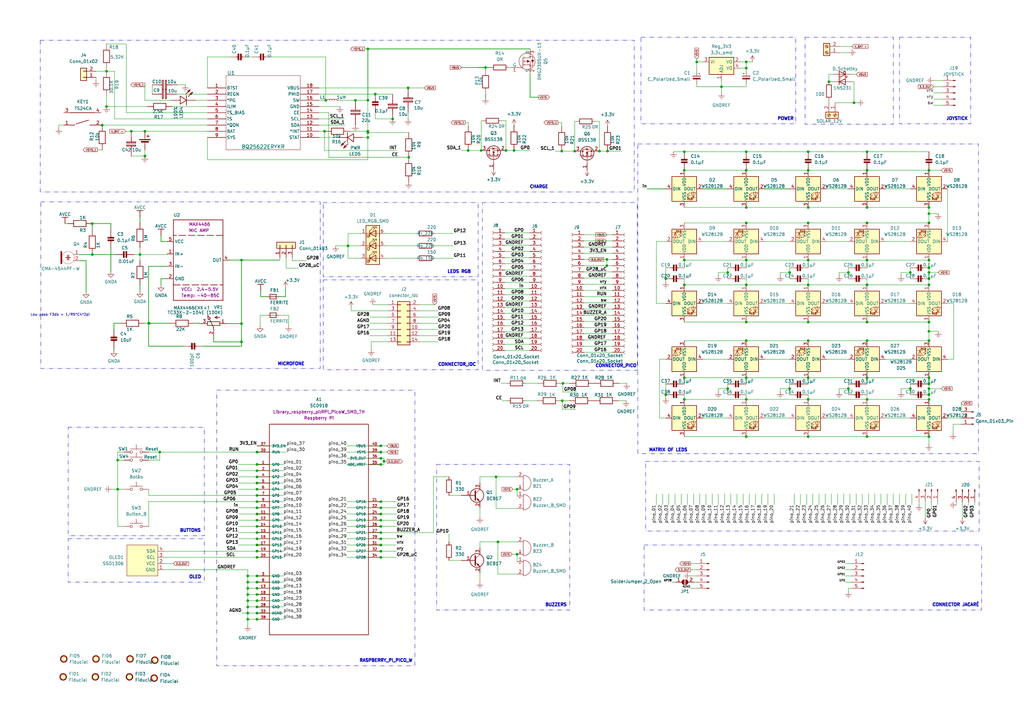
<source format=kicad_sch>
(kicad_sch (version 20230121) (generator eeschema)
  (paper "A3")
  (title_block (title "BitDogLab SMD version") (date "2024-02-22") (rev "v5.3") (company "Universidade Estadual de Campinas (Unicamp)*/Hardware Innovation Technologies (HwIT)**") (comment 1 "Juliano Rodrigues Fernandes de Oliveira**") (comment 2 "Bruno Cesar de Camargo Angeli**") (comment 3 "Pedro Ivo Aragão Guimarães*") (comment 4 "Fabiano Fruett*"))
  (lib_symbols
    (symbol "2024-07-18_13-31-18:BQ25622ERYKR" (pin_names (offset 0.254))
      (property "Reference" "U" (at 22.86 10.16 0))
      (property "Value" "BQ25622ERYKR" (at 22.86 7.62 0))
      (symbol "BQ25622ERYKR_0_1"
        (pin power_in line (at 0 0 0) (length 7.62) (name "BTST") (number "1"))
        (pin output line (at 45.72 -20.32 180) (length 7.62) (name "STAT") (number "10"))
        (pin output line (at 45.72 -17.78 180) (length 7.62) (name "*INT") (number "11"))
        (pin bidirectional line (at 45.72 -15.24 180) (length 7.62) (name "SDA") (number "12"))
        (pin input line (at 45.72 -12.7 180) (length 7.62) (name "SCL") (number "13"))
        (pin input line (at 45.72 -10.16 180) (length 7.62) (name "CE") (number "14"))
        (pin power_out line (at 45.72 -7.62 180) (length 7.62) (name "GND") (number "15"))
        (pin power_in line (at 45.72 -5.08 180) (length 7.62) (name "SW") (number "16"))
        (pin power_in line (at 45.72 -2.54 180) (length 7.62) (name "PMID") (number "17"))
        (pin power_in line (at 45.72 0 180) (length 7.62) (name "VBUS") (number "18"))
        (pin power_in line (at 0 -2.54 0) (length 7.62) (name "REGN") (number "2"))
        (pin unspecified line (at 0 -5.08 0) (length 7.62) (name "*PG") (number "3"))
        (pin bidirectional line (at 0 -7.62 0) (length 7.62) (name "ILIM") (number "4"))
        (pin power_in line (at 0 -10.16 0) (length 7.62) (name "TS_BIAS") (number "5"))
        (pin input line (at 0 -12.7 0) (length 7.62) (name "TS") (number "6"))
        (pin input line (at 0 -15.24 0) (length 7.62) (name "*QON") (number "7"))
        (pin power_in line (at 0 -17.78 0) (length 7.62) (name "BAT") (number "8"))
        (pin power_in line (at 0 -20.32 0) (length 7.62) (name "SYS") (number "9"))
      )
    )
    (symbol "Adafruit MAX4466 Mic Amp-altium-import:AVCC" (power)
      (property "Reference" "#PWR" (at 0 0 0))
      (property "Value" "AVCC" (at 0 3.81 0))
      (symbol "AVCC_0_0"
        (pin power_in line (at 0 0 0) (length 0) hide (name "AVCC") (number ""))
      )
    )
    (symbol "Adafruit MAX4466 Mic Amp-altium-import:root_0_CAP_CERAMIC0805"
      (symbol "root_0_CAP_CERAMIC0805_1_0"
        (pin passive line (at 0 5.08 270) (length 2.54) (name "P$1") (number "1"))
        (pin passive line (at 0 -2.54 90) (length 2.54) (name "P$2") (number "2"))
      )
    )
    (symbol "Adafruit MAX4466 Mic Amp-altium-import:root_0_FERRITE0805"
      (symbol "root_0_FERRITE0805_1_0"
        (pin passive line (at -2.54 0 0) (length 2.54) (name "P$1") (number "1"))
        (pin passive line (at 2.54 0 180) (length 2.54) (name "P$2") (number "2"))
      )
    )
    (symbol "Adafruit MAX4466 Mic Amp-altium-import:root_0_MAX4466{dblquote}{dblquote}"
      (symbol "root_0_MAX4466{dblquote}{dblquote}_1_0"
        (pin bidirectional line (at -12.7 2.54 0) (length 2.54) (name "IN+") (number "1"))
        (pin bidirectional line (at -12.7 -7.62 0) (length 2.54) (name "GND") (number "2"))
        (pin bidirectional line (at -12.7 -2.54 0) (length 2.54) (name "IN-") (number "3"))
        (pin bidirectional line (at 12.7 0 180) (length 2.54) (name "OUT") (number "4"))
        (pin bidirectional line (at -12.7 7.62 0) (length 2.54) (name "VCC") (number "5"))
      )
    )
    (symbol "Adafruit MAX4466 Mic Amp-altium-import:root_0_RESISTOR0805"
      (symbol "root_0_RESISTOR0805_1_0"
        (pin passive line (at -5.08 0 0) (length 2.54) (name "1") (number "1"))
        (pin passive line (at 5.08 0 180) (length 2.54) (name "2") (number "2"))
      )
    )
    (symbol "Adafruit MAX4466 Mic Amp-altium-import:root_1_CAP_CERAMIC0805"
      (symbol "root_1_CAP_CERAMIC0805_1_0"
        (pin passive line (at -5.08 0 0) (length 2.54) (name "P$1") (number "1"))
        (pin passive line (at 2.54 0 180) (length 2.54) (name "P$2") (number "2"))
      )
    )
    (symbol "Adafruit MAX4466 Mic Amp-altium-import:root_1_RESISTOR0805"
      (symbol "root_1_RESISTOR0805_1_0"
        (pin passive line (at 0 -5.08 90) (length 2.54) (name "1") (number "1"))
        (pin passive line (at 0 5.08 270) (length 2.54) (name "2") (number "2"))
      )
    )
    (symbol "Adafruit MAX4466 Mic Amp-altium-import:root_2_ELECTRET"
      (property "Reference" "Q4" (at 2.54 7.62 0))
      (property "Value" "CMA-4544PF-W" (at 2.54 -2.54 0))
      (symbol "root_2_ELECTRET_1_0"
        (pin passive line (at 2.54 2.54 180) (length 2.54) (name "-") (number "1"))
        (pin passive line (at 2.54 0 180) (length 2.54) (name "+") (number "2"))
      )
    )
    (symbol "Adafruit MAX4466 Mic Amp-altium-import:root_3_CAP_CERAMIC0805"
      (symbol "root_3_CAP_CERAMIC0805_1_0"
        (pin passive line (at 5.08 0 180) (length 2.54) (name "P$1") (number "1"))
        (pin passive line (at -2.54 0 0) (length 2.54) (name "P$2") (number "2"))
      )
    )
    (symbol "Adafruit MAX4466 Mic Amp-altium-import:root_3_mirrored_TRIMPOTTC33X-2"
      (symbol "root_3_mirrored_TRIMPOTTC33X-2_1_0"
        (pin passive line (at 5.08 0 180) (length 2.54) (name "A") (number "1"))
        (pin passive line (at 0 -5.08 90) (length 2.54) (name "S") (number "2"))
        (pin passive line (at -5.08 0 0) (length 2.54) (name "E") (number "3"))
      )
    )
    (symbol "Connector:Conn_01x03_Pin" (pin_names (offset 1.016) hide)
      (property "Reference" "J" (at 0 5.08 0))
      (property "Value" "Conn_01x03_Pin" (at 0 -5.08 0))
      (symbol "Conn_01x03_Pin_1_1"
        (pin passive line (at 5.08 2.54 180) (length 3.81) (name "Pin_1") (number "1"))
        (pin passive line (at 5.08 0 180) (length 3.81) (name "Pin_2") (number "2"))
        (pin passive line (at 5.08 -2.54 180) (length 3.81) (name "Pin_3") (number "3"))
      )
    )
    (symbol "Connector:Conn_01x04_Pin" (pin_names (offset 1.016) hide)
      (property "Reference" "J" (at 0 5.08 0))
      (property "Value" "Conn_01x04_Pin" (at 0 -7.62 0))
      (symbol "Conn_01x04_Pin_1_1"
        (pin passive line (at 5.08 2.54 180) (length 3.81) (name "Pin_1") (number "1"))
        (pin passive line (at 5.08 0 180) (length 3.81) (name "Pin_2") (number "2"))
        (pin passive line (at 5.08 -2.54 180) (length 3.81) (name "Pin_3") (number "3"))
        (pin passive line (at 5.08 -5.08 180) (length 3.81) (name "Pin_4") (number "4"))
      )
    )
    (symbol "Connector:Conn_01x05_Pin" (pin_names (offset 1.016) hide)
      (property "Reference" "J" (at 0 7.62 0))
      (property "Value" "Conn_01x05_Pin" (at 0 -7.62 0))
      (symbol "Conn_01x05_Pin_1_1"
        (pin passive line (at 5.08 5.08 180) (length 3.81) (name "Pin_1") (number "1"))
        (pin passive line (at 5.08 2.54 180) (length 3.81) (name "Pin_2") (number "2"))
        (pin passive line (at 5.08 0 180) (length 3.81) (name "Pin_3") (number "3"))
        (pin passive line (at 5.08 -2.54 180) (length 3.81) (name "Pin_4") (number "4"))
        (pin passive line (at 5.08 -5.08 180) (length 3.81) (name "Pin_5") (number "5"))
      )
    )
    (symbol "Connector:Conn_01x20_Socket" (pin_names (offset 1.016) hide)
      (property "Reference" "J" (at 0 25.4 0))
      (property "Value" "Conn_01x20_Socket" (at 0 -27.94 0))
      (symbol "Conn_01x20_Socket_1_1"
        (pin passive line (at -5.08 22.86 0) (length 3.81) (name "Pin_1") (number "1"))
        (pin passive line (at -5.08 0 0) (length 3.81) (name "Pin_10") (number "10"))
        (pin passive line (at -5.08 -2.54 0) (length 3.81) (name "Pin_11") (number "11"))
        (pin passive line (at -5.08 -5.08 0) (length 3.81) (name "Pin_12") (number "12"))
        (pin passive line (at -5.08 -7.62 0) (length 3.81) (name "Pin_13") (number "13"))
        (pin passive line (at -5.08 -10.16 0) (length 3.81) (name "Pin_14") (number "14"))
        (pin passive line (at -5.08 -12.7 0) (length 3.81) (name "Pin_15") (number "15"))
        (pin passive line (at -5.08 -15.24 0) (length 3.81) (name "Pin_16") (number "16"))
        (pin passive line (at -5.08 -17.78 0) (length 3.81) (name "Pin_17") (number "17"))
        (pin passive line (at -5.08 -20.32 0) (length 3.81) (name "Pin_18") (number "18"))
        (pin passive line (at -5.08 -22.86 0) (length 3.81) (name "Pin_19") (number "19"))
        (pin passive line (at -5.08 20.32 0) (length 3.81) (name "Pin_2") (number "2"))
        (pin passive line (at -5.08 -25.4 0) (length 3.81) (name "Pin_20") (number "20"))
        (pin passive line (at -5.08 17.78 0) (length 3.81) (name "Pin_3") (number "3"))
        (pin passive line (at -5.08 15.24 0) (length 3.81) (name "Pin_4") (number "4"))
        (pin passive line (at -5.08 12.7 0) (length 3.81) (name "Pin_5") (number "5"))
        (pin passive line (at -5.08 10.16 0) (length 3.81) (name "Pin_6") (number "6"))
        (pin passive line (at -5.08 7.62 0) (length 3.81) (name "Pin_7") (number "7"))
        (pin passive line (at -5.08 5.08 0) (length 3.81) (name "Pin_8") (number "8"))
        (pin passive line (at -5.08 2.54 0) (length 3.81) (name "Pin_9") (number "9"))
      )
    )
    (symbol "Connector:Screw_Terminal_01x02" (pin_names (offset 1.016) hide)
      (property "Reference" "J" (at 0 2.54 0))
      (property "Value" "Screw_Terminal_01x02" (at 0 -5.08 0))
      (symbol "Screw_Terminal_01x02_1_1"
        (pin passive line (at -5.08 0 0) (length 3.81) (name "Pin_1") (number "1"))
        (pin passive line (at -5.08 -2.54 0) (length 3.81) (name "Pin_2") (number "2"))
      )
    )
    (symbol "Connector_Generic:Conn_01x02" (pin_names (offset 1.016) hide)
      (property "Reference" "J" (at 0 2.54 0))
      (property "Value" "Conn_01x02" (at 0 -5.08 0))
      (symbol "Conn_01x02_1_1"
        (pin passive line (at -5.08 0 0) (length 3.81) (name "Pin_1") (number "1"))
        (pin passive line (at -5.08 -2.54 0) (length 3.81) (name "Pin_2") (number "2"))
      )
    )
    (symbol "Connector_Generic:Conn_01x03" (pin_names (offset 1.016) hide)
      (property "Reference" "J" (at 0 5.08 0))
      (property "Value" "Conn_01x03" (at 0 -5.08 0))
      (symbol "Conn_01x03_1_1"
        (pin passive line (at -5.08 2.54 0) (length 3.81) (name "Pin_1") (number "1"))
        (pin passive line (at -5.08 0 0) (length 3.81) (name "Pin_2") (number "2"))
        (pin passive line (at -5.08 -2.54 0) (length 3.81) (name "Pin_3") (number "3"))
      )
    )
    (symbol "Connector_Generic:Conn_02x07_Odd_Even" (pin_names (offset 1.016) hide)
      (property "Reference" "J" (at 1.27 10.16 0))
      (property "Value" "Conn_02x07_Odd_Even" (at 1.27 -10.16 0))
      (symbol "Conn_02x07_Odd_Even_1_1"
        (pin passive line (at -5.08 7.62 0) (length 3.81) (name "Pin_1") (number "1"))
        (pin passive line (at 7.62 -2.54 180) (length 3.81) (name "Pin_10") (number "10"))
        (pin passive line (at -5.08 -5.08 0) (length 3.81) (name "Pin_11") (number "11"))
        (pin passive line (at 7.62 -5.08 180) (length 3.81) (name "Pin_12") (number "12"))
        (pin passive line (at -5.08 -7.62 0) (length 3.81) (name "Pin_13") (number "13"))
        (pin passive line (at 7.62 -7.62 180) (length 3.81) (name "Pin_14") (number "14"))
        (pin passive line (at 7.62 7.62 180) (length 3.81) (name "Pin_2") (number "2"))
        (pin passive line (at -5.08 5.08 0) (length 3.81) (name "Pin_3") (number "3"))
        (pin passive line (at 7.62 5.08 180) (length 3.81) (name "Pin_4") (number "4"))
        (pin passive line (at -5.08 2.54 0) (length 3.81) (name "Pin_5") (number "5"))
        (pin passive line (at 7.62 2.54 180) (length 3.81) (name "Pin_6") (number "6"))
        (pin passive line (at -5.08 0 0) (length 3.81) (name "Pin_7") (number "7"))
        (pin passive line (at 7.62 0 180) (length 3.81) (name "Pin_8") (number "8"))
        (pin passive line (at -5.08 -2.54 0) (length 3.81) (name "Pin_9") (number "9"))
      )
    )
    (symbol "Device:Battery_Cell" (pin_numbers hide) (pin_names (offset 0) hide)
      (property "Reference" "BT" (at 2.54 2.54 0))
      (property "Value" "Battery_Cell" (at 2.54 0 0))
      (symbol "Battery_Cell_1_1"
        (pin passive line (at 0 5.08 270) (length 2.54) (name "+") (number "1"))
        (pin passive line (at 0 -2.54 90) (length 2.54) (name "-") (number "2"))
      )
    )
    (symbol "Device:Buzzer" (pin_names (offset 0.0254) hide)
      (property "Reference" "BZ" (at 3.81 1.27 0))
      (property "Value" "Buzzer" (at 3.81 -1.27 0))
      (symbol "Buzzer_1_1"
        (pin passive line (at -2.54 2.54 0) (length 2.54) (name "-") (number "1"))
        (pin passive line (at -2.54 -2.54 0) (length 2.54) (name "+") (number "2"))
      )
    )
    (symbol "Device:C_Polarized_Small" (pin_numbers hide) (pin_names (offset 0.254) hide)
      (property "Reference" "C" (at 0.254 1.778 0))
      (property "Value" "C_Polarized_Small" (at 0.254 -2.032 0))
      (symbol "C_Polarized_Small_1_1"
        (pin passive line (at 0 2.54 270) (length 1.8542) (name "~") (number "1"))
        (pin passive line (at 0 -2.54 90) (length 1.8542) (name "~") (number "2"))
      )
    )
    (symbol "Device:D_Schottky" (pin_numbers hide) (pin_names (offset 1.016) hide)
      (property "Reference" "D" (at 0 2.54 0))
      (property "Value" "D_Schottky" (at 0 -2.54 0))
      (symbol "D_Schottky_1_1"
        (pin passive line (at -3.81 0 0) (length 2.54) (name "K") (number "1"))
        (pin passive line (at 3.81 0 180) (length 2.54) (name "A") (number "2"))
      )
    )
    (symbol "Device:LED_RGB" (pin_names (offset 0) hide)
      (property "Reference" "D" (at 0 9.398 0))
      (property "Value" "LED_RGB" (at 0 -8.89 0))
      (symbol "LED_RGB_0_0"
        (text "B" (at -1.905 -6.35 0) (effects (font (size 1.27 1.27))))
        (text "G" (at -1.905 -1.27 0) (effects (font (size 1.27 1.27))))
        (text "R" (at -1.905 3.81 0) (effects (font (size 1.27 1.27))))
      )
      (symbol "LED_RGB_1_1"
        (pin passive line (at -5.08 5.08 0) (length 2.54) (name "RK") (number "1"))
        (pin passive line (at -5.08 0 0) (length 2.54) (name "GK") (number "2"))
        (pin passive line (at -5.08 -5.08 0) (length 2.54) (name "BK") (number "3"))
        (pin passive line (at 5.08 -5.08 180) (length 2.54) (name "BA") (number "4"))
        (pin passive line (at 5.08 0 180) (length 2.54) (name "GA") (number "5"))
        (pin passive line (at 5.08 5.08 180) (length 2.54) (name "RA") (number "6"))
      )
    )
    (symbol "Device:L_Small" (pin_numbers hide) (pin_names (offset 0.254) hide)
      (property "Reference" "L" (at 0.762 1.016 0))
      (property "Value" "L_Small" (at 0.762 -1.016 0))
      (symbol "L_Small_1_1"
        (pin passive line (at 0 2.54 270) (length 0.508) (name "~") (number "1"))
        (pin passive line (at 0 -2.54 90) (length 0.508) (name "~") (number "2"))
      )
    )
    (symbol "Device:R" (pin_numbers hide) (pin_names (offset 0))
      (property "Reference" "R" (at 2.032 0 90))
      (property "Value" "R" (at 0 0 90))
      (symbol "R_1_1"
        (pin passive line (at 0 3.81 270) (length 1.27) (name "~") (number "1"))
        (pin passive line (at 0 -3.81 90) (length 1.27) (name "~") (number "2"))
      )
    )
    (symbol "Diode:1N53xxB" (pin_numbers hide) (pin_names hide)
      (property "Reference" "D" (at 0 2.54 0))
      (property "Value" "1N53xxB" (at 0 -2.54 0))
      (symbol "1N53xxB_1_1"
        (pin passive line (at -3.81 0 0) (length 2.54) (name "K") (number "1"))
        (pin passive line (at 3.81 0 180) (length 2.54) (name "A") (number "2"))
      )
    )
    (symbol "GNDREF_1" (power) (pin_names (offset 0) hide)
      (property "Value" "GNDREF_1" (at 0 -3.81 0))
      (symbol "GNDREF_1_1_1"
        (pin power_in line (at 0 0 270) (length 0) hide (name "GNDREF") (number "1"))
      )
    )
    (symbol "GNDREF_2" (power) (pin_names (offset 0) hide)
      (property "Value" "GNDREF_2" (at 0 -3.81 0))
      (symbol "GNDREF_2_1_1"
        (pin power_in line (at 0 0 270) (length 0) hide (name "GNDREF") (number "1"))
      )
    )
    (symbol "GNDREF_3" (power) (pin_names (offset 0) hide)
      (property "Value" "GNDREF_3" (at 0 -3.81 0))
      (symbol "GNDREF_3_1_1"
        (pin power_in line (at 0 0 270) (length 0) hide (name "GNDREF") (number "1"))
      )
    )
    (symbol "GNDREF_4" (power) (pin_names (offset 0) hide)
      (property "Value" "GNDREF_4" (at 0 -3.81 0))
      (symbol "GNDREF_4_1_1"
        (pin power_in line (at 0 0 270) (length 0) hide (name "GNDREF") (number "1"))
      )
    )
    (symbol "GNDREF_5" (power) (pin_names (offset 0) hide)
      (property "Value" "GNDREF_5" (at 0 -3.81 0))
      (symbol "GNDREF_5_1_1"
        (pin power_in line (at 0 0 270) (length 0) hide (name "GNDREF") (number "1"))
      )
    )
    (symbol "GNDREF_6" (power) (pin_names (offset 0) hide)
      (property "Value" "GNDREF_6" (at 0 -3.81 0))
      (symbol "GNDREF_6_1_1"
        (pin power_in line (at 0 0 270) (length 0) hide (name "GNDREF") (number "1"))
      )
    )
    (symbol "IP5306-LiPoChargerBooster_orcad-altium-import:0_10u"
      (property "Value" "0_10u" (at 0 0 0))
      (symbol "0_10u_1_0"
        (pin passive line (at 0 5.08 270) (length 2.54) (name "1") (number "1"))
        (pin passive line (at 0 -5.08 90) (length 2.54) (name "2") (number "2"))
      )
    )
    (symbol "IP5306-LiPoChargerBooster_orcad-altium-import:0_22u"
      (property "Value" "0_22u" (at 0 0 0))
      (symbol "0_22u_1_0"
        (pin passive line (at 0 5.08 270) (length 2.54) (name "1") (number "1"))
        (pin passive line (at 0 -5.08 90) (length 2.54) (name "2") (number "2"))
      )
    )
    (symbol "IP5306-LiPoChargerBooster_orcad-altium-import:0_PWR"
      (property "Value" "0_PWR" (at 0 0 0))
      (symbol "0_PWR_1_0"
        (pin passive line (at -5.08 -1.27 0) (length 3.81) (name "A") (number "1"))
        (pin passive line (at 5.08 -1.27 180) (length 3.81) (name "K") (number "2"))
      )
    )
    (symbol "IP5306-LiPoChargerBooster_orcad-altium-import:0_TS24CA"
      (property "Reference" "KEY1" (at -2.5381 -6.7099 0))
      (property "Value" "TS24CA" (at -3.683 -9.2499 0))
      (symbol "0_TS24CA_1_0"
        (pin passive line (at -7.62 -2.54 0) (length 2.54) (name "1") (number "1"))
        (pin passive line (at 7.62 -2.54 180) (length 2.54) (name "2") (number "2"))
        (pin passive line (at -7.62 2.54 0) (length 2.54) (name "3") (number "3"))
        (pin passive line (at 7.62 2.54 180) (length 2.54) (name "4") (number "4"))
      )
    )
    (symbol "IP5306-LiPoChargerBooster_orcad-altium-import:1_100%"
      (property "Value" "1_100%" (at 0 0 0))
      (symbol "1_100%_1_0"
        (pin passive line (at 1.27 -5.08 90) (length 3.81) (name "A") (number "1"))
        (pin passive line (at 1.27 5.08 270) (length 3.81) (name "K") (number "2"))
      )
    )
    (symbol "IP5306-LiPoChargerBooster_orcad-altium-import:2_10k"
      (property "Value" "2_10k" (at 0 0 0))
      (symbol "2_10k_1_0"
        (pin passive line (at 5.08 0 180) (length 2.54) (name "1") (number "1"))
        (pin passive line (at -5.08 0 0) (length 2.54) (name "2") (number "2"))
      )
    )
    (symbol "Jumper:SolderJumper_2_Open" (pin_names (offset 0) hide)
      (property "Reference" "JP" (at 0 2.032 0))
      (property "Value" "SolderJumper_2_Open" (at 0 -2.54 0))
      (symbol "SolderJumper_2_Open_1_1"
        (pin passive line (at -3.81 0 0) (length 2.54) (name "A") (number "1"))
        (pin passive line (at 3.81 0 180) (length 2.54) (name "B") (number "2"))
      )
    )
    (symbol "LED:WS2812B" (pin_names (offset 0.254))
      (property "Reference" "D" (at 5.08 5.715 0))
      (property "Value" "WS2812B" (at 1.27 -5.715 0))
      (symbol "WS2812B_0_0"
        (text "RGB" (at 2.286 -4.191 0) (effects (font (size 0.762 0.762))))
      )
      (symbol "WS2812B_1_1"
        (pin power_in line (at 0 7.62 270) (length 2.54) (name "VDD") (number "1"))
        (pin output line (at 7.62 0 180) (length 2.54) (name "DOUT") (number "2"))
        (pin power_in line (at 0 -7.62 90) (length 2.54) (name "VSS") (number "3"))
        (pin input line (at -7.62 0 0) (length 2.54) (name "DIN") (number "4"))
      )
    )
    (symbol "Mechanical:Fiducial"
      (property "Reference" "FID" (at 0 5.08 0))
      (property "Value" "Fiducial" (at 0 3.175 0))
    )
    (symbol "Raspberry_Pi_Pico_W_SC0918:DMG2305UX-13" (pin_names (offset 0))
      (property "Reference" "Q1" (at -11.43 6.35 90))
      (property "Value" "DMG2305UX-13" (at -8.89 6.35 90))
      (symbol "DMG2305UX-13_1_1"
        (pin bidirectional line (at -7.62 -2.54 0) (length 2.54) (name "G") (number "1"))
        (pin bidirectional line (at 0 -5.08 90) (length 2.54) (name "S") (number "2"))
        (pin bidirectional line (at 0 5.08 270) (length 2.54) (name "D") (number "3"))
      )
    )
    (symbol "Raspberry_Pi_Pico_W_SC0918:SC0918" (pin_names (offset 1.016))
      (property "Reference" "A1" (at 0 58.42 0))
      (property "Value" "SC0918" (at 0 55.88 0))
      (property "Footprint" "Raspberry Pi:MODULE_SC0918" (at -12.7 -46.99 0))
      (property "manufacturer" "Raspberry Pi" (at 0 53.34 0))
      (symbol "SC0918_0_0"
        (pin bidirectional line (at -25.4 26.67 0) (length 5.08) (name "GP0") (number "1"))
        (pin bidirectional line (at -25.4 8.89 0) (length 5.08) (name "GP7") (number "10"))
        (pin bidirectional line (at -25.4 6.35 0) (length 5.08) (name "GP8") (number "11"))
        (pin bidirectional line (at -25.4 3.81 0) (length 5.08) (name "GP9") (number "12"))
        (pin power_in line (at -25.4 -24.13 0) (length 5.08) (name "GND") (number "13"))
        (pin bidirectional line (at -25.4 1.27 0) (length 5.08) (name "GP10") (number "14"))
        (pin bidirectional line (at -25.4 -1.27 0) (length 5.08) (name "GP11") (number "15"))
        (pin bidirectional line (at -25.4 -3.81 0) (length 5.08) (name "GP12") (number "16"))
        (pin bidirectional line (at -25.4 -6.35 0) (length 5.08) (name "GP13") (number "17"))
        (pin power_in line (at -25.4 -26.67 0) (length 5.08) (name "GND") (number "18"))
        (pin bidirectional line (at -25.4 -8.89 0) (length 5.08) (name "GP14") (number "19"))
        (pin bidirectional line (at -25.4 24.13 0) (length 5.08) (name "GP1") (number "2"))
        (pin bidirectional line (at -25.4 -11.43 0) (length 5.08) (name "GP15") (number "20"))
        (pin bidirectional line (at 25.4 11.43 180) (length 5.08) (name "GP16") (number "21"))
        (pin bidirectional line (at 25.4 8.89 180) (length 5.08) (name "GP17") (number "22"))
        (pin power_in line (at -25.4 -29.21 0) (length 5.08) (name "GND") (number "23"))
        (pin bidirectional line (at 25.4 6.35 180) (length 5.08) (name "GP18") (number "24"))
        (pin bidirectional line (at 25.4 3.81 180) (length 5.08) (name "GP19") (number "25"))
        (pin bidirectional line (at 25.4 1.27 180) (length 5.08) (name "GP20") (number "26"))
        (pin bidirectional line (at 25.4 -1.27 180) (length 5.08) (name "GP21") (number "27"))
        (pin power_in line (at -25.4 -31.75 0) (length 5.08) (name "GND") (number "28"))
        (pin bidirectional line (at 25.4 -3.81 180) (length 5.08) (name "GP22") (number "29"))
        (pin power_in line (at -25.4 -19.05 0) (length 5.08) (name "GND") (number "3"))
        (pin input line (at -25.4 31.75 0) (length 5.08) (name "RUN") (number "30"))
        (pin bidirectional line (at 25.4 -6.35 180) (length 5.08) (name "GP26") (number "31"))
        (pin bidirectional line (at 25.4 -8.89 180) (length 5.08) (name "GP27") (number "32"))
        (pin power_in line (at -25.4 -34.29 0) (length 5.08) (name "AGND") (number "33"))
        (pin bidirectional line (at 25.4 -11.43 180) (length 5.08) (name "GP28") (number "34"))
        (pin power_in line (at 25.4 26.67 180) (length 5.08) (name "ADC_VREF") (number "35"))
        (pin power_in line (at 25.4 29.21 180) (length 5.08) (name "3V3_OUT") (number "36"))
        (pin input line (at -25.4 34.29 0) (length 5.08) (name "3V3_EN") (number "37"))
        (pin power_in line (at -25.4 -36.83 0) (length 5.08) (name "GND") (number "38"))
        (pin free line (at 25.4 31.75 180) (length 5.08) (name "VSYS") (number "39"))
        (pin bidirectional line (at -25.4 21.59 0) (length 5.08) (name "GP2") (number "4"))
        (pin free line (at 25.4 34.29 180) (length 5.08) (name "VBUS") (number "40"))
        (pin bidirectional line (at -25.4 19.05 0) (length 5.08) (name "GP3") (number "5"))
        (pin bidirectional line (at -25.4 16.51 0) (length 5.08) (name "GP4") (number "6"))
        (pin bidirectional line (at -25.4 13.97 0) (length 5.08) (name "GP5") (number "7"))
        (pin power_in line (at -25.4 -21.59 0) (length 5.08) (name "GND") (number "8"))
        (pin bidirectional line (at -25.4 11.43 0) (length 5.08) (name "GP6") (number "9"))
      )
    )
    (symbol "Regulator_Linear:LM1117DT-ADJ"
      (property "Reference" "Reg_3V3" (at 0 6.35 0))
      (property "Value" "3.3v_smd" (at 0 3.81 0))
      (symbol "LM1117DT-ADJ_1_1"
        (pin input line (at 0 -7.62 90) (length 2.54) (name "ADJ") (number "1"))
        (pin power_out line (at 7.62 0 180) (length 2.54) (name "VO") (number "2"))
        (pin power_in line (at -7.62 0 0) (length 2.54) (name "VI") (number "3"))
        (pin power_out line (at 7.62 -2.54 180) (length 2.54) (name "VO") (number "4"))
      )
    )
    (symbol "SSD1306-128x64_OLED:SSD1306" (pin_names (offset 1.016))
      (property "Reference" "Brd" (at 0 -3.81 0))
      (property "Value" "SSD1306" (at 0 -1.27 0))
      (symbol "SSD1306_1_1"
        (pin input line (at -3.81 8.89 270) (length 2.54) (name "GND") (number "1"))
        (pin input line (at -1.27 8.89 270) (length 2.54) (name "VCC") (number "2"))
        (pin input line (at 1.27 8.89 270) (length 2.54) (name "SCL") (number "3"))
        (pin input line (at 3.81 8.89 270) (length 2.54) (name "SDA") (number "4"))
      )
    )
    (symbol "Switch:SW_Push" (pin_numbers hide) (pin_names (offset 1.016) hide)
      (property "Reference" "SW" (at 1.27 2.54 0))
      (property "Value" "SW_Push" (at 0 -1.524 0))
      (symbol "SW_Push_0_1"
        (pin passive line (at -5.08 0 0) (length 2.54) (name "1") (number "1"))
        (pin passive line (at 5.08 0 180) (length 2.54) (name "2") (number "2"))
      )
    )
    (symbol "Transistor_BJT:BC817" (pin_names (offset 0) hide)
      (property "Reference" "Q" (at 5.08 1.905 0))
      (property "Value" "BC817" (at 5.08 0 0))
      (symbol "BC817_1_1"
        (pin input line (at -5.08 0 0) (length 5.715) (name "B") (number "1"))
        (pin passive line (at 2.54 -5.08 90) (length 2.54) (name "E") (number "2"))
        (pin passive line (at 2.54 5.08 270) (length 2.54) (name "C") (number "3"))
      )
    )
    (symbol "Transistor_FET:BSS138" (pin_names hide)
      (property "Reference" "Q" (at 5.08 1.905 0))
      (property "Value" "BSS138" (at 5.08 0 0))
      (symbol "BSS138_1_1"
        (pin input line (at -5.08 0 0) (length 2.54) (name "G") (number "1"))
        (pin passive line (at 2.54 -5.08 90) (length 2.54) (name "S") (number "2"))
        (pin passive line (at 2.54 5.08 270) (length 2.54) (name "D") (number "3"))
      )
    )
    (symbol "power:+3.3V" (power) (pin_names (offset 0))
      (property "Value" "+3.3V" (at 0 3.556 0))
      (symbol "+3.3V_1_1"
        (pin power_in line (at 0 0 90) (length 0) hide (name "+3.3V") (number "1"))
      )
    )
    (symbol "power:GNDA" (power) (pin_names (offset 0))
      (property "Value" "GNDA" (at 0 -3.81 0))
      (symbol "GNDA_1_1"
        (pin power_in line (at 0 0 270) (length 0) hide (name "GNDA") (number "1"))
      )
    )
    (symbol "power:GNDREF" (power) (pin_names (offset 0))
      (property "Value" "GNDREF" (at 0 -3.81 0))
      (symbol "GNDREF_1_1"
        (pin power_in line (at 0 0 270) (length 0) hide (name "GNDREF") (number "1"))
      )
    )
  )
  (junction (at 350.266 42.164))
  (junction (at 59.436 53.848))
  (junction (at 298.45 159.385))
  (junction (at 331.47 154.94))
  (junction (at 105.41 220.98))
  (junction (at 249.174 61.976))
  (junction (at 306.07 91.44))
  (junction (at 105.41 208.28))
  (junction (at 105.41 226.06))
  (junction (at 105.41 218.44))
  (junction (at 381 154.94))
  (junction (at 105.41 213.36))
  (junction (at 48.26 188.722))
  (junction (at 298.45 111.76))
  (junction (at 280.67 62.23))
  (junction (at 105.41 243.84))
  (junction (at 156.21 218.44))
  (junction (at 105.41 241.3))
  (junction (at 331.47 69.85))
  (junction (at 248.92 108.966))
  (junction (at 306.07 154.94))
  (junction (at 57.404 104.394))
  (junction (at 105.41 238.76))
  (junction (at 331.47 163.83))
  (junction (at 381 132.08))
  (junction (at 230.378 61.976))
  (junction (at 306.07 179.07))
  (junction (at 331.47 62.23))
  (junction (at 105.41 246.38))
  (junction (at 48.26 200.66))
  (junction (at 381 91.44))
  (junction (at 156.21 226.06))
  (junction (at 323.85 111.76))
  (junction (at 101.6 241.3))
  (junction (at 105.41 228.6))
  (junction (at 381 159.385))
  (junction (at 105.41 198.12))
  (junction (at 167.386 36.068))
  (junction (at 60.96 132.588))
  (junction (at 373.38 111.76))
  (junction (at 331.47 85.09))
  (junction (at 150.876 53.848))
  (junction (at 156.21 213.36))
  (junction (at 280.67 163.83))
  (junction (at 156.21 210.82))
  (junction (at 99.06 140.208))
  (junction (at 273.05 161.925))
  (junction (at 156.21 228.6))
  (junction (at 306.07 62.23))
  (junction (at 105.41 205.74))
  (junction (at 331.47 116.84))
  (junction (at 153.924 38.608))
  (junction (at 373.38 159.385))
  (junction (at 355.6 163.83))
  (junction (at 156.21 205.74))
  (junction (at 339.979 33.528))
  (junction (at 101.6 236.22))
  (junction (at 161.036 48.768))
  (junction (at 133.096 53.848))
  (junction (at 306.07 132.08))
  (junction (at 156.21 185.42))
  (junction (at 101.6 238.76))
  (junction (at 99.06 132.715))
  (junction (at 105.41 195.58))
  (junction (at 37.846 104.394))
  (junction (at 235.712 61.976))
  (junction (at 323.85 159.385))
  (junction (at 230.886 157.226))
  (junction (at 105.41 223.52))
  (junction (at 306.07 27.94))
  (junction (at 306.07 106.68))
  (junction (at 105.41 248.92))
  (junction (at 156.21 190.5))
  (junction (at 105.41 215.9))
  (junction (at 150.876 56.388))
  (junction (at 53.848 53.848))
  (junction (at 150.876 20.066))
  (junction (at 355.6 139.7))
  (junction (at 381 111.76))
  (junction (at 331.47 179.07))
  (junction (at 156.21 220.98))
  (junction (at 381 109.855))
  (junction (at 212.09 200.66))
  (junction (at 192.024 61.722))
  (junction (at 99.06 106.68))
  (junction (at 105.41 185.42))
  (junction (at 381 179.07))
  (junction (at 212.09 227.33))
  (junction (at 381 114.3))
  (junction (at 285.75 25.4))
  (junction (at 347.98 111.76))
  (junction (at 101.6 246.38))
  (junction (at 150.876 54.356))
  (junction (at 355.6 62.23))
  (junction (at 331.47 139.7))
  (junction (at 355.6 116.84))
  (junction (at 347.98 159.385))
  (junction (at 355.6 85.09))
  (junction (at 381 116.84))
  (junction (at 355.6 106.68))
  (junction (at 156.21 187.96))
  (junction (at 101.6 243.84))
  (junction (at 248.92 106.426))
  (junction (at 101.6 254))
  (junction (at 381 85.09))
  (junction (at 203.454 195.58))
  (junction (at 101.6 251.46))
  (junction (at 355.6 69.85))
  (junction (at 306.07 116.84))
  (junction (at 156.21 182.88))
  (junction (at 37.846 91.694))
  (junction (at 280.67 154.94))
  (junction (at 306.07 139.7))
  (junction (at 133.604 41.148))
  (junction (at 105.41 190.5))
  (junction (at 150.876 41.148))
  (junction (at 331.47 91.44))
  (junction (at 381 157.48))
  (junction (at 381 139.7))
  (junction (at 204.216 222.25))
  (junction (at 355.6 179.07))
  (junction (at 245.872 61.976))
  (junction (at 157.48 189.23))
  (junction (at 355.6 154.94))
  (junction (at 381 87.63))
  (junction (at 43.688 43.688))
  (junction (at 331.47 106.68))
  (junction (at 207.518 61.722))
  (junction (at 355.6 91.44))
  (junction (at 142.748 100.838))
  (junction (at 381 69.85))
  (junction (at 381 135.89))
  (junction (at 156.21 223.52))
  (junction (at 59.436 64.008))
  (junction (at 280.67 106.68))
  (junction (at 101.6 248.92))
  (junction (at 105.41 251.46))
  (junction (at 65.532 185.42))
  (junction (at 105.41 210.82))
  (junction (at 306.07 163.83))
  (junction (at 306.07 69.85))
  (junction (at 105.41 193.04))
  (junction (at 381 161.925))
  (junction (at 210.82 61.722))
  (junction (at 199.136 27.686))
  (junction (at 145.796 41.148))
  (junction (at 331.47 132.08))
  (junction (at 273.05 114.3))
  (junction (at 105.41 236.22))
  (junction (at 306.07 85.09))
  (junction (at 156.21 215.9))
  (junction (at 43.688 29.21))
  (junction (at 41.91 51.308))
  (junction (at 355.6 132.08))
  (junction (at 167.64 64.516))
  (junction (at 105.41 200.66))
  (junction (at 381 163.83))
  (junction (at 105.41 254))
  (junction (at 105.41 203.2))
  (junction (at 280.67 116.84))
  (junction (at 156.21 208.28))
  (junction (at 280.67 69.85))
  (junction (at 306.07 25.4))
  (junction (at 230.632 164.338))
  (junction (at 197.358 61.722))
  (junction (at 381 106.68))
  (junction (at 295.91 35.56))
  (junction (at 61.214 132.588))
  (wire (pts (xy 119.888 106.934) (xy 125.603 106.934)))
  (wire (pts (xy 394.208 173.99) (xy 390.906 173.99)))
  (wire (pts (xy 72.644 38.608) (xy 85.09 38.608)))
  (wire (pts (xy 196.85 195.58) (xy 203.454 195.58)))
  (wire (pts (xy 105.41 185.42) (xy 117.475 185.42)))
  (wire (pts (xy 70.104 41.148) (xy 59.436 41.148)))
  (wire (pts (xy 391.16 124.46) (xy 391.16 147.32)))
  (wire (pts (xy 366.395 202.565) (xy 366.395 207.01)))
  (wire (pts (xy 130.81 36.068) (xy 167.386 36.068)))
  (wire (pts (xy 265.43 77.47) (xy 273.05 77.47)) (stroke (width 0.254)))
  (wire (pts (xy 156.21 205.74) (xy 162.687 205.74)))
  (wire (pts (xy 339.979 33.528) (xy 341.63 33.528)))
  (wire (pts (xy 142.24 220.98) (xy 156.21 220.98)))
  (wire (pts (xy 101.6 241.3) (xy 101.6 243.84)))
  (wire (pts (xy 199.136 27.686) (xy 201.168 27.686)) (stroke (width 0.254)))
  (wire (pts (xy 381 87.63) (xy 384.81 87.63)))
  (wire (pts (xy 97.79 220.98) (xy 105.41 220.98)))
  (wire (pts (xy 217.424 30.226) (xy 217.424 39.878)) (stroke (width 0.254)))
  (wire (pts (xy 230.632 164.338) (xy 233.426 164.338)))
  (wire (pts (xy 317.5 202.565) (xy 317.5 207.01)))
  (wire (pts (xy 142.24 213.36) (xy 156.21 213.36)))
  (wire (pts (xy 167.386 36.068) (xy 173.99 36.068)))
  (wire (pts (xy 207.01 123.444) (xy 217.17 123.444)))
  (wire (pts (xy 105.41 190.5) (xy 116.205 190.5)))
  (wire (pts (xy 153.924 48.768) (xy 161.036 48.768)))
  (wire (pts (xy 306.07 35.56) (xy 295.91 35.56)))
  (wire (pts (xy 97.79 200.66) (xy 105.41 200.66)))
  (wire (pts (xy 97.79 208.28) (xy 105.41 208.28)))
  (wire (pts (xy 167.386 46.228) (xy 167.386 48.768)))
  (wire (pts (xy 150.876 20.066) (xy 217.424 20.066)) (stroke (width 0.254)))
  (wire (pts (xy 57.404 91.44) (xy 57.404 88.9)) (stroke (width 0.254)))
  (wire (pts (xy 269.24 202.565) (xy 269.24 207.01)))
  (wire (pts (xy 207.01 133.604) (xy 217.17 133.604)))
  (wire (pts (xy 43.688 29.21) (xy 43.688 28.194)))
  (wire (pts (xy 349.25 30.48) (xy 351.155 30.48)))
  (wire (pts (xy 280.67 163.83) (xy 306.07 163.83)))
  (wire (pts (xy 348.615 202.565) (xy 348.615 207.01)))
  (wire (pts (xy 67.31 231.14) (xy 71.12 231.14)))
  (wire (pts (xy 273.05 157.48) (xy 273.05 161.925)))
  (wire (pts (xy 151.638 130.048) (xy 159.258 130.048)))
  (wire (pts (xy 280.67 161.925) (xy 280.67 163.83)))
  (wire (pts (xy 85.09 48.768) (xy 46.99 48.768)))
  (wire (pts (xy 207.01 103.124) (xy 217.17 103.124)))
  (wire (pts (xy 205.486 157.226) (xy 208.026 157.226)))
  (wire (pts (xy 276.86 202.565) (xy 276.86 207.01)))
  (wire (pts (xy 212.09 208.534) (xy 203.454 208.534)))
  (wire (pts (xy 227.584 61.976) (xy 230.378 61.976)))
  (wire (pts (xy 189.23 61.722) (xy 192.024 61.722)))
  (wire (pts (xy 323.85 157.48) (xy 323.85 159.385)))
  (wire (pts (xy 328.295 202.565) (xy 328.295 207.01)))
  (wire (pts (xy 285.75 25.4) (xy 285.75 29.21)))
  (wire (pts (xy 287.02 202.565) (xy 287.02 207.01)))
  (wire (pts (xy 207.01 98.044) (xy 217.17 98.044)))
  (wire (pts (xy 102.108 23.368) (xy 103.632 23.368)))
  (wire (pts (xy 381 154.94) (xy 381 157.48)))
  (wire (pts (xy 184.15 229.87) (xy 189.23 229.87)))
  (wire (pts (xy 368.935 202.565) (xy 368.935 207.01)))
  (wire (pts (xy 381 114.3) (xy 381 111.76)))
  (wire (pts (xy 279.4 202.565) (xy 279.4 207.01)))
  (wire (pts (xy 358.775 202.565) (xy 358.775 207.01)))
  (wire (pts (xy 142.748 100.838) (xy 147.828 100.838)))
  (wire (pts (xy 207.01 113.284) (xy 217.17 113.284)))
  (wire (pts (xy 273.05 147.32) (xy 270.51 147.32)))
  (wire (pts (xy 228.854 50.292) (xy 230.378 50.292)))
  (wire (pts (xy 386.715 38.1) (xy 382.905 38.1)))
  (wire (pts (xy 105.41 198.12) (xy 116.205 198.12)))
  (wire (pts (xy 60.96 109.22) (xy 60.96 132.588)) (stroke (width 0.254)))
  (wire (pts (xy 24.13 51.308) (xy 24.13 52.578)))
  (wire (pts (xy 32.766 106.934) (xy 35.306 106.934)) (stroke (width 0.254)))
  (wire (pts (xy 331.47 62.23) (xy 355.6 62.23)))
  (wire (pts (xy 43.688 18.034) (xy 51.816 18.034)))
  (wire (pts (xy 207.01 128.524) (xy 217.17 128.524)))
  (wire (pts (xy 97.79 223.52) (xy 105.41 223.52)))
  (wire (pts (xy 323.85 109.855) (xy 323.85 111.76)))
  (wire (pts (xy 51.816 18.034) (xy 51.816 46.228)))
  (wire (pts (xy 153.924 38.608) (xy 161.036 38.608)))
  (wire (pts (xy 239.522 136.906) (xy 251.206 136.906)))
  (wire (pts (xy 144.018 127.508) (xy 144.018 126.238)))
  (wire (pts (xy 118.364 133.604) (xy 118.364 129.286)))
  (wire (pts (xy 48.26 185.42) (xy 48.26 188.722)))
  (wire (pts (xy 101.6 238.76) (xy 101.6 241.3)))
  (wire (pts (xy 363.22 99.06) (xy 373.38 99.06)))
  (wire (pts (xy 192.024 50.292) (xy 190.754 50.292)))
  (wire (pts (xy 341.63 30.48) (xy 339.979 30.48)))
  (wire (pts (xy 386.08 69.85) (xy 381 69.85)))
  (wire (pts (xy 306.07 161.925) (xy 306.07 163.83)))
  (wire (pts (xy 325.755 202.565) (xy 325.755 207.01)))
  (wire (pts (xy 50.8 188.722) (xy 48.26 188.722)))
  (wire (pts (xy 57.404 104.394) (xy 68.58 104.394)))
  (wire (pts (xy 105.41 238.76) (xy 101.6 238.76)))
  (wire (pts (xy 148.844 56.388) (xy 150.876 56.388)))
  (wire (pts (xy 294.64 111.76) (xy 298.45 111.76)))
  (wire (pts (xy 382.016 208.788) (xy 382.016 205.74)))
  (wire (pts (xy 344.17 159.385) (xy 347.98 159.385)))
  (wire (pts (xy 133.604 41.148) (xy 133.604 23.368)))
  (wire (pts (xy 138.684 41.148) (xy 145.796 41.148)))
  (wire (pts (xy 363.22 124.46) (xy 373.38 124.46)))
  (wire (pts (xy 105.41 210.82) (xy 116.205 210.82)))
  (wire (pts (xy 288.29 77.47) (xy 298.45 77.47)) (stroke (width 0.254)))
  (wire (pts (xy 369.57 113.03) (xy 369.57 111.76)))
  (wire (pts (xy 45.72 200.66) (xy 48.26 200.66)))
  (wire (pts (xy 207.518 61.722) (xy 210.82 61.722)))
  (wire (pts (xy 199.136 27.686) (xy 199.136 28.448)))
  (wire (pts (xy 349.25 33.528) (xy 350.266 33.528)))
  (wire (pts (xy 239.522 106.426) (xy 248.92 106.426)))
  (wire (pts (xy 306.07 106.68) (xy 331.47 106.68)))
  (wire (pts (xy 339.09 99.06) (xy 347.98 99.06)))
  (wire (pts (xy 101.6 233.68) (xy 101.6 236.22)))
  (wire (pts (xy 280.67 106.68) (xy 280.67 109.855)))
  (wire (pts (xy 99.06 140.208) (xy 99.06 141.986)) (stroke (width 0.254)))
  (wire (pts (xy 323.85 159.385) (xy 323.85 161.925)))
  (wire (pts (xy 280.67 91.44) (xy 306.07 91.44)))
  (wire (pts (xy 197.358 49.53) (xy 197.358 61.722)))
  (wire (pts (xy 43.688 39.37) (xy 43.688 43.688)))
  (wire (pts (xy 105.41 254) (xy 116.205 254)))
  (wire (pts (xy 130.81 48.768) (xy 141.224 48.768)))
  (wire (pts (xy 105.41 243.84) (xy 116.205 243.84)))
  (wire (pts (xy 171.958 135.128) (xy 179.578 135.128)))
  (wire (pts (xy 381 91.44) (xy 381 87.63)))
  (wire (pts (xy 270.51 147.32) (xy 270.51 171.45)))
  (wire (pts (xy 207.01 136.144) (xy 217.17 136.144)))
  (wire (pts (xy 394.716 212.344) (xy 394.716 205.867)))
  (wire (pts (xy 105.41 241.3) (xy 101.6 241.3)))
  (wire (pts (xy 196.85 234.95) (xy 196.85 238.76)))
  (wire (pts (xy 355.6 85.09) (xy 381 85.09)))
  (wire (pts (xy 331.47 139.7) (xy 355.6 139.7)))
  (wire (pts (xy 239.522 129.286) (xy 251.206 129.286)))
  (wire (pts (xy 299.72 202.565) (xy 299.72 207.01)))
  (wire (pts (xy 101.6 248.92) (xy 101.6 251.46)))
  (wire (pts (xy 399.796 207.137) (xy 399.796 205.867)))
  (wire (pts (xy 388.62 171.45) (xy 394.208 171.45)))
  (wire (pts (xy 283.21 233.68) (xy 285.75 233.68)))
  (wire (pts (xy 280.67 116.84) (xy 306.07 116.84)))
  (wire (pts (xy 302.26 202.565) (xy 302.26 207.01)))
  (wire (pts (xy 210.312 200.66) (xy 212.09 200.66)))
  (wire (pts (xy 369.57 111.76) (xy 373.38 111.76)))
  (wire (pts (xy 249.174 61.976) (xy 255.016 61.976)))
  (wire (pts (xy 342.519 42.164) (xy 350.266 42.164)))
  (wire (pts (xy 351.155 202.565) (xy 351.155 207.01)))
  (wire (pts (xy 294.64 159.385) (xy 298.45 159.385)))
  (wire (pts (xy 105.41 246.38) (xy 101.6 246.38)))
  (wire (pts (xy 346.71 233.68) (xy 349.25 233.68)))
  (wire (pts (xy 381 161.925) (xy 381 159.385)))
  (wire (pts (xy 157.988 95.758) (xy 170.688 95.758)))
  (wire (pts (xy 203.454 195.58) (xy 212.09 195.58)))
  (wire (pts (xy 210.82 61.722) (xy 217.424 61.722)))
  (wire (pts (xy 288.29 99.06) (xy 298.45 99.06)))
  (wire (pts (xy 306.07 62.23) (xy 331.47 62.23)))
  (wire (pts (xy 114.808 105.664) (xy 114.808 106.68)))
  (wire (pts (xy 147.828 95.758) (xy 142.748 95.758)))
  (wire (pts (xy 157.48 189.23) (xy 158.75 189.23)))
  (wire (pts (xy 205.994 164.338) (xy 208.026 164.338)))
  (wire (pts (xy 130.81 53.848) (xy 133.096 53.848)))
  (wire (pts (xy 363.855 202.565) (xy 363.855 207.01)))
  (wire (pts (xy 298.45 109.855) (xy 298.45 111.76)))
  (wire (pts (xy 167.64 54.356) (xy 150.876 54.356)))
  (wire (pts (xy 355.6 62.23) (xy 381 62.23)))
  (wire (pts (xy 347.98 157.48) (xy 347.98 159.385)))
  (wire (pts (xy 344.17 113.03) (xy 344.17 111.76)))
  (wire (pts (xy 248.92 108.966) (xy 251.206 108.966)))
  (wire (pts (xy 97.79 218.44) (xy 105.41 218.44)))
  (wire (pts (xy 274.32 202.565) (xy 274.32 207.01)))
  (wire (pts (xy 388.62 77.47) (xy 388.62 99.06)))
  (wire (pts (xy 57.404 101.6) (xy 57.404 104.394)))
  (wire (pts (xy 248.92 106.426) (xy 251.206 106.426)))
  (wire (pts (xy 269.24 99.06) (xy 269.24 124.46)))
  (wire (pts (xy 150.876 53.848) (xy 150.876 41.148)))
  (wire (pts (xy 346.71 236.22) (xy 349.25 236.22)))
  (wire (pts (xy 271.78 202.565) (xy 271.78 207.01)))
  (wire (pts (xy 105.41 236.22) (xy 116.205 236.22)))
  (wire (pts (xy 230.378 61.976) (xy 235.712 61.976)))
  (wire (pts (xy 331.47 116.84) (xy 355.6 116.84)))
  (wire (pts (xy 338.455 202.565) (xy 338.455 207.01)))
  (wire (pts (xy 80.264 41.148) (xy 85.09 41.148)))
  (wire (pts (xy 386.715 33.02) (xy 382.905 33.02)))
  (wire (pts (xy 204.216 222.25) (xy 212.09 222.25)))
  (wire (pts (xy 373.38 109.855) (xy 373.38 111.76)))
  (wire (pts (xy 97.79 213.36) (xy 105.41 213.36)))
  (wire (pts (xy 199.136 27.686) (xy 196.088 27.686)))
  (wire (pts (xy 105.41 215.9) (xy 116.205 215.9)))
  (wire (pts (xy 66.04 116.84) (xy 66.04 114.3)) (stroke (width 0.254)))
  (wire (pts (xy 57.404 104.394) (xy 57.404 106.68)))
  (wire (pts (xy 284.734 238.76) (xy 285.75 238.76)))
  (wire (pts (xy 119.888 105.664) (xy 119.888 106.934)))
  (wire (pts (xy 142.24 182.88) (xy 156.21 182.88)))
  (wire (pts (xy 382.143 208.407) (xy 382.143 208.788)))
  (wire (pts (xy 122.428 109.982) (xy 117.348 109.982)))
  (wire (pts (xy 41.91 51.308) (xy 85.09 51.308)))
  (wire (pts (xy 285.75 34.29) (xy 285.75 35.56)))
  (wire (pts (xy 207.01 115.824) (xy 217.17 115.824)))
  (wire (pts (xy 230.886 157.226) (xy 230.886 160.782)))
  (wire (pts (xy 142.24 223.52) (xy 156.21 223.52)))
  (wire (pts (xy 239.522 144.526) (xy 251.206 144.526)))
  (wire (pts (xy 205.74 49.53) (xy 207.518 49.53)))
  (wire (pts (xy 371.475 202.565) (xy 371.475 207.01)))
  (wire (pts (xy 283.21 241.3) (xy 285.75 241.3)))
  (wire (pts (xy 381 116.84) (xy 381 114.3)))
  (wire (pts (xy 101.6 254) (xy 105.41 254)))
  (wire (pts (xy 83.058 141.986) (xy 99.06 141.986)) (stroke (width 0.254)))
  (wire (pts (xy 156.21 210.82) (xy 162.687 210.82)))
  (wire (pts (xy 355.6 114.3) (xy 355.6 116.84)))
  (wire (pts (xy 347.98 109.855) (xy 347.98 111.76)))
  (wire (pts (xy 106.68 129.286) (xy 106.68 133.604)))
  (wire (pts (xy 391.16 147.32) (xy 388.62 147.32)))
  (wire (pts (xy 207.01 141.224) (xy 217.17 141.224)))
  (wire (pts (xy 67.31 226.06) (xy 105.41 226.06)))
  (wire (pts (xy 97.79 198.12) (xy 105.41 198.12)))
  (wire (pts (xy 150.876 41.148) (xy 145.796 41.148)))
  (wire (pts (xy 143.51 53.848) (xy 150.876 53.848)))
  (wire (pts (xy 347.98 241.3) (xy 349.25 241.3)))
  (wire (pts (xy 388.62 124.46) (xy 391.16 124.46)))
  (wire (pts (xy 117.094 118.11) (xy 117.094 121.666)) (stroke (width 0.254)))
  (wire (pts (xy 177.8 195.58) (xy 177.8 218.44)))
  (wire (pts (xy 142.24 205.74) (xy 156.21 205.74)))
  (wire (pts (xy 59.436 64.008) (xy 59.436 61.468)))
  (wire (pts (xy 381 106.68) (xy 381 109.855)))
  (wire (pts (xy 156.21 182.88) (xy 158.75 182.88)))
  (wire (pts (xy 381 111.76) (xy 381 109.855)))
  (wire (pts (xy 157.988 100.838) (xy 170.688 100.838)))
  (wire (pts (xy 171.958 137.668) (xy 179.578 137.668)))
  (wire (pts (xy 157.48 190.5) (xy 157.48 189.23)))
  (wire (pts (xy 381 157.48) (xy 381 159.385)))
  (wire (pts (xy 196.85 208.28) (xy 196.85 212.09)))
  (wire (pts (xy 381 163.83) (xy 381 161.925)))
  (wire (pts (xy 196.85 198.12) (xy 196.85 195.58)))
  (wire (pts (xy 288.29 171.45) (xy 298.45 171.45)))
  (wire (pts (xy 196.85 222.25) (xy 204.216 222.25)))
  (wire (pts (xy 208.788 27.686) (xy 209.804 27.686)))
  (wire (pts (xy 51.816 46.228) (xy 85.09 46.228)))
  (wire (pts (xy 313.69 99.06) (xy 323.85 99.06)))
  (wire (pts (xy 306.07 85.09) (xy 331.47 85.09)))
  (wire (pts (xy 62.484 34.798) (xy 62.484 38.608)))
  (wire (pts (xy 70.612 43.688) (xy 85.09 43.688)))
  (wire (pts (xy 105.41 220.98) (xy 116.205 220.98)))
  (wire (pts (xy 381 135.89) (xy 381 139.7)))
  (wire (pts (xy 99.06 132.715) (xy 99.06 140.208)) (stroke (width 0.254)))
  (wire (pts (xy 254 157.226) (xy 257.048 157.226)))
  (wire (pts (xy 46.736 135.128) (xy 46.736 132.588)) (stroke (width 0.254)))
  (wire (pts (xy 133.604 23.368) (xy 111.252 23.368)))
  (wire (pts (xy 51.562 53.848) (xy 53.848 53.848)))
  (wire (pts (xy 207.01 125.984) (xy 217.17 125.984)))
  (wire (pts (xy 156.21 228.6) (xy 162.56 228.6)))
  (wire (pts (xy 230.886 160.782) (xy 236.474 160.782)))
  (wire (pts (xy 142.24 190.5) (xy 156.21 190.5)))
  (wire (pts (xy 207.01 95.504) (xy 217.17 95.504)))
  (wire (pts (xy 320.04 113.03) (xy 320.04 111.76)))
  (wire (pts (xy 142.24 210.82) (xy 156.21 210.82)))
  (wire (pts (xy 320.04 160.655) (xy 320.04 159.385)))
  (wire (pts (xy 283.21 236.22) (xy 285.75 236.22)))
  (wire (pts (xy 350.266 33.528) (xy 350.266 42.164)))
  (wire (pts (xy 236.474 49.784) (xy 235.712 49.784)))
  (wire (pts (xy 105.41 208.28) (xy 116.205 208.28)))
  (wire (pts (xy 105.41 246.38) (xy 116.205 246.38)))
  (wire (pts (xy 239.522 103.886) (xy 251.206 103.886)))
  (wire (pts (xy 207.01 118.364) (xy 217.17 118.364)))
  (wire (pts (xy 346.075 202.565) (xy 346.075 207.01)))
  (wire (pts (xy 207.518 49.53) (xy 207.518 61.722)))
  (wire (pts (xy 101.6 243.84) (xy 101.6 246.38)))
  (wire (pts (xy 105.41 241.3) (xy 116.205 241.3)))
  (wire (pts (xy 339.979 41.148) (xy 339.979 42.164)))
  (wire (pts (xy 147.828 105.918) (xy 142.748 105.918)))
  (wire (pts (xy 92.71 132.715) (xy 99.06 132.715)) (stroke (width 0.254)))
  (wire (pts (xy 239.522 108.966) (xy 248.92 108.966)))
  (wire (pts (xy 376.936 207.01) (xy 376.936 205.74)))
  (wire (pts (xy 149.606 20.066) (xy 150.876 20.066)))
  (wire (pts (xy 239.522 126.746) (xy 251.206 126.746)))
  (wire (pts (xy 347.98 111.76) (xy 347.98 114.3)))
  (wire (pts (xy 68.58 104.394) (xy 68.58 104.14)))
  (wire (pts (xy 142.24 187.96) (xy 156.21 187.96)))
  (wire (pts (xy 331.47 161.925) (xy 331.47 163.83)))
  (wire (pts (xy 331.47 163.83) (xy 355.6 163.83)))
  (wire (pts (xy 346.71 231.14) (xy 349.25 231.14)))
  (wire (pts (xy 331.47 154.94) (xy 331.47 157.48)))
  (wire (pts (xy 239.522 121.666) (xy 251.206 121.666)))
  (wire (pts (xy 343.535 202.565) (xy 343.535 207.01)))
  (wire (pts (xy 303.53 27.94) (xy 306.07 27.94)))
  (wire (pts (xy 105.41 182.88) (xy 117.475 182.88)))
  (wire (pts (xy 304.8 202.565) (xy 304.8 207.01)))
  (wire (pts (xy 298.45 157.48) (xy 298.45 159.385)))
  (wire (pts (xy 331.47 106.68) (xy 355.6 106.68)))
  (wire (pts (xy 142.748 105.918) (xy 142.748 100.838)))
  (wire (pts (xy 101.6 251.46) (xy 101.6 254)))
  (wire (pts (xy 142.24 215.9) (xy 156.21 215.9)))
  (wire (pts (xy 105.41 228.6) (xy 116.205 228.6)))
  (wire (pts (xy 275.59 238.76) (xy 277.114 238.76)))
  (wire (pts (xy 203.454 208.534) (xy 203.454 195.58)))
  (wire (pts (xy 283.21 231.14) (xy 285.75 231.14)))
  (wire (pts (xy 150.876 53.848) (xy 150.876 54.356)))
  (wire (pts (xy 284.48 202.565) (xy 284.48 207.01)))
  (wire (pts (xy 93.98 106.68) (xy 99.06 106.68)) (stroke (width 0.254)))
  (wire (pts (xy 356.235 202.565) (xy 356.235 207.01)))
  (wire (pts (xy 244.094 49.784) (xy 245.872 49.784)))
  (wire (pts (xy 134.874 46.228) (xy 134.874 64.516)))
  (wire (pts (xy 306.07 91.44) (xy 331.47 91.44)))
  (wire (pts (xy 306.07 25.4) (xy 306.07 27.94)))
  (wire (pts (xy 355.6 106.68) (xy 355.6 109.855)))
  (wire (pts (xy 61.214 132.588) (xy 61.214 132.842)))
  (wire (pts (xy 150.876 65.532) (xy 150.876 56.388)))
  (wire (pts (xy 46.99 48.768) (xy 46.99 29.21)))
  (wire (pts (xy 37.846 104.394) (xy 47.498 104.394)) (stroke (width 0.254)))
  (wire (pts (xy 45.466 101.854) (xy 45.466 111.252)) (stroke (width 0.254)))
  (wire (pts (xy 353.695 202.565) (xy 353.695 207.01)))
  (wire (pts (xy 280.67 62.23) (xy 306.07 62.23)))
  (wire (pts (xy 306.07 27.94) (xy 306.07 29.21)))
  (wire (pts (xy 105.41 226.06) (xy 116.205 226.06)))
  (wire (pts (xy 335.915 202.565) (xy 335.915 207.01)))
  (wire (pts (xy 171.958 140.208) (xy 179.578 140.208)))
  (wire (pts (xy 35.306 106.934) (xy 35.306 119.634)) (stroke (width 0.254)))
  (wire (pts (xy 273.05 109.855) (xy 273.05 114.3)))
  (wire (pts (xy 142.24 226.06) (xy 156.21 226.06)))
  (wire (pts (xy 60.96 132.588) (xy 60.96 141.986)) (stroke (width 0.254)))
  (wire (pts (xy 331.47 85.09) (xy 355.6 85.09)))
  (wire (pts (xy 309.88 202.565) (xy 309.88 207.01)))
  (wire (pts (xy 339.979 30.48) (xy 339.979 33.528)))
  (wire (pts (xy 331.47 69.85) (xy 355.6 69.85)))
  (wire (pts (xy 288.29 124.46) (xy 298.45 124.46)))
  (wire (pts (xy 273.05 163.195) (xy 273.05 161.925)))
  (wire (pts (xy 67.31 228.6) (xy 105.41 228.6)))
  (wire (pts (xy 230.632 167.894) (xy 236.22 167.894)))
  (wire (pts (xy 295.91 33.02) (xy 295.91 35.56)))
  (wire (pts (xy 382.143 208.788) (xy 382.016 208.788)))
  (wire (pts (xy 130.81 38.608) (xy 153.924 38.608)))
  (wire (pts (xy 85.09 56.388) (xy 85.09 65.532)))
  (wire (pts (xy 230.886 157.226) (xy 233.68 157.226)))
  (wire (pts (xy 285.75 24.13) (xy 285.75 25.4)))
  (wire (pts (xy 273.05 99.06) (xy 269.24 99.06)))
  (wire (pts (xy 66.04 99.06) (xy 66.04 96.52)) (stroke (width 0.254)))
  (wire (pts (xy 207.01 110.744) (xy 217.17 110.744)))
  (wire (pts (xy 379.476 205.74) (xy 379.476 212.344)))
  (wire (pts (xy 239.522 131.826) (xy 251.206 131.826)))
  (wire (pts (xy 344.17 21.59) (xy 348.234 21.59)))
  (wire (pts (xy 306.07 139.7) (xy 331.47 139.7)))
  (wire (pts (xy 152.273 140.208) (xy 159.258 140.208)))
  (wire (pts (xy 117.348 109.982) (xy 117.348 105.664)))
  (wire (pts (xy 306.07 34.29) (xy 306.07 35.56)))
  (wire (pts (xy 339.09 124.46) (xy 347.98 124.46)))
  (wire (pts (xy 306.07 114.3) (xy 306.07 116.84)))
  (wire (pts (xy 210.058 227.33) (xy 212.09 227.33)))
  (wire (pts (xy 245.872 49.784) (xy 245.872 61.976)))
  (wire (pts (xy 151.638 132.588) (xy 159.258 132.588)))
  (wire (pts (xy 105.41 248.92) (xy 116.205 248.92)))
  (wire (pts (xy 142.24 228.6) (xy 156.21 228.6)))
  (wire (pts (xy 150.876 41.148) (xy 150.876 20.066)) (stroke (width 0.254)))
  (wire (pts (xy 349.504 19.05) (xy 344.17 19.05)))
  (wire (pts (xy 298.45 111.76) (xy 298.45 114.3)))
  (wire (pts (xy 207.01 108.204) (xy 217.17 108.204)))
  (wire (pts (xy 288.29 147.32) (xy 298.45 147.32)))
  (wire (pts (xy 59.436 132.588) (xy 60.96 132.588)))
  (wire (pts (xy 285.75 35.56) (xy 295.91 35.56)))
  (wire (pts (xy 390.906 173.99) (xy 390.906 177.8)))
  (wire (pts (xy 361.315 202.565) (xy 361.315 207.01)))
  (wire (pts (xy 381 132.08) (xy 381 135.89)))
  (wire (pts (xy 101.6 236.22) (xy 101.6 238.76)))
  (wire (pts (xy 344.17 160.655) (xy 344.17 159.385)))
  (wire (pts (xy 144.018 127.508) (xy 159.258 127.508)))
  (wire (pts (xy 109.474 129.286) (xy 106.68 129.286)))
  (wire (pts (xy 220.98 39.878) (xy 217.424 39.878)) (stroke (width 0.254)))
  (wire (pts (xy 184.15 203.2) (xy 189.23 203.2)))
  (wire (pts (xy 331.47 114.3) (xy 331.47 116.84)))
  (wire (pts (xy 281.94 202.565) (xy 281.94 207.01)))
  (wire (pts (xy 239.522 96.266) (xy 251.206 96.266)))
  (wire (pts (xy 373.38 159.385) (xy 373.38 161.925)))
  (wire (pts (xy 347.98 159.385) (xy 347.98 161.925)))
  (wire (pts (xy 369.57 160.655) (xy 369.57 159.385)))
  (wire (pts (xy 239.522 111.506) (xy 251.206 111.506)))
  (wire (pts (xy 207.01 138.684) (xy 217.17 138.684)))
  (wire (pts (xy 386.715 40.64) (xy 382.905 40.64)))
  (wire (pts (xy 397.256 207.137) (xy 397.256 205.867)))
  (wire (pts (xy 171.958 127.508) (xy 179.578 127.508)))
  (wire (pts (xy 26.67 91.694) (xy 27.686 91.694)))
  (wire (pts (xy 142.748 95.758) (xy 142.748 100.838)))
  (wire (pts (xy 207.01 120.904) (xy 217.17 120.904)))
  (wire (pts (xy 280.67 139.7) (xy 306.07 139.7)))
  (wire (pts (xy 156.21 185.42) (xy 158.75 185.42)))
  (wire (pts (xy 239.522 114.046) (xy 251.206 114.046)))
  (wire (pts (xy 355.6 163.83) (xy 381 163.83)))
  (wire (pts (xy 81.915 132.715) (xy 81.915 132.588)) (stroke (width 0.254)))
  (wire (pts (xy 48.26 188.722) (xy 48.26 200.66)))
  (wire (pts (xy 157.988 105.918) (xy 170.688 105.918)))
  (wire (pts (xy 355.6 91.44) (xy 381 91.44)))
  (wire (pts (xy 207.01 143.764) (xy 217.17 143.764)))
  (wire (pts (xy 346.71 238.76) (xy 349.25 238.76)))
  (wire (pts (xy 184.15 195.58) (xy 177.8 195.58)))
  (wire (pts (xy 295.91 35.56) (xy 295.91 38.1)))
  (wire (pts (xy 189.23 27.686) (xy 199.136 27.686)) (stroke (width 0.254)))
  (wire (pts (xy 192.024 51.562) (xy 192.024 50.292)))
  (wire (pts (xy 297.18 202.565) (xy 297.18 207.01)))
  (wire (pts (xy 280.67 179.07) (xy 306.07 179.07)))
  (wire (pts (xy 105.41 205.74) (xy 116.205 205.74)))
  (wire (pts (xy 178.308 105.918) (xy 185.928 105.918)))
  (wire (pts (xy 314.96 202.565) (xy 314.96 207.01)))
  (wire (pts (xy 280.67 69.85) (xy 306.07 69.85)))
  (wire (pts (xy 101.6 246.38) (xy 101.6 248.92)))
  (wire (pts (xy 230.632 157.226) (xy 230.886 157.226)))
  (wire (pts (xy 99.187 251.46) (xy 101.6 251.46)))
  (wire (pts (xy 46.736 132.588) (xy 49.276 132.588)) (stroke (width 0.254)))
  (wire (pts (xy 85.09 65.532) (xy 150.876 65.532)))
  (wire (pts (xy 32.766 104.394) (xy 37.846 104.394)) (stroke (width 0.254)))
  (wire (pts (xy 363.22 77.47) (xy 373.38 77.47)))
  (wire (pts (xy 133.096 61.722) (xy 162.814 61.722)))
  (wire (pts (xy 97.79 193.04) (xy 105.41 193.04)))
  (wire (pts (xy 152.273 140.208) (xy 152.273 143.383)))
  (wire (pts (xy 355.6 132.08) (xy 381 132.08)))
  (wire (pts (xy 306.07 25.4) (xy 308.61 25.4)))
  (wire (pts (xy 60.96 185.42) (xy 65.532 185.42)))
  (wire (pts (xy 339.09 77.47) (xy 347.98 77.47)))
  (wire (pts (xy 59.436 53.848) (xy 85.09 53.848)))
  (wire (pts (xy 373.38 111.76) (xy 373.38 114.3)))
  (wire (pts (xy 171.958 130.048) (xy 179.578 130.048)))
  (wire (pts (xy 101.6 251.46) (xy 105.41 251.46)))
  (wire (pts (xy 270.51 171.45) (xy 273.05 171.45)))
  (wire (pts (xy 215.646 164.338) (xy 220.218 164.338)))
  (wire (pts (xy 386.715 35.56) (xy 382.905 35.56)))
  (wire (pts (xy 313.69 124.46) (xy 323.85 124.46)))
  (wire (pts (xy 313.69 77.47) (xy 323.85 77.47)) (stroke (width 0.254)))
  (wire (pts (xy 384.556 207.01) (xy 384.556 205.74)))
  (wire (pts (xy 45.466 94.234) (xy 45.466 91.694)) (stroke (width 0.254)))
  (wire (pts (xy 55.118 104.394) (xy 57.404 104.394)))
  (wire (pts (xy 85.09 23.368) (xy 94.488 23.368)))
  (wire (pts (xy 87.63 140.208) (xy 87.63 137.795)) (stroke (width 0.254)))
  (wire (pts (xy 355.6 154.94) (xy 381 154.94)))
  (wire (pts (xy 331.47 106.68) (xy 331.47 109.855)))
  (wire (pts (xy 130.81 46.228) (xy 134.874 46.228)))
  (wire (pts (xy 137.668 100.838) (xy 142.748 100.838)))
  (wire (pts (xy 60.96 188.722) (xy 65.532 188.722)))
  (wire (pts (xy 306.07 132.08) (xy 331.47 132.08)))
  (wire (pts (xy 239.522 124.206) (xy 251.206 124.206)))
  (wire (pts (xy 196.85 224.79) (xy 196.85 222.25)))
  (wire (pts (xy 133.096 53.848) (xy 133.35 53.848)))
  (wire (pts (xy 142.24 185.42) (xy 156.21 185.42)))
  (wire (pts (xy 306.07 154.94) (xy 331.47 154.94)))
  (wire (pts (xy 114.808 106.68) (xy 114.3 106.68)))
  (wire (pts (xy 130.81 43.688) (xy 139.446 43.688)))
  (wire (pts (xy 306.07 116.84) (xy 331.47 116.84)))
  (wire (pts (xy 306.07 179.07) (xy 331.47 179.07)))
  (wire (pts (xy 72.644 34.798) (xy 75.946 34.798)))
  (wire (pts (xy 106.934 121.666) (xy 106.934 119.126)) (stroke (width 0.254)))
  (wire (pts (xy 156.21 208.28) (xy 162.687 208.28)))
  (wire (pts (xy 39.37 29.21) (xy 43.688 29.21)))
  (wire (pts (xy 157.48 189.23) (xy 157.48 187.96)))
  (wire (pts (xy 212.09 235.458) (xy 204.216 235.458)))
  (wire (pts (xy 105.41 218.44) (xy 116.205 218.44)))
  (wire (pts (xy 331.47 91.44) (xy 355.6 91.44)))
  (wire (pts (xy 99.06 106.68) (xy 99.06 132.715)) (stroke (width 0.254)))
  (wire (pts (xy 60.96 109.22) (xy 68.58 109.22)) (stroke (width 0.254)))
  (wire (pts (xy 156.21 218.44) (xy 177.8 218.44)))
  (wire (pts (xy 105.41 213.36) (xy 116.205 213.36)))
  (wire (pts (xy 235.712 49.784) (xy 235.712 61.976)))
  (wire (pts (xy 384.81 111.76) (xy 381 111.76)))
  (wire (pts (xy 333.375 202.565) (xy 333.375 207.01)))
  (wire (pts (xy 41.402 51.308) (xy 41.91 51.308)))
  (wire (pts (xy 97.79 215.9) (xy 105.41 215.9)))
  (wire (pts (xy 306.07 106.68) (xy 306.07 109.855)))
  (wire (pts (xy 239.522 119.126) (xy 251.206 119.126)))
  (wire (pts (xy 39.878 61.468) (xy 41.91 61.468)))
  (wire (pts (xy 156.21 190.5) (xy 157.48 190.5)))
  (wire (pts (xy 150.876 54.356) (xy 150.876 56.388)))
  (wire (pts (xy 134.874 64.516) (xy 167.64 64.516)))
  (wire (pts (xy 340.995 202.565) (xy 340.995 207.01)))
  (wire (pts (xy 105.41 243.84) (xy 101.6 243.84)))
  (wire (pts (xy 65.532 188.722) (xy 65.532 185.42)))
  (wire (pts (xy 153.924 46.228) (xy 153.924 48.768)))
  (wire (pts (xy 294.64 202.565) (xy 294.64 207.01)))
  (wire (pts (xy 105.41 238.76) (xy 116.205 238.76)))
  (wire (pts (xy 171.958 132.588) (xy 179.578 132.588)))
  (wire (pts (xy 323.85 111.76) (xy 323.85 114.3)))
  (wire (pts (xy 280.67 154.94) (xy 306.07 154.94)))
  (wire (pts (xy 60.96 132.588) (xy 61.214 132.588)))
  (wire (pts (xy 280.67 132.08) (xy 306.07 132.08)))
  (wire (pts (xy 294.64 113.03) (xy 294.64 111.76)))
  (wire (pts (xy 381 135.89) (xy 384.81 135.89)))
  (wire (pts (xy 355.6 139.7) (xy 381 139.7)))
  (wire (pts (xy 320.04 111.76) (xy 323.85 111.76)))
  (wire (pts (xy 339.09 171.45) (xy 347.98 171.45)))
  (wire (pts (xy 105.41 251.46) (xy 116.205 251.46)))
  (wire (pts (xy 87.63 140.208) (xy 99.06 140.208)) (stroke (width 0.254)))
  (wire (pts (xy 81.915 132.715) (xy 82.55 132.715)) (stroke (width 0.254)))
  (wire (pts (xy 151.638 137.668) (xy 159.258 137.668)))
  (wire (pts (xy 81.915 132.588) (xy 79.756 132.588)) (stroke (width 0.254)))
  (wire (pts (xy 207.01 131.064) (xy 217.17 131.064)))
  (wire (pts (xy 39.37 31.75) (xy 39.37 33.02)))
  (wire (pts (xy 355.6 154.94) (xy 355.6 157.48)))
  (wire (pts (xy 37.846 94.234) (xy 37.846 91.694)) (stroke (width 0.254)))
  (wire (pts (xy 60.96 141.986) (xy 75.438 141.986)) (stroke (width 0.254)))
  (wire (pts (xy 339.09 147.32) (xy 347.98 147.32)))
  (wire (pts (xy 61.214 132.588) (xy 69.596 132.588)) (stroke (width 0.254)))
  (wire (pts (xy 106.934 121.666) (xy 109.474 121.666)) (stroke (width 0.254)))
  (wire (pts (xy 156.21 187.96) (xy 157.48 187.96)))
  (wire (pts (xy 294.64 160.655) (xy 294.64 159.385)))
  (wire (pts (xy 239.522 101.346) (xy 251.206 101.346)))
  (wire (pts (xy 355.6 179.07) (xy 381 179.07)))
  (wire (pts (xy 37.846 91.694) (xy 45.466 91.694)) (stroke (width 0.254)))
  (wire (pts (xy 114.554 121.666) (xy 117.094 121.666)) (stroke (width 0.254)))
  (wire (pts (xy 369.57 159.385) (xy 373.38 159.385)))
  (wire (pts (xy 306.07 163.83) (xy 331.47 163.83)))
  (wire (pts (xy 156.21 226.06) (xy 162.56 226.06)))
  (wire (pts (xy 280.67 85.09) (xy 306.07 85.09)))
  (wire (pts (xy 130.81 56.388) (xy 138.684 56.388)))
  (wire (pts (xy 43.688 43.688) (xy 60.452 43.688)))
  (wire (pts (xy 50.8 215.9) (xy 48.26 215.9)))
  (wire (pts (xy 46.99 29.21) (xy 43.688 29.21)))
  (wire (pts (xy 239.522 139.446) (xy 251.206 139.446)))
  (wire (pts (xy 212.09 200.66) (xy 212.09 203.454)))
  (wire (pts (xy 156.21 223.52) (xy 162.56 223.52)))
  (wire (pts (xy 313.69 171.45) (xy 323.85 171.45)))
  (wire (pts (xy 207.01 100.584) (xy 217.17 100.584)))
  (wire (pts (xy 48.26 200.66) (xy 50.8 200.66)))
  (wire (pts (xy 230.378 50.292) (xy 230.378 51.816)))
  (wire (pts (xy 156.21 215.9) (xy 162.56 215.9)))
  (wire (pts (xy 156.21 213.36) (xy 162.687 213.36)))
  (wire (pts (xy 48.26 200.66) (xy 48.26 215.9)))
  (wire (pts (xy 373.38 157.48) (xy 373.38 159.385)))
  (wire (pts (xy 298.45 159.385) (xy 298.45 161.925)))
  (wire (pts (xy 212.09 227.33) (xy 212.09 230.378)))
  (wire (pts (xy 363.22 171.45) (xy 373.38 171.45)))
  (wire (pts (xy 60.96 132.588) (xy 61.214 132.588)) (stroke (width 0.254)))
  (wire (pts (xy 99.06 106.68) (xy 114.3 106.68)) (stroke (width 0.254)))
  (wire (pts (xy 199.136 38.608) (xy 199.136 40.132)) (stroke (width 0.254)))
  (wire (pts (xy 230.378 164.338) (xy 230.632 164.338)))
  (wire (pts (xy 198.12 49.53) (xy 197.358 49.53)))
  (wire (pts (xy 105.41 195.58) (xy 116.205 195.58)))
  (wire (pts (xy 386.08 159.385) (xy 381 159.385)))
  (wire (pts (xy 248.92 106.426) (xy 248.92 108.966)))
  (wire (pts (xy 53.848 53.848) (xy 59.436 53.848)))
  (wire (pts (xy 105.41 248.92) (xy 101.6 248.92)))
  (wire (pts (xy 192.024 61.722) (xy 197.358 61.722)))
  (wire (pts (xy 355.6 161.925) (xy 355.6 163.83)))
  (wire (pts (xy 280.67 106.68) (xy 306.07 106.68)))
  (wire (pts (xy 66.04 99.06) (xy 68.58 99.06)) (stroke (width 0.254)))
  (wire (pts (xy 392.176 207.137) (xy 392.176 205.867)))
  (wire (pts (xy 184.15 218.948) (xy 184.15 222.25)))
  (wire (pts (xy 142.24 208.28) (xy 156.21 208.28)))
  (wire (pts (xy 245.872 61.976) (xy 249.174 61.976)))
  (wire (pts (xy 24.13 51.308) (xy 26.162 51.308)))
  (wire (pts (xy 105.41 236.22) (xy 101.6 236.22)))
  (wire (pts (xy 53.848 64.008) (xy 59.436 64.008)))
  (wire (pts (xy 350.266 42.164) (xy 351.663 42.164)))
  (wire (pts (xy 394.208 165.354) (xy 394.208 168.91)))
  (wire (pts (xy 381 87.63) (xy 381 85.09)))
  (wire (pts (xy 207.01 105.664) (xy 217.17 105.664)))
  (wire (pts (xy 152.908 124.968) (xy 159.258 124.968)))
  (wire (pts (xy 285.75 25.4) (xy 288.29 25.4)))
  (wire (pts (xy 178.308 95.758) (xy 185.928 95.758)))
  (wire (pts (xy 331.47 132.08) (xy 355.6 132.08)))
  (wire (pts (xy 151.638 135.128) (xy 159.258 135.128)))
  (wire (pts (xy 150.876 20.066) (xy 151.13 20.066)))
  (wire (pts (xy 280.67 154.94) (xy 280.67 157.48)))
  (wire (pts (xy 347.98 242.57) (xy 347.98 241.3)))
  (wire (pts (xy 65.532 185.42) (xy 105.41 185.42)))
  (wire (pts (xy 105.41 200.66) (xy 116.205 200.66)))
  (wire (pts (xy 57.404 119.38) (xy 57.404 116.84)) (stroke (width 0.254)))
  (wire (pts (xy 306.07 157.48) (xy 306.07 154.94)))
  (wire (pts (xy 142.24 218.44) (xy 156.21 218.44)))
  (wire (pts (xy 204.216 235.458) (xy 204.216 222.25)))
  (wire (pts (xy 60.96 200.66) (xy 60.96 203.2)))
  (wire (pts (xy 276.225 62.23) (xy 280.67 62.23)))
  (wire (pts (xy 46.736 142.748) (xy 46.736 143.764)) (stroke (width 0.254)))
  (wire (pts (xy 239.522 98.806) (xy 251.206 98.806)))
  (wire (pts (xy 133.096 53.848) (xy 133.096 61.722)))
  (wire (pts (xy 289.56 202.565) (xy 289.56 207.01)))
  (wire (pts (xy 273.05 115.57) (xy 273.05 114.3)))
  (wire (pts (xy 215.646 157.226) (xy 220.472 157.226)))
  (wire (pts (xy 320.04 159.385) (xy 323.85 159.385)))
  (wire (pts (xy 306.07 69.85) (xy 331.47 69.85)))
  (wire (pts (xy 330.835 202.565) (xy 330.835 207.01)))
  (wire (pts (xy 230.632 164.338) (xy 230.632 167.894)))
  (wire (pts (xy 59.436 34.798) (xy 59.436 41.148)))
  (wire (pts (xy 156.21 220.98) (xy 162.56 220.98)))
  (wire (pts (xy 66.04 114.3) (xy 68.58 114.3)) (stroke (width 0.254)))
  (wire (pts (xy 97.79 190.5) (xy 105.41 190.5)))
  (wire (pts (xy 313.69 147.32) (xy 323.85 147.32)))
  (wire (pts (xy 239.522 134.366) (xy 251.206 134.366)))
  (wire (pts (xy 331.47 179.07) (xy 355.6 179.07)))
  (wire (pts (xy 239.522 116.586) (xy 251.206 116.586)))
  (wire (pts (xy 171.958 124.968) (xy 178.308 124.968)))
  (wire (pts (xy 355.6 106.68) (xy 381 106.68)))
  (wire (pts (xy 381 182.245) (xy 381 179.07)))
  (wire (pts (xy 105.41 193.04) (xy 116.205 193.04)))
  (wire (pts (xy 118.364 129.286) (xy 114.554 129.286)))
  (wire (pts (xy 280.67 114.3) (xy 280.67 116.84)))
  (wire (pts (xy 130.81 41.148) (xy 133.604 41.148)))
  (wire (pts (xy 60.96 205.74) (xy 105.41 205.74)))
  (wire (pts (xy 344.17 111.76) (xy 347.98 111.76)))
  (wire (pts (xy 97.79 210.82) (xy 105.41 210.82)))
  (wire (pts (xy 50.8 185.42) (xy 48.26 185.42)))
  (wire (pts (xy 331.47 154.94) (xy 355.6 154.94)))
  (wire (pts (xy 60.96 203.2) (xy 105.41 203.2)))
  (wire (pts (xy 312.42 202.565) (xy 312.42 207.01)))
  (wire (pts (xy 60.96 215.9) (xy 60.96 205.74)))
  (wire (pts (xy 269.24 124.46) (xy 273.05 124.46)))
  (wire (pts (xy 101.6 256.54) (xy 101.6 254)))
  (wire (pts (xy 178.308 100.838) (xy 185.928 100.838)))
  (wire (pts (xy 292.1 202.565) (xy 292.1 207.01)))
  (wire (pts (xy 303.53 25.4) (xy 306.07 25.4)))
  (wire (pts (xy 239.522 141.986) (xy 251.206 141.986)))
  (wire (pts (xy 386.715 43.18) (xy 382.905 43.18)))
  (wire (pts (xy 130.81 51.308) (xy 141.478 51.308)))
  (wire (pts (xy 67.31 233.68) (xy 101.6 233.68)))
  (wire (pts (xy 97.79 195.58) (xy 105.41 195.58)))
  (wire (pts (xy 355.6 116.84) (xy 381 116.84)))
  (wire (pts (xy 105.41 223.52) (xy 116.205 223.52)))
  (wire (pts (xy 85.09 36.068) (xy 85.09 23.368)))
  (wire (pts (xy 363.22 147.32) (xy 373.38 147.32)))
  (wire (pts (xy 307.34 202.565) (xy 307.34 207.01)))
  (wire (pts (xy 253.746 164.338) (xy 256.794 164.338)))
  (wire (pts (xy 355.6 69.85) (xy 381 69.85)))
  (wire (pts (xy 105.41 203.2) (xy 116.205 203.2)))
  (wire (pts (xy 374.015 202.565) (xy 374.015 207.01)))
  (rectangle (start 261.62 59.055) (end 401.32 186.055) (stroke (width 0) (type dash_dot_dot)))
  (rectangle (start 264.795 189.23) (end 401.574 217.805) (stroke (width 0) (type dash_dot_dot)))
  (rectangle (start 27.94 175.26) (end 83.82 219.71) (stroke (width 0) (type dash_dot_dot)))
  (rectangle (start 132.588 114.808) (end 196.088 151.638) (stroke (width 0) (type dash_dot_dot)))
  (rectangle (start 197.866 83.058) (end 261.366 151.892) (stroke (width 0) (type dash_dot_dot)))
  (rectangle (start 16.764 82.804) (end 131.318 151.13) (stroke (width 0) (type dash_dot_dot)))
  (rectangle (start 368.935 15.24) (end 398.145 50.8) (stroke (width 0) (type dash_dot_dot)))
  (rectangle (start 16.51 16.51) (end 260.096 78.74) (stroke (width 0) (type dash_dot_dot)))
  (rectangle (start 179.07 190.5) (end 233.68 250.19) (stroke (width 0) (type dash_dot_dot)))
  (rectangle (start 262.89 15.24) (end 326.39 50.8) (stroke (width 0) (type dash_dot_dot)))
  (rectangle (start 88.9 160.02) (end 170.18 273.05) (stroke (width 0) (type dash_dot_dot)))
  (rectangle (start 132.588 83.058) (end 196.088 113.538) (stroke (width 0) (type dash_dot_dot)))
  (rectangle (start 27.94 220.98) (end 83.82 238.76) (stroke (width 0) (type dash_dot_dot)))
  (rectangle (start 330.2 15.24) (end 366.395 50.927) (stroke (width 0) (type dash_dot_dot)))
  (rectangle (start 264.16 223.52) (end 402.59 250.19) (stroke (width 0) (type dash_dot_dot)))
  (text "POWER" (at 318.77 49.53 0) (effects (font (size 1.27 1.27) (thickness 0.508) bold) (justify left bottom)))
  (text "OLED" (at 77.47 237.49 0) (effects (font (size 1.27 1.27) (thickness 0.508) bold) (justify left bottom)))
  (text "BUZZERS" (at 223.52 248.92 0) (effects (font (size 1.27 1.27) (thickness 0.508) bold) (justify left bottom)))
  (text "LEDS RGB" (at 183.388 112.268 0) (effects (font (size 1.27 1.27) (thickness 0.508) bold) (justify left bottom)))
  (text "BUTTONS" (at 73.66 218.44 0) (effects (font (size 1.27 1.27) (thickness 0.508) bold) (justify left bottom)))
  (text "CONNECTOR_IDC" (at 179.578 150.368 0) (effects (font (size 1.27 1.27) (thickness 0.508) bold) (justify left bottom)))
  (text "CONNECTOR JACARÉ" (at 382.27 248.92 0) (effects (font (size 1.27 1.27) (thickness 0.508) bold) (justify left bottom)))
  (text "Low pass F3db = 1/R5*C4*2pi" (at 12.446 129.794 0) (effects (font (size 1.016 1.016)) (justify left bottom)))
  (text "CONNECTOR_PICO" (at 244.094 150.876 0) (effects (font (size 1.27 1.27) (thickness 0.508) bold) (justify left bottom)))
  (text "CHARGE\n" (at 217.17 77.47 0) (effects (font (size 1.27 1.27) (thickness 0.508) bold) (justify left bottom)))
  (text "MICROFONE" (at 113.792 150.114 0) (effects (font (size 1.27 1.27) (thickness 0.508) bold) (justify left bottom)))
  (text "MATRIX OF LEDS" (at 266.065 185.42 0) (effects (font (size 1.27 1.27) (thickness 0.508) bold) (justify left bottom)))
  (text "RASPBERRY_PI_PICO_W" (at 147.32 271.78 0) (effects (font (size 1.27 1.27) (thickness 0.508) bold) (justify left bottom)))
  (text "JOYSTICK" (at 387.985 49.53 0) (effects (font (size 1.27 1.27) (thickness 0.508) bold) (justify left bottom)))
  (label "pino_18" (at 312.42 207.01 270))
  (label "pino_01" (at 116.205 190.5 0))
  (label "pino_25" (at 335.915 207.01 270))
  (label "GP13" (at 97.79 223.52 180) (effects (font bold)))
  (label "GP0" (at 382.143 208.407 270) (effects (font bold)))
  (label "GP16" (at 162.687 205.74 0) (effects (font bold)))
  (label "GP09" (at 214.884 123.444 180) (effects (font (thickness 0.254) bold)))
  (label "pino_18" (at 116.205 243.84 0))
  (label "pino_34" (at 358.775 207.01 270))
  (label "SCL" (at 96.52 228.6 180) (effects (font bold)))
  (label "pino_40" (at 374.015 207.01 270))
  (label "GP08" (at 214.884 120.904 180) (effects (font bold)))
  (label "GP10" (at 214.884 128.524 180) (effects (font bold)))
  (label "pino_27" (at 142.24 218.44 180))
  (label "SDA_1" (at 141.478 51.308 180) (effects (font bold)))
  (label "GP02" (at 97.79 195.58 180) (effects (font bold)))
  (label "in" (at 97.79 208.28 180) (effects (font (thickness 0.254) bold)))
  (label "pino_24" (at 142.24 210.82 180))
  (label "pino_23" (at 116.205 246.38 0))
  (label "pino_10" (at 292.1 207.01 270))
  (label "SDA_1" (at 189.23 61.722 180) (effects (font bold)))
  (label "vry" (at 162.56 226.06 0) (effects (font (thickness 0.254) bold)))
  (label "GP03" (at 399.796 207.137 270) (effects (font bold)))
  (label "GP06" (at 96.774 205.74 180) (effects (font bold)))
  (label "GP01" (at 384.556 207.01 270) (effects (font bold)))
  (label "vry" (at 248.92 116.586 180) (effects (font (thickness 0.254) bold)))
  (label "pino_14" (at 116.205 215.9 0))
  (label "pino_21" (at 325.755 207.01 270))
  (label "vrx" (at 162.56 223.52 0) (effects (font (thickness 0.254) bold)))
  (label "pino_29" (at 142.24 220.98 180))
  (label "pino_09" (at 289.56 207.01 270))
  (label "pino_35" (at 361.315 207.01 270))
  (label "GP10" (at 97.79 215.9 180) (effects (font bold)))
  (label "pino_07" (at 116.205 203.2 0))
  (label "pino_32" (at 353.695 207.01 270))
  (label "GP09" (at 179.578 130.048 0) (effects (font (thickness 0.254) bold)))
  (label "GP12" (at 185.928 95.758 0) (effects (font bold)))
  (label "GP08" (at 97.79 210.82 180) (effects (font bold)))
  (label "GP01" (at 346.71 236.22 180) (effects (font (size 0.8 0.8) bold)))
  (label "in" (at 265.43 77.47 180) (effects (font (thickness 0.254) bold)))
  (label "3V3_EN" (at 105.41 182.88 180) (effects (font bold)))
  (label "pino_33" (at 356.235 207.01 270))
  (label "pino_38" (at 116.205 254 0))
  (label "GP0" (at 217.424 61.722 180) (effects (font bold)))
  (label "pino_07" (at 284.48 207.01 270))
  (label "pino_38" (at 368.935 207.01 270))
  (label "GP05" (at 97.028 203.2 180) (effects (font bold)))
  (label "sw" (at 162.56 220.98 0) (effects (font (thickness 0.254) bold)))
  (label "GP06" (at 214.884 115.824 180) (effects (font bold)))
  (label "INT" (at 162.814 61.722 180) (effects (font bold)))
  (label "pino_08" (at 287.02 207.01 270))
  (label "GP12" (at 214.884 133.604 180) (effects (font bold)))
  (label "SCL_1" (at 227.584 61.976 180) (effects (font bold)))
  (label "pino_40" (at 142.24 182.88 180))
  (label "GP04" (at 97.79 200.66 180) (effects (font bold)))
  (label "pino_06" (at 116.205 200.66 0))
  (label "pino_21" (at 142.24 205.74 180))
  (label "pino_30" (at 117.475 185.42 0))
  (label "GP28_uC" (at 162.56 228.6 0) (effects (font (thickness 0.254) bold)))
  (label "GP18" (at 162.687 210.82 0) (effects (font bold)))
  (label "pino_35" (at 142.24 190.5 180))
  (label "pino_26" (at 338.455 207.01 270))
  (label "CE" (at 205.994 164.338 180) (effects (font bold)))
  (label "GP09" (at 236.22 167.894 180) (effects (font (thickness 0.254) bold)))
  (label "pino_31" (at 142.24 223.52 180))
  (label "GP11" (at 97.79 218.44 180) (effects (font bold)))
  (label "AGND" (at 99.187 251.46 180) (effects (font bold)))
  (label "GP03" (at 346.71 231.14 180) (effects (font (size 0.8 0.8) bold)))
  (label "GP02" (at 397.256 207.137 270) (effects (font bold)))
  (label "sw" (at 382.905 43.18 180))
  (label "pino_36" (at 363.855 207.01 270))
  (label "pino_19" (at 116.205 226.06 0))
  (label "pino_05" (at 116.205 198.12 0))
  (label "GNDREF" (at 248.92 101.346 180) (effects (font bold)))
  (label "SDA" (at 96.774 226.06 180) (effects (font bold)))
  (label "pino_11" (at 116.205 210.82 0))
  (label "pino_05" (at 279.4 207.01 270))
  (label "GNDREF" (at 96.774 233.68 180) (effects (font bold)))
  (label "pino_28" (at 343.535 207.01 270))
  (label "GP20" (at 179.578 135.128 0) (effects (font (thickness 0.254) bold)))
  (label "RUN" (at 248.92 121.666 180) (effects (font bold)))
  (label "pino_29" (at 346.075 207.01 270))
  (label "INT" (at 205.486 157.226 180) (effects (font bold)))
  (label "GP28" (at 275.59 238.76 180) (effects (font (size 0.8 0.8) (thickness 0.254) bold)))
  (label "pino_02" (at 116.205 193.04 0))
  (label "CE" (at 163.322 64.516 180) (effects (font bold)))
  (label "GP01" (at 214.884 98.044 180) (effects (font bold)))
  (label "GP16" (at 248.92 144.526 180) (effects (font bold)))
  (label "RUN" (at 98.044 185.42 180) (effects (font bold)))
  (label "sw" (at 248.92 124.206 180) (effects (font (thickness 0.254) bold)))
  (label "pino_16" (at 116.205 220.98 0))
  (label "GP19" (at 179.578 137.668 0) (effects (font bold)))
  (label "pino_16" (at 307.34 207.01 270))
  (label "pino_14" (at 302.26 207.01 270))
  (label "GP12" (at 97.79 220.98 180) (effects (font bold)))
  (label "pino_31" (at 351.155 207.01 270))
  (label "GP09" (at 97.79 213.36 180) (effects (font (thickness 0.254) bold)))
  (label "GP16" (at 151.638 137.668 180) (effects (font bold)))
  (label "GNDREF" (at 248.92 126.746 180) (effects (font bold)))
  (label "GP03" (at 214.884 105.664 180) (effects (font bold)))
  (label "pino_20" (at 317.5 207.01 270))
  (label "pino_24" (at 333.375 207.01 270))
  (label "GP19" (at 248.92 134.366 180) (effects (font bold)))
  (label "pino_39" (at 142.24 185.42 180))
  (label "GP13" (at 185.928 100.838 0) (effects (font bold)))
  (label "pino_37" (at 117.475 182.88 0))
  (label "pino_12" (at 297.18 207.01 270))
  (label "pino_28" (at 116.205 248.92 0))
  (label "GP0" (at 346.71 238.76 180) (effects (font (size 0.8 0.8) bold)))
  (label "pino_03" (at 274.32 207.01 270))
  (label "GP28_uC" (at 122.428 109.982 0) (effects (font (thickness 0.254) bold)))
  (label "GNDREF" (at 214.884 138.684 180) (effects (font bold)))
  (label "pino_04" (at 116.205 195.58 0))
  (label "pino_30" (at 348.615 207.01 270))
  (label "GP02" (at 214.884 103.124 180) (effects (font bold)))
  (label "GNDREF" (at 248.92 114.046 180) (effects (font bold)))
  (label "in" (at 214.884 118.364 180) (effects (font (thickness 0.254) bold)))
  (label "pino_09" (at 116.205 205.74 0))
  (label "pino_04" (at 276.86 207.01 270))
  (label "GP05" (at 214.884 110.744 180) (effects (font bold)))
  (label "pino_19" (at 314.96 207.01 270))
  (label "GNDREF" (at 214.884 100.584 180) (effects (font bold)))
  (label "pino_26" (at 142.24 215.9 180))
  (label "GP08" (at 236.474 160.782 180) (effects (font bold)))
  (label "GP17" (at 162.687 208.28 0) (effects (font bold)))
  (label "GNDREF" (at 214.884 125.984 180) (effects (font bold)))
  (label "GP10" (at 184.15 218.948 180) (effects (font bold)))
  (label "pino_17" (at 116.205 223.52 0))
  (label "GNDREF" (at 248.666 139.446 180) (effects (font bold)))
  (label "GP17" (at 248.92 141.986 180) (effects (font bold)))
  (label "GP04" (at 179.451 132.588 0) (effects (font bold)))
  (label "GP19" (at 162.687 213.36 0) (effects (font bold)))
  (label "pino_37" (at 366.395 207.01 270))
  (label "GP0" (at 97.79 190.5 180) (effects (font bold)))
  (label "GP03" (at 97.79 198.12 180) (effects (font bold)))
  (label "GP02" (at 346.71 233.68 180) (effects (font (size 0.8 0.8) bold)))
  (label "pino_11" (at 294.64 207.01 270))
  (label "pino_12" (at 116.205 213.36 0))
  (label "3V3_EN" (at 248.92 103.886 180) (effects (font bold)))
  (label "GP28" (at 151.638 130.048 180) (effects (font (thickness 0.254) bold)))
  (label "pino_22" (at 142.24 208.28 180))
  (label "GP01" (at 255.016 61.976 180) (effects (font bold)))
  (label "pino_08" (at 116.205 238.76 0))
  (label "GP18" (at 179.578 140.208 0) (effects (font bold)))
  (label "pino_33" (at 116.205 251.46 0))
  (label "pino_22" (at 328.295 207.01 270))
  (label "GP01" (at 97.79 193.04 180) (effects (font bold)))
  (label "pino_25" (at 142.24 213.36 180))
  (label "GP11" (at 185.928 105.918 0) (effects (font bold)))
  (label "pino_17" (at 309.88 207.01 270))
  (label "SCL" (at 214.884 143.764 180) (effects (font bold)))
  (label "vry" (at 382.905 40.64 180))
  (label "pino_34" (at 142.24 228.6 180))
  (label "pino_15" (at 116.205 218.44 0))
  (label "pino_03" (at 116.205 236.22 0))
  (label "pino_01" (at 269.24 207.01 270))
  (label "GNDREF" (at 214.884 113.284 180) (effects (font bold)))
  (label "pino_13" (at 299.72 207.01 270))
  (label "pino_13" (at 116.205 241.3 0))
  (label "GP13" (at 214.884 136.144 180) (effects (font bold)))
  (label "pino_15" (at 304.8 207.01 270))
  (label "pino_39" (at 371.475 207.01 270))
  (label "SCL_1" (at 141.224 48.768 180) (effects (font bold)))
  (label "GP11" (at 214.884 131.064 180) (effects (font bold)))
  (label "BUZZER_A" (at 248.92 129.286 180) (effects (font (thickness 0.254) bold)))
  (label "GP18" (at 248.92 136.906 180) (effects (font bold)))
  (label "SDA" (at 214.884 141.224 180) (effects (font bold)))
  (label "GP17" (at 151.638 135.128 180) (effects (font bold)))
  (label "pino_20" (at 116.205 228.6 0))
  (label "pino_02" (at 271.78 207.01 270))
  (label "AGND" (at 283.21 241.3 180) (effects (font (size 0.8 0.8) bold)))
  (label "GP20" (at 162.56 215.9 0) (effects (font (thickness 0.254) bold)))
  (label "vrx" (at 382.905 38.1 180))
  (label "GP0" (at 214.884 95.504 180) (effects (font bold)))
  (label "AGND" (at 151.638 132.588 180) (effects (font bold)))
  (label "pino_10" (at 116.205 208.28 0))
  (label "GP28" (at 125.603 106.934 0) (effects (font (thickness 0.254) bold)))
  (label "pino_06" (at 281.94 207.01 270))
  (label "pino_36" (at 142.24 187.96 180))
  (label "GP04" (at 214.884 108.204 180) (effects (font bold)))
  (label "pino_27" (at 340.995 207.01 270))
  (label "vrx" (at 248.92 119.126 180) (effects (font (thickness 0.254) bold)))
  (label "pino_23" (at 330.835 207.01 270))
  (label "BUZZER_A" (at 162.56 218.44 0) (effects (font (thickness 0.254) bold)))
  (label "GP20" (at 248.92 131.826 180) (effects (font (thickness 0.254) bold)))
  (label "GP28_uC" (at 248.92 111.506 180) (effects (font (thickness 0.254) bold)))
  (label "pino_32" (at 142.24 226.06 180))
  (label "GP08" (at 179.451 127.508 0) (effects (font bold)))
  (global_label "VBUS" (shape input) (at 189.23 27.686 180) (effects (font (size 0.8 0.8))) (property "Intersheetrefs" "${INTERSHEET_REFS}" (effects hide)))
  (global_label "3.3_OUT" (shape output) (at 283.21 233.68 180) (effects (font (size 0.8 0.8))) (property "Intersheetrefs" "${INTERSHEET_REFS}" (effects hide)))
  (global_label "V_BAT +" (shape input) (at 51.562 53.848 180) (effects (font (size 0.8 0.8))) (property "Intersheetrefs" "${INTERSHEET_REFS}" (effects hide)))
  (global_label "VSYS_1" (shape output) (at 228.854 50.292 180) (effects (font (size 0.8 0.8))) (property "Intersheetrefs" "${INTERSHEET_REFS}" (effects hide)))
  (global_label "VSYS" (shape input) (at 178.308 124.968 90) (effects (font (size 0.8 0.8))) (property "Intersheetrefs" "${INTERSHEET_REFS}" (effects hide)))
  (global_label "VSYS" (shape input) (at 210.312 200.66 180) (effects (font (size 0.8 0.8))) (property "Intersheetrefs" "${INTERSHEET_REFS}" (effects hide)))
  (global_label "VBUS" (shape input) (at 351.155 30.48 0) (effects (font (size 0.8 0.8))) (property "Intersheetrefs" "${INTERSHEET_REFS}" (effects hide)))
  (global_label "VSYS" (shape input) (at 386.08 69.85 0) (effects (font (size 0.8 0.8))) (property "Intersheetrefs" "${INTERSHEET_REFS}" (effects hide)))
  (global_label "VSYS" (shape input) (at 285.75 24.13 90) (effects (font (size 0.8 0.8))) (property "Intersheetrefs" "${INTERSHEET_REFS}" (effects hide)))
  (global_label "VSYS" (shape output) (at 283.21 231.14 180) (effects (font (size 0.8 0.8))) (property "Intersheetrefs" "${INTERSHEET_REFS}" (effects hide)))
  (global_label "VSYS" (shape input) (at 248.666 98.806 180) (effects (font (size 0.8 0.8))) (property "Intersheetrefs" "${INTERSHEET_REFS}" (effects hide)))
  (global_label "VSYS" (shape input) (at 210.058 227.33 180) (effects (font (size 0.8 0.8))) (property "Intersheetrefs" "${INTERSHEET_REFS}" (effects hide)))
  (global_label "VSYS_1" (shape output) (at 39.878 61.468 180) (effects (font (size 0.8 0.8))) (property "Intersheetrefs" "${INTERSHEET_REFS}" (effects hide)))
  (global_label "VBUS" (shape input) (at 158.75 182.88 0) (effects (font (size 0.8 0.8))) (property "Intersheetrefs" "${INTERSHEET_REFS}" (effects hide)))
  (global_label "VSYS_1" (shape output) (at 149.606 20.066 180) (effects (font (size 0.8 0.8))) (property "Intersheetrefs" "${INTERSHEET_REFS}" (effects hide)))
  (global_label "VSYS" (shape input) (at 158.75 185.42 0) (effects (font (size 0.8 0.8))) (property "Intersheetrefs" "${INTERSHEET_REFS}" (effects hide)))
  (global_label "VSYS_1" (shape output) (at 190.754 50.292 180) (effects (font (size 0.8 0.8))) (property "Intersheetrefs" "${INTERSHEET_REFS}" (effects hide)))
  (global_label "3.3_OUT" (shape input) (at 71.12 231.14 0) (effects (font (size 0.8 0.8))) (property "Intersheetrefs" "${INTERSHEET_REFS}" (effects hide)))
  (global_label "3.3_OUT" (shape output) (at 247.65 106.426 180) (effects (font (size 0.8 0.8))) (property "Intersheetrefs" "${INTERSHEET_REFS}" (effects hide)))
  (global_label "VSYS" (shape input) (at 384.81 111.76 0) (effects (font (size 0.8 0.8))) (property "Intersheetrefs" "${INTERSHEET_REFS}" (effects hide)))
  (global_label "VBUS" (shape input) (at 248.92 96.266 180) (effects (font (size 0.8 0.8))) (property "Intersheetrefs" "${INTERSHEET_REFS}" (effects hide)))
  (global_label "VSYS" (shape output) (at 220.98 39.878 0) (effects (font (size 0.8 0.8))) (property "Intersheetrefs" "${INTERSHEET_REFS}" (effects hide)))
  (global_label "VBUS" (shape input) (at 173.99 36.068 0) (effects (font (size 0.8 0.8))) (property "Intersheetrefs" "${INTERSHEET_REFS}" (effects hide)))
  (global_label "VSYS" (shape input) (at 386.08 159.385 0) (effects (font (size 0.8 0.8))) (property "Intersheetrefs" "${INTERSHEET_REFS}" (effects hide)))
  (global_label "V_BAT +" (shape input) (at 349.504 19.05 0) (effects (font (size 0.8 0.8))) (property "Intersheetrefs" "${INTERSHEET_REFS}" (effects hide)))
  (global_label "VSYS_1" (shape output) (at 59.436 34.798 180) (effects (font (size 0.8 0.8))) (property "Intersheetrefs" "${INTERSHEET_REFS}" (effects hide)))
  (global_label "3.3_OUT" (shape output) (at 158.75 189.23 0) (effects (font (size 0.8 0.8))) (property "Intersheetrefs" "${INTERSHEET_REFS}" (effects hide)))
  (global_label "3.3_OUT" (shape input) (at 382.905 35.56 180) (effects (font (size 0.8 0.8))) (property "Intersheetrefs" "${INTERSHEET_REFS}" (effects hide)))
  (global_label "VSYS" (shape input) (at 394.208 165.354 0) (effects (font (size 0.8 0.8))) (property "Intersheetrefs" "${INTERSHEET_REFS}" (effects hide)))
  (symbol (lib_id "Adafruit MAX4466 Mic Amp-altium-import:root_0_CAP_CERAMIC0805") (at 278.13 157.48 90) (unit 1)
    (property "Reference" "C37" (at 274.955 155.575 90) (effects (justify left bottom)))
    (property "Value" "0.1µF" (at 283.845 155.575 90) (effects (justify left bottom)))
    (property "Footprint" "Capacitor_SMD:C_0402_1005Metric" (effects hide))
    (property "GATENAME_1" "G$1" (effects hide))
    (property "SYMBOLNAME_1" "CAPACITOR" (effects hide))
    (property "DEVICENAME" "0805" (effects hide))
    (property "LIBRARYNAME" "microbuilder" (effects hide))
    (property "DEVICESETNAME" "CAP_CERAMIC" (effects hide))
  )
  (symbol (lib_id "Switch:SW_Push") (at 55.88 188.722 0) (mirror y) (unit 1)
    (property "Reference" "SW4" (at 50.8 187.198 0))
    (property "Value" "Reset" (at 61.722 187.452 0))
    (property "Footprint" "Button_Switch_SMD:SW_Push_1P1T_NO_6x6mm_H9.5mm" (effects hide))
  )
  (symbol (lib_id "power:GNDREF") (at 152.273 143.383 0) (unit 1)
    (property "Reference" "#PWR03" (effects hide))
    (property "Value" "GNDREF" (at 152.273 147.828 0))
  )
  (symbol (lib_id "Adafruit MAX4466 Mic Amp-altium-import:root_1_RESISTOR0805") (at 248.92 157.226 90) (unit 1)
    (property "Reference" "R28" (at 247.904 154.178 90) (effects (justify left bottom)))
    (property "Value" "1K" (at 251.46 154.051 90) (effects (justify left bottom)))
    (property "Footprint" "Resistor_SMD:R_0603_1608Metric" (effects hide))
    (property "GATENAME_1" "G$1" (effects hide))
    (property "SYMBOLNAME_1" "RESISTOR" (effects hide))
    (property "DEVICENAME" "0805" (effects hide))
    (property "LIBRARYNAME" "microbuilder" (effects hide))
    (property "DEVICESETNAME" "RESISTOR" (effects hide))
  )
  (symbol (lib_id "power:+3.3V") (at 202.438 69.342 180) (unit 1)
    (property "Reference" "#PWR028" (effects hide))
    (property "Value" "+3.3V" (at 202.438 73.66 0))
  )
  (symbol (lib_id "Device:R") (at 184.15 199.39 0) (unit 1)
    (property "Reference" "R1" (at 186.69 198.12 0) (effects (justify left)))
    (property "Value" "330" (at 186.69 200.66 0) (effects (justify left)))
    (property "Footprint" "Resistor_SMD:R_0603_1608Metric" (effects hide))
  )
  (symbol (lib_id "IP5306-LiPoChargerBooster_orcad-altium-import:0_22u") (at 145.796 46.228 0) (unit 1)
    (property "Reference" "C11" (at 148.3868 47.7845 0) (effects (justify left bottom)))
    (property "Value" "22u" (at 148.205 50.1042 0) (effects (justify left bottom)))
    (property "Footprint" "Resistor_SMD:R_0805_2012Metric" (effects hide))
    (property "NAMEALIAS" "Value(F)" (effects hide))
    (property "MANUFACTURER PART" "CL21A226MAQNNNE" (effects hide))
    (property "SPICEPRE" "C" (effects hide))
    (property "SPICESYMBOLNAME" "Cap_0805_EU" (effects hide))
    (property "SUPPLIER" "LCSC" (effects hide))
    (property "MANUFACTURER" "SAMSUNG" (effects hide))
    (property "SUPPLIER PART" "C45783" (effects hide))
  )
  (symbol (lib_id "power:GNDREF") (at 39.37 33.02 0) (unit 1)
    (property "Reference" "#PWR063" (effects hide))
    (property "Value" "GNDREF" (effects hide))
  )
  (symbol (lib_id "Mechanical:Fiducial") (at 39.116 277.622 0) (unit 1)
    (property "Reference" "FID2" (at 41.402 276.352 0) (effects (justify left)))
    (property "Value" "Fiducial" (at 41.402 278.892 0) (effects (justify left)))
    (property "Footprint" "Fiducial:Fiducial_1mm_Mask2mm" (effects hide))
  )
  (symbol (lib_id "IP5306-LiPoChargerBooster_orcad-altium-import:0_TS24CA") (at 33.782 48.768 0) (unit 1)
    (property "Reference" "KEY1" (at 31.496 42.418 0) (effects (justify left bottom)))
    (property "Value" "TS24CA" (at 30.48 45.212 0) (effects (justify left bottom)))
    (property "Footprint" "Button_Switch_SMD:SW_SPST_CK_KMS2xxGP" (effects hide))
    (property "SUPPLIER" "LCSC" (effects hide))
    (property "SUPPLIER PART" "C393942" (effects hide))
    (property "MANUFACTURER" "SHOU HAN" (effects hide))
    (property "MANUFACTURER PART" "TS24CA" (effects hide))
    (property "CONTRIBUTOR" "LCSC" (effects hide))
    (property "SPICEPRE" "S" (effects hide))
  )
  (symbol (lib_id "LED:WS2812B") (at 280.67 99.06 180) (unit 1)
    (property "Reference" "D9" (at 292.1 93.5639 0))
    (property "Value" "WS2812B" (at 292.1 96.1039 0))
    (property "Footprint" "LED_SMD:LED_WS2812B_PLCC4_5.0x5.0mm_P3.2mm" (effects hide))
    (property "Datasheet" "https://cdn-shop.adafruit.com/datasheets/WS2812B.pdf" (effects hide))
  )
  (symbol (lib_id "Adafruit MAX4466 Mic Amp-altium-import:root_0_CAP_CERAMIC0805") (at 353.06 109.855 90) (unit 1)
    (property "Reference" "C25" (at 349.885 107.95 90) (effects (justify left bottom)))
    (property "Value" "0.1µF" (at 358.775 107.95 90) (effects (justify left bottom)))
    (property "Footprint" "Capacitor_SMD:C_0402_1005Metric" (effects hide))
    (property "GATENAME_1" "G$1" (effects hide))
    (property "SYMBOLNAME_1" "CAPACITOR" (effects hide))
    (property "DEVICENAME" "0805" (effects hide))
    (property "LIBRARYNAME" "microbuilder" (effects hide))
    (property "DEVICESETNAME" "CAP_CERAMIC" (effects hide))
  )
  (symbol (lib_id "Adafruit MAX4466 Mic Amp-altium-import:root_0_CAP_CERAMIC0805") (at 303.53 157.48 90) (unit 1)
    (property "Reference" "C35" (at 300.355 155.575 90) (effects (justify left bottom)))
    (property "Value" "0.1µF" (at 309.245 155.575 90) (effects (justify left bottom)))
    (property "Footprint" "Capacitor_SMD:C_0402_1005Metric" (effects hide))
    (property "GATENAME_1" "G$1" (effects hide))
    (property "SYMBOLNAME_1" "CAPACITOR" (effects hide))
    (property "DEVICENAME" "0805" (effects hide))
    (property "LIBRARYNAME" "microbuilder" (effects hide))
    (property "DEVICESETNAME" "CAP_CERAMIC" (effects hide))
  )
  (symbol (lib_id "power:GNDREF") (at 152.908 124.968 180) (unit 1)
    (property "Reference" "#PWR04" (effects hide))
    (property "Value" "GNDREF" (at 152.908 120.523 0))
  )
  (symbol (lib_id "Device:R") (at 204.978 27.686 90) (unit 1)
    (property "Reference" "R14" (at 204.978 21.844 90))
    (property "Value" "0R" (at 204.978 24.384 90))
    (property "Footprint" "Resistor_SMD:R_0603_1608Metric" (effects hide))
  )
  (symbol (lib_id "LED:WS2812B") (at 355.6 147.32 180) (unit 1)
    (property "Reference" "D27" (at 367.03 141.8239 0))
    (property "Value" "WS2812B" (at 367.03 144.3639 0))
    (property "Footprint" "LED_SMD:LED_WS2812B_PLCC4_5.0x5.0mm_P3.2mm" (effects hide))
    (property "Datasheet" "https://cdn-shop.adafruit.com/datasheets/WS2812B.pdf" (effects hide))
  )
  (symbol (lib_id "power:GNDREF") (at 145.796 51.308 0) (unit 1)
    (property "Reference" "#PWR058" (effects hide))
    (property "Value" "GNDREF" (effects hide))
  )
  (symbol (lib_id "power:GNDREF") (at 118.364 133.604 0) (unit 1)
    (property "Reference" "#PWR08" (effects hide))
    (property "Value" "GNDREF" (at 118.364 138.049 0))
  )
  (symbol (lib_id "Adafruit MAX4466 Mic Amp-altium-import:AVCC") (at 26.67 91.694 180) (unit 1)
    (property "Reference" "#PWR0102" (effects hide))
    (property "Value" "AVCC" (at 26.67 87.884 0))
  )
  (symbol (lib_id "power:GNDREF") (at 59.436 64.008 0) (unit 1)
    (property "Reference" "#PWR061" (effects hide))
    (property "Value" "GNDREF" (effects hide))
  )
  (symbol (lib_id "Adafruit MAX4466 Mic Amp-altium-import:root_0_CAP_CERAMIC0805") (at 46.736 140.208 0) (unit 1)
    (property "Reference" "C4" (at 49.276 137.668 0) (effects (justify left bottom)))
    (property "Value" "10uF" (at 49.276 140.208 0) (effects (justify left bottom)))
    (property "Footprint" "Capacitor_SMD:C_0805_2012Metric" (effects hide))
    (property "GATENAME_1" "G$1" (effects hide))
    (property "SYMBOLNAME_1" "CAPACITOR" (effects hide))
    (property "DEVICENAME" "0805" (effects hide))
    (property "LIBRARYNAME" "microbuilder" (effects hide))
    (property "DEVICESETNAME" "CAP_CERAMIC" (effects hide))
  )
  (symbol (lib_id "Adafruit MAX4466 Mic Amp-altium-import:AVCC") (at 57.404 88.9 180) (unit 1)
    (property "Reference" "#PWR0101" (effects hide))
    (property "Value" "AVCC" (at 57.404 85.09 0))
  )
  (symbol (lib_id "power:GNDA") (at 45.466 111.252 0) (unit 1)
    (property "Reference" "#PWR052" (effects hide))
    (property "Value" "GNDA" (at 45.466 115.57 0))
  )
  (symbol (lib_id "power:GNDREF") (at 257.048 157.226 0) (unit 1)
    (property "Reference" "#PWR032" (effects hide))
    (property "Value" "GNDREF" (at 257.048 161.671 0))
  )
  (symbol (lib_id "Adafruit MAX4466 Mic Amp-altium-import:root_0_CAP_CERAMIC0805") (at 303.53 161.925 90) (unit 1)
    (property "Reference" "C36" (at 300.355 160.02 90) (effects (justify left bottom)))
    (property "Value" "0.1µF" (at 309.245 160.02 90) (effects (justify left bottom)))
    (property "Footprint" "Capacitor_SMD:C_0402_1005Metric" (effects hide))
    (property "GATENAME_1" "G$1" (effects hide))
    (property "SYMBOLNAME_1" "CAPACITOR" (effects hide))
    (property "DEVICENAME" "0805" (effects hide))
    (property "LIBRARYNAME" "microbuilder" (effects hide))
    (property "DEVICESETNAME" "CAP_CERAMIC" (effects hide))
  )
  (symbol (lib_id "Mechanical:Fiducial") (at 53.086 277.622 0) (unit 1)
    (property "Reference" "FID3" (at 55.372 276.352 0) (effects (justify left)))
    (property "Value" "Fiducial" (at 55.372 278.892 0) (effects (justify left)))
    (property "Footprint" "Fiducial:Fiducial_1mm_Mask2mm" (effects hide))
  )
  (symbol (lib_id "IP5306-LiPoChargerBooster_orcad-altium-import:2_10k") (at 167.64 69.596 270) (unit 1)
    (property "Reference" "R10" (at 171.2171 68.0839 0) (effects (justify left bottom)))
    (property "Value" "10k" (at 168.9311 68.0839 0) (effects (justify left bottom)))
    (property "Footprint" "Resistor_SMD:R_0603_1608Metric" (effects hide))
    (property "NAMEALIAS" "Value(Ω)" (effects hide))
    (property "MANUFACTURER PART" "0805W8F1002T5E" (effects hide))
    (property "SPICEPRE" "R" (effects hide))
    (property "SPICESYMBOLNAME" "Res_0805(1/8W)_EU" (effects hide))
    (property "SUPPLIER" "LCSC" (effects hide))
    (property "MANUFACTURER" "UniOhm" (effects hide))
    (property "SUPPLIER PART" "C17414" (effects hide))
  )
  (symbol (lib_id "LED:WS2812B") (at 306.07 77.47 0) (unit 1)
    (property "Reference" "D5" (at 317.5 73.8221 0))
    (property "Value" "WS2812B" (at 317.5 76.3621 0))
    (property "Footprint" "LED_SMD:LED_WS2812B_PLCC4_5.0x5.0mm_P3.2mm" (effects hide))
    (property "Datasheet" "https://cdn-shop.adafruit.com/datasheets/WS2812B.pdf" (effects hide))
  )
  (symbol (lib_id "power:GNDREF") (at 199.136 40.132 0) (unit 1)
    (property "Reference" "#PWR054" (effects hide))
    (property "Value" "GNDREF" (effects hide))
  )
  (symbol (lib_id "power:GNDA") (at 57.404 119.38 0) (unit 1)
    (property "Reference" "#PWR051" (effects hide))
    (property "Value" "GNDA" (at 57.404 123.698 0))
  )
  (symbol (lib_id "Adafruit MAX4466 Mic Amp-altium-import:root_1_RESISTOR0805") (at 57.404 111.76 0) (unit 1)
    (property "Reference" "R7" (at 55.372 114.3 90) (effects (justify left bottom)))
    (property "Value" "1M" (at 60.579 114.3 90) (effects (justify left bottom)))
    (property "Footprint" "Resistor_SMD:R_0603_1608Metric" (effects hide))
    (property "GATENAME_1" "G$1" (effects hide))
    (property "SYMBOLNAME_1" "RESISTOR" (effects hide))
    (property "DEVICENAME" "0805" (effects hide))
    (property "LIBRARYNAME" "microbuilder" (effects hide))
    (property "DEVICESETNAME" "RESISTOR" (effects hide))
  )
  (symbol (lib_name "GNDREF_1") (lib_id "power:GNDREF") (at 273.05 163.195 0) (unit 1)
    (property "Reference" "#PWR048" (effects hide))
    (property "Value" "GNDREF" (effects hide))
  )
  (symbol (lib_id "Connector:Conn_01x04_Pin") (at 397.256 200.787 270) (unit 1)
    (property "Reference" "J20" (at 395.986 198.882 90))
    (property "Value" "Conn_01x04_Pin" (effects hide))
    (property "Footprint" "Connector_JST:JST_EH_B4B-EH-A_1x04_P2.50mm_Vertical" (effects hide))
  )
  (symbol (lib_id "LED:WS2812B") (at 331.47 77.47 0) (unit 1)
    (property "Reference" "D6" (at 342.9 73.8221 0))
    (property "Value" "WS2812B" (at 342.9 76.3621 0))
    (property "Footprint" "LED_SMD:LED_WS2812B_PLCC4_5.0x5.0mm_P3.2mm" (effects hide))
    (property "Datasheet" "https://cdn-shop.adafruit.com/datasheets/WS2812B.pdf" (effects hide))
  )
  (symbol (lib_id "power:+3.3V") (at 210.82 51.562 0) (unit 1)
    (property "Reference" "#PWR030" (effects hide))
    (property "Value" "+3.3V" (at 210.82 46.736 0))
  )
  (symbol (lib_id "Device:C_Polarized_Small") (at 285.75 31.75 0) (mirror y) (unit 1)
    (property "Reference" "C1" (at 283.21 29.9339 0) (effects (justify left)))
    (property "Value" "C_Polarized_Small" (at 283.21 32.4739 0) (effects (justify left)))
    (property "Footprint" "Capacitor_SMD:CP_Elec_5x5.9" (effects hide))
  )
  (symbol (lib_id "Device:R") (at 211.836 157.226 90) (unit 1)
    (property "Reference" "R11" (at 211.074 154.94 90))
    (property "Value" "0R" (at 214.63 155.194 90))
    (property "Footprint" "Resistor_SMD:R_0603_1608Metric" (effects hide))
  )
  (symbol (lib_id "Adafruit MAX4466 Mic Amp-altium-import:root_1_RESISTOR0805") (at 57.404 96.52 0) (unit 1)
    (property "Reference" "R6" (at 55.372 99.06 90) (effects (justify left bottom)))
    (property "Value" "1M" (at 60.579 99.06 90) (effects (justify left bottom)))
    (property "Footprint" "Resistor_SMD:R_0603_1608Metric" (effects hide))
    (property "GATENAME_1" "G$1" (effects hide))
    (property "SYMBOLNAME_1" "RESISTOR" (effects hide))
    (property "DEVICENAME" "0805" (effects hide))
    (property "LIBRARYNAME" "microbuilder" (effects hide))
    (property "DEVICESETNAME" "RESISTOR" (effects hide))
  )
  (symbol (lib_name "GNDREF_1") (lib_id "power:GNDREF") (at 276.225 62.23 0) (unit 1)
    (property "Reference" "#PWR049" (effects hide))
    (property "Value" "GNDREF" (effects hide))
  )
  (symbol (lib_id "Adafruit MAX4466 Mic Amp-altium-import:root_0_CAP_CERAMIC0805") (at 328.93 161.925 90) (unit 1)
    (property "Reference" "C34" (at 325.755 160.02 90) (effects (justify left bottom)))
    (property "Value" "0.1µF" (at 334.645 160.02 90) (effects (justify left bottom)))
    (property "Footprint" "Capacitor_SMD:C_0402_1005Metric" (effects hide))
    (property "GATENAME_1" "G$1" (effects hide))
    (property "SYMBOLNAME_1" "CAPACITOR" (effects hide))
    (property "DEVICENAME" "0805" (effects hide))
    (property "LIBRARYNAME" "microbuilder" (effects hide))
    (property "DEVICESETNAME" "CAP_CERAMIC" (effects hide))
  )
  (symbol (lib_id "Adafruit MAX4466 Mic Amp-altium-import:root_0_CAP_CERAMIC0805") (at 278.13 114.3 90) (unit 1)
    (property "Reference" "C20" (at 274.955 112.395 90) (effects (justify left bottom)))
    (property "Value" "0.1µF" (at 283.845 112.395 90) (effects (justify left bottom)))
    (property "Footprint" "Capacitor_SMD:C_0402_1005Metric" (effects hide))
    (property "GATENAME_1" "G$1" (effects hide))
    (property "SYMBOLNAME_1" "CAPACITOR" (effects hide))
    (property "DEVICENAME" "0805" (effects hide))
    (property "LIBRARYNAME" "microbuilder" (effects hide))
    (property "DEVICESETNAME" "CAP_CERAMIC" (effects hide))
  )
  (symbol (lib_id "LED:WS2812B") (at 280.67 171.45 0) (unit 1)
    (property "Reference" "D20" (at 292.1 167.8021 0))
    (property "Value" "WS2812B" (at 292.1 170.3421 0))
    (property "Footprint" "LED_SMD:LED_WS2812B_PLCC4_5.0x5.0mm_P3.2mm" (effects hide))
    (property "Datasheet" "https://cdn-shop.adafruit.com/datasheets/WS2812B.pdf" (effects hide))
  )
  (symbol (lib_name "GNDREF_4") (lib_id "power:GNDREF") (at 381 182.245 0) (unit 1)
    (property "Reference" "#PWR09" (effects hide))
    (property "Value" "GNDREF" (effects hide))
  )
  (symbol (lib_id "IP5306-LiPoChargerBooster_orcad-altium-import:2_10k") (at 43.688 34.29 270) (unit 1)
    (property "Reference" "R19" (at 47.2651 32.7779 0) (effects (justify left bottom)))
    (property "Value" "30.1K" (at 44.9791 32.7779 0) (effects (justify left bottom)))
    (property "Footprint" "Resistor_SMD:R_0603_1608Metric" (effects hide))
    (property "NAMEALIAS" "Value(Ω)" (effects hide))
    (property "MANUFACTURER PART" "RNCF0805DTE2K50" (effects hide))
    (property "SPICEPRE" "R" (effects hide))
    (property "SPICESYMBOLNAME" "Res_0805(1/8W)_EU" (effects hide))
    (property "SUPPLIER" "LCSC" (effects hide))
    (property "MANUFACTURER" "UniOhm" (effects hide))
    (property "SUPPLIER PART" "C17414" (effects hide))
  )
  (symbol (lib_id "Adafruit MAX4466 Mic Amp-altium-import:root_0_FERRITE0805") (at 112.014 129.286 0) (unit 1)
    (property "Reference" "FB2" (at 110.744 127.381 0) (effects (justify left bottom)))
    (property "Value" "FERRITE" (at 110.744 132.461 0) (effects (justify left bottom)))
    (property "Footprint" "Inductor_SMD:L_0603_1608Metric" (effects hide))
    (property "GATENAME_1" "G$1" (effects hide))
    (property "SYMBOLNAME_1" "FERRITE" (effects hide))
    (property "DEVICENAME" "0805" (effects hide))
    (property "LIBRARYNAME" "microbuilder" (effects hide))
    (property "DEVICESETNAME" "FERRITE" (effects hide))
  )
  (symbol (lib_id "Mechanical:Fiducial") (at 25.908 277.622 0) (unit 1)
    (property "Reference" "FID1" (at 28.194 276.352 0) (effects (justify left)))
    (property "Value" "Fiducial" (at 28.194 278.892 0) (effects (justify left)))
    (property "Footprint" "Fiducial:Fiducial_1mm_Mask2mm" (effects hide))
  )
  (symbol (lib_id "Connector:Conn_01x20_Socket") (at 256.286 119.126 0) (unit 1)
    (property "Reference" "J7" (at 252.222 93.218 0) (effects (justify left)))
    (property "Value" "Conn_01x20_Socket" (at 236.474 148.082 0) (effects (justify left)))
    (property "Footprint" "Connector_PinSocket_2.54mm:PinSocket_1x20_P2.54mm_Vertical_SMD_Pin1Right" (effects hide))
  )
  (symbol (lib_id "Device:R") (at 211.836 164.338 90) (unit 1)
    (property "Reference" "R15" (at 212.09 166.624 90))
    (property "Value" "0R" (at 215.646 166.624 90))
    (property "Footprint" "Resistor_SMD:R_0603_1608Metric" (effects hide))
  )
  (symbol (lib_id "Adafruit MAX4466 Mic Amp-altium-import:root_0_CAP_CERAMIC0805") (at 108.712 23.368 90) (unit 1)
    (property "Reference" "C41" (at 105.918 22.098 0) (effects (justify left bottom)))
    (property "Value" "0.1µF" (at 111.252 23.622 0) (effects (justify left bottom)))
    (property "Footprint" "Capacitor_SMD:C_0402_1005Metric" (effects hide))
    (property "GATENAME_1" "G$1" (effects hide))
    (property "SYMBOLNAME_1" "CAPACITOR" (effects hide))
    (property "DEVICENAME" "0805" (effects hide))
    (property "LIBRARYNAME" "microbuilder" (effects hide))
    (property "DEVICESETNAME" "CAP_CERAMIC" (effects hide))
  )
  (symbol (lib_id "power:GNDREF") (at 24.13 52.578 0) (unit 1)
    (property "Reference" "#PWR060" (effects hide))
    (property "Value" "GNDREF" (effects hide))
  )
  (symbol (lib_id "power:+3.3V") (at 117.094 118.11 0) (unit 1)
    (property "Reference" "#PWR027" (effects hide))
    (property "Value" "+3.3V" (at 120.015 114.935 0))
  )
  (symbol (lib_id "Adafruit MAX4466 Mic Amp-altium-import:root_0_CAP_CERAMIC0805") (at 353.06 161.925 90) (unit 1)
    (property "Reference" "C32" (at 349.885 160.02 90) (effects (justify left bottom)))
    (property "Value" "0.1µF" (at 358.775 160.02 90) (effects (justify left bottom)))
    (property "Footprint" "Capacitor_SMD:C_0402_1005Metric" (effects hide))
    (property "GATENAME_1" "G$1" (effects hide))
    (property "SYMBOLNAME_1" "CAPACITOR" (effects hide))
    (property "DEVICENAME" "0805" (effects hide))
    (property "LIBRARYNAME" "microbuilder" (effects hide))
    (property "DEVICESETNAME" "CAP_CERAMIC" (effects hide))
  )
  (symbol (lib_name "GNDREF_5") (lib_id "power:GNDREF") (at 351.663 42.164 90) (unit 1)
    (property "Reference" "#PWR021" (effects hide))
    (property "Value" "GNDREF" (effects hide))
  )
  (symbol (lib_id "Connector:Conn_01x20_Socket") (at 234.442 119.126 0) (mirror y) (unit 1)
    (property "Reference" "J9" (at 237.744 93.218 0) (effects (justify left)))
    (property "Value" "Conn_01x20_Socket" (at 255.524 145.796 0) (effects (justify left)))
    (property "Footprint" "Connector_PinSocket_2.54mm:PinSocket_1x20_P2.54mm_Vertical_SMD_Pin1Right" (effects hide))
  )
  (symbol (lib_id "power:GNDA") (at 46.736 143.764 0) (unit 1)
    (property "Reference" "#PWR016" (effects hide))
    (property "Value" "GNDA" (at 46.736 148.082 0))
  )
  (symbol (lib_id "power:GNDREF") (at 347.98 242.57 0) (unit 1)
    (property "Reference" "#PWR014" (effects hide))
    (property "Value" "GNDREF" (effects hide))
  )
  (symbol (lib_id "LED:WS2812B") (at 280.67 124.46 0) (unit 1)
    (property "Reference" "D14" (at 292.1 120.8121 0))
    (property "Value" "WS2812B" (at 292.1 123.3521 0))
    (property "Footprint" "LED_SMD:LED_WS2812B_PLCC4_5.0x5.0mm_P3.2mm" (effects hide))
    (property "Datasheet" "https://cdn-shop.adafruit.com/datasheets/WS2812B.pdf" (effects hide))
  )
  (symbol (lib_id "IP5306-LiPoChargerBooster_orcad-altium-import:0_10u") (at 67.564 34.798 90) (unit 1)
    (property "Reference" "C10" (at 66.294 32.766 90) (effects (justify left bottom)))
    (property "Value" "10u" (at 72.39 32.766 90) (effects (justify left bottom)))
    (property "Footprint" "Resistor_SMD:R_0805_2012Metric" (effects hide))
    (property "NAMEALIAS" "Value(F)" (effects hide))
    (property "MANUFACTURER PART" "CL21A106KAYNNNE" (effects hide))
    (property "SPICEPRE" "C" (effects hide))
    (property "SPICESYMBOLNAME" "Cap_0805_EU" (effects hide))
    (property "SUPPLIER" "LCSC" (effects hide))
    (property "MANUFACTURER" "SAMSUNG" (effects hide))
    (property "SUPPLIER PART" "C15850" (effects hide))
  )
  (symbol (lib_id "power:GNDREF") (at 283.21 236.22 270) (unit 1)
    (property "Reference" "#PWR012" (effects hide))
    (property "Value" "GNDREF" (at 279.4 236.22 90) (effects (justify right)))
  )
  (symbol (lib_id "LED:WS2812B") (at 355.6 77.47 0) (unit 1)
    (property "Reference" "D7" (at 367.03 73.8221 0))
    (property "Value" "WS2812B" (at 367.03 76.3621 0))
    (property "Footprint" "LED_SMD:LED_WS2812B_PLCC4_5.0x5.0mm_P3.2mm" (effects hide))
    (property "Datasheet" "https://cdn-shop.adafruit.com/datasheets/WS2812B.pdf" (effects hide))
  )
  (symbol (lib_id "LED:WS2812B") (at 381 77.47 0) (unit 1)
    (property "Reference" "D8" (at 392.43 73.8221 0))
    (property "Value" "WS2812B" (at 392.43 76.3621 0))
    (property "Footprint" "LED_SMD:LED_WS2812B_PLCC4_5.0x5.0mm_P3.2mm" (effects hide))
    (property "Datasheet" "https://cdn-shop.adafruit.com/datasheets/WS2812B.pdf" (effects hide))
  )
  (symbol (lib_id "Device:Battery_Cell") (at 59.436 58.928 0) (unit 1)
    (property "Reference" "BT1" (effects hide))
    (property "Value" "Battery_Cell" (effects hide))
    (property "Footprint" "Battery:BatteryHolder_MPD_BH-18650-PC2" (effects hide))
  )
  (symbol (lib_id "Mechanical:Fiducial") (at 53.34 270.256 0) (unit 1)
    (property "Reference" "FID7" (at 55.626 268.986 0) (effects (justify left)))
    (property "Value" "Fiducial" (at 55.626 271.526 0) (effects (justify left)))
    (property "Footprint" "Fiducial:Fiducial_1mm_Mask2mm" (effects hide))
  )
  (symbol (lib_id "Adafruit MAX4466 Mic Amp-altium-import:root_0_MAX4466{dblquote}{dblquote}") (at 81.28 106.68 0) (unit 1)
    (property "Reference" "U2" (at 71.12 88.9 0) (effects (justify left bottom)))
    (property "Value" "MAX4466EXK+T" (at 71.12 127 0) (effects (justify left bottom)))
    (property "Footprint" "Package_TO_SOT_SMD:SOT-353_SC-70-5" (effects hide))
    (property "GATENAME_1" "G$1" (effects hide))
    (property "SYMBOLNAME_1" "MAX4466" (effects hide))
    (property "DEVICENAME" "\"\"" (effects hide))
    (property "LIBRARYNAME" "microbuilder" (effects hide))
    (property "DEVICESETNAME" "MAX4466" (effects hide))
    (property "MAX4466" "MAX4466" (at 77.47 92.71 0) (effects (justify left bottom)))
    (property "MICAMP" "MIC AMP" (at 77.47 95.25 0) (effects (justify left bottom)))
    (property "VCC" "VCC:" (at 74.295 119.38 0) (effects (justify left bottom)))
    (property "2.4-5.5V" "2.4-5.5V" (at 80.645 119.38 0) (effects (justify left bottom)))
    (property "TEMP" "Temp:" (at 74.295 121.92 0) (effects (justify left bottom)))
    (property "-40-85C" "-40-85C" (at 80.645 121.92 0) (effects (justify left bottom)))
  )
  (symbol (lib_name "GNDREF_3") (lib_id "power:GNDREF") (at 384.81 87.63 0) (unit 1)
    (property "Reference" "#PWR038" (effects hide))
    (property "Value" "GNDREF" (effects hide))
  )
  (symbol (lib_id "Diode:1N53xxB") (at 345.44 33.528 0) (unit 1)
    (property "Reference" "D3" (effects hide))
    (property "Value" "1N5231" (at 345.567 36.068 0))
    (property "Footprint" "Diode_THT:D_T-1_P5.08mm_Horizontal" (effects hide))
    (property "Datasheet" "https://diotec.com/tl_files/diotec/files/pdf/datasheets/1n5345b.pdf" (effects hide))
  )
  (symbol (lib_id "Adafruit MAX4466 Mic Amp-altium-import:root_0_CAP_CERAMIC0805") (at 378.46 161.925 90) (unit 1)
    (property "Reference" "C30" (at 375.285 160.02 90) (effects (justify left bottom)))
    (property "Value" "0.1µF" (at 384.175 160.02 90) (effects (justify left bottom)))
    (property "Footprint" "Capacitor_SMD:C_0402_1005Metric" (effects hide))
    (property "GATENAME_1" "G$1" (effects hide))
    (property "SYMBOLNAME_1" "CAPACITOR" (effects hide))
    (property "DEVICENAME" "0805" (effects hide))
    (property "LIBRARYNAME" "microbuilder" (effects hide))
    (property "DEVICESETNAME" "CAP_CERAMIC" (effects hide))
  )
  (symbol (lib_id "power:GNDREF") (at 392.176 207.137 270) (unit 1)
    (property "Reference" "#PWR024" (effects hide))
    (property "Value" "GNDREF" (effects hide))
  )
  (symbol (lib_id "IP5306-LiPoChargerBooster_orcad-altium-import:2_10k") (at 43.688 23.114 270) (unit 1)
    (property "Reference" "R18" (at 44.704 20.066 90) (effects (justify left bottom)))
    (property "Value" "5.32K" (at 45.212 24.13 90) (effects (justify left bottom)))
    (property "Footprint" "Resistor_SMD:R_0603_1608Metric" (effects hide))
    (property "NAMEALIAS" "Value(Ω)" (effects hide))
    (property "SPICEPRE" "R" (effects hide))
    (property "SPICESYMBOLNAME" "Res_0805(1/8W)_EU" (effects hide))
    (property "SUPPLIER" "LCSC" (effects hide))
    (property "MANUFACTURER" "UniOhm" (effects hide))
    (property "SUPPLIER PART" "C17414" (effects hide))
  )
  (symbol (lib_id "Mechanical:Fiducial") (at 63.246 278.13 0) (unit 1)
    (property "Reference" "FID4" (at 65.532 276.86 0) (effects (justify left)))
    (property "Value" "Fiducial" (at 65.532 279.4 0) (effects (justify left)))
    (property "Footprint" "Fiducial:Fiducial_1mm_Mask2mm" (effects hide))
  )
  (symbol (lib_id "Connector:Conn_01x04_Pin") (at 382.016 200.66 270) (unit 1)
    (property "Reference" "J21" (at 381 198.755 90))
    (property "Value" "Conn_01x04_Pin" (effects hide))
    (property "Footprint" "Connector_JST:JST_EH_B4B-EH-A_1x04_P2.50mm_Vertical" (effects hide))
  )
  (symbol (lib_id "Connector:Conn_01x05_Pin") (at 354.33 236.22 0) (mirror y) (unit 1)
    (property "Reference" "J12" (at 350.52 227.33 0) (effects (justify right)))
    (property "Value" "Conn_01x05_Pin" (effects hide))
    (property "Footprint" "Connector_PinHeader_2.54mm:PinHeader_1x05_P2.54mm_Vertical" (effects hide))
  )
  (symbol (lib_id "Connector:Screw_Terminal_01x02") (at 339.09 21.59 180) (unit 1)
    (property "Reference" "V_BAT1" (effects hide))
    (property "Value" "V_BAT" (effects hide))
    (property "Footprint" "BITDOG_HWIT1:JST_EH_B2B-EH-A_1x02_P2.50mm_Vertical" (effects hide))
  )
  (symbol (lib_id "LED:WS2812B") (at 381 147.32 180) (unit 1)
    (property "Reference" "D25" (at 369.57 150.9679 0))
    (property "Value" "WS2812B" (at 369.57 148.4279 0))
    (property "Footprint" "LED_SMD:LED_WS2812B_PLCC4_5.0x5.0mm_P3.2mm" (effects hide))
    (property "Datasheet" "https://cdn-shop.adafruit.com/datasheets/WS2812B.pdf" (effects hide))
  )
  (symbol (lib_id "LED:WS2812B") (at 280.67 77.47 0) (unit 1)
    (property "Reference" "D2" (at 292.1 73.8221 0))
    (property "Value" "WS2812B" (at 292.1 76.3621 0))
    (property "Footprint" "LED_SMD:LED_WS2812B_PLCC4_5.0x5.0mm_P3.2mm" (effects hide))
    (property "Datasheet" "https://cdn-shop.adafruit.com/datasheets/WS2812B.pdf" (effects hide))
  )
  (symbol (lib_id "power:+3.3V") (at 308.61 25.4 0) (unit 1)
    (property "Reference" "#PWR06" (effects hide))
    (property "Value" "+3.3V" (at 308.61 20.955 0))
  )
  (symbol (lib_id "IP5306-LiPoChargerBooster_orcad-altium-import:0_10u") (at 167.386 41.148 0) (unit 1)
    (property "Reference" "C7" (at 169.9768 42.7045 0) (effects (justify left bottom)))
    (property "Value" "10u" (at 169.795 45.0242 0) (effects (justify left bottom)))
    (property "Footprint" "Resistor_SMD:R_0805_2012Metric" (effects hide))
    (property "NAMEALIAS" "Value(F)" (effects hide))
    (property "MANUFACTURER PART" "CL21A106KAYNNNE" (effects hide))
    (property "SPICEPRE" "C" (effects hide))
    (property "SPICESYMBOLNAME" "Cap_0805_EU" (effects hide))
    (property "SUPPLIER" "LCSC" (effects hide))
    (property "MANUFACTURER" "SAMSUNG" (effects hide))
    (property "SUPPLIER PART" "C15850" (effects hide))
  )
  (symbol (lib_name "GNDREF_6") (lib_id "power:GNDREF") (at 348.234 21.59 90) (unit 1)
    (property "Reference" "#PWR022" (effects hide))
    (property "Value" "GNDREF" (effects hide))
  )
  (symbol (lib_id "Device:C_Polarized_Small") (at 306.07 31.75 0) (unit 1)
    (property "Reference" "C2" (at 308.61 29.9339 0) (effects (justify left)))
    (property "Value" "C_Polarized_Small" (at 308.61 32.4739 0) (effects (justify left)))
    (property "Footprint" "Capacitor_SMD:CP_Elec_5x5.9" (effects hide))
  )
  (symbol (lib_id "Adafruit MAX4466 Mic Amp-altium-import:root_0_CAP_CERAMIC0805") (at 306.07 67.31 0) (unit 1)
    (property "Reference" "C15" (at 308.61 64.77 0) (effects (justify left bottom)))
    (property "Value" "0.1µF" (at 308.61 67.31 0) (effects (justify left bottom)))
    (property "Footprint" "Capacitor_SMD:C_0402_1005Metric" (effects hide))
    (property "GATENAME_1" "G$1" (effects hide))
    (property "SYMBOLNAME_1" "CAPACITOR" (effects hide))
    (property "DEVICENAME" "0805" (effects hide))
    (property "LIBRARYNAME" "microbuilder" (effects hide))
    (property "DEVICESETNAME" "CAP_CERAMIC" (effects hide))
  )
  (symbol (lib_name "GNDREF_4") (lib_id "power:GNDREF") (at 390.906 177.8 0) (unit 1)
    (property "Reference" "#PWR055" (effects hide))
    (property "Value" "GNDREF" (effects hide))
  )
  (symbol (lib_id "power:+3.3V") (at 394.716 212.344 180) (unit 1)
    (property "Reference" "#PWR023" (effects hide))
    (property "Value" "+3.3V" (at 394.716 216.789 0))
  )
  (symbol (lib_id "power:GNDA") (at 66.04 116.84 0) (unit 1)
    (property "Reference" "#PWR050" (effects hide))
    (property "Value" "GNDA" (at 66.04 121.158 0))
  )
  (symbol (lib_id "Adafruit MAX4466 Mic Amp-altium-import:root_0_CAP_CERAMIC0805") (at 355.6 67.31 0) (unit 1)
    (property "Reference" "C17" (at 358.14 64.77 0) (effects (justify left bottom)))
    (property "Value" "0.1µF" (at 358.14 67.31 0) (effects (justify left bottom)))
    (property "Footprint" "Capacitor_SMD:C_0402_1005Metric" (effects hide))
    (property "GATENAME_1" "G$1" (effects hide))
    (property "SYMBOLNAME_1" "CAPACITOR" (effects hide))
    (property "DEVICENAME" "0805" (effects hide))
    (property "LIBRARYNAME" "microbuilder" (effects hide))
    (property "DEVICESETNAME" "CAP_CERAMIC" (effects hide))
  )
  (symbol (lib_id "power:GNDREF") (at 75.946 34.798 0) (unit 1)
    (property "Reference" "#PWR013" (effects hide))
    (property "Value" "GNDREF" (effects hide))
  )
  (symbol (lib_id "Adafruit MAX4466 Mic Amp-altium-import:root_3_mirrored_TRIMPOTTC33X-2") (at 87.63 132.715 0) (unit 1)
    (property "Reference" "VR1" (at 91.44 126.746 0) (effects (justify right bottom)))
    (property "Value" "TC33X-2-104E (100K)" (at 91.44 128.905 0) (effects (justify right bottom)))
    (property "Footprint" "Potentiometer_SMD:Potentiometer_Bourns_TC33X_Vertical" (effects hide))
    (property "GATENAME_1" "G$1" (effects hide))
    (property "SYMBOLNAME_1" "POTENTIOMETER" (effects hide))
    (property "DEVICENAME" "TC33X-2" (effects hide))
    (property "LIBRARYNAME" "microbuilder" (effects hide))
    (property "DEVICESETNAME" "TRIMPOT" (effects hide))
  )
  (symbol (lib_id "Connector_Generic:Conn_01x03") (at 117.348 100.584 90) (unit 1)
    (property "Reference" "J1" (at 122.682 99.314 90) (effects (justify right)))
    (property "Value" "Conn_01x03" (at 122.682 101.854 90) (effects (justify right)))
    (property "Footprint" "Connector_PinHeader_2.54mm:PinHeader_1x03_P2.54mm_Vertical" (effects hide))
  )
  (symbol (lib_id "power:GNDREF") (at 376.936 207.01 0) (unit 1)
    (property "Reference" "#PWR026" (effects hide))
    (property "Value" "GNDREF" (effects hide))
  )
  (symbol (lib_id "Transistor_FET:BSS138") (at 202.438 64.262 90) (unit 1)
    (property "Reference" "Q3" (at 202.438 54.61 90))
    (property "Value" "BSS138" (at 202.438 57.15 90))
    (property "Footprint" "Package_TO_SOT_SMD:SOT-23" (effects hide))
    (property "Datasheet" "https://www.onsemi.com/pub/Collateral/BSS138-D.PDF" (effects hide))
  )
  (symbol (lib_id "Device:Buzzer") (at 214.63 205.994 0) (unit 1)
    (property "Reference" "BZ2" (at 218.44 204.724 0) (effects (justify left)))
    (property "Value" "Buzzer_B_SMD" (at 218.44 207.264 0) (effects (justify left)))
    (property "Footprint" "Buzzer_Beeper:MagneticBuzzer_CUI_CMT-8504-100-SMT" (effects hide))
  )
  (symbol (lib_id "Device:L_Small") (at 136.144 41.148 90) (unit 1)
    (property "Reference" "L1" (at 132.334 39.878 90))
    (property "Value" "1uH" (at 139.954 39.878 90))
    (property "Footprint" "Inductor_SMD:L_Bourns_SRP7028A_7.3x6.6mm" (effects hide))
  )
  (symbol (lib_id "LED:WS2812B") (at 331.47 99.06 180) (unit 1)
    (property "Reference" "D11" (at 342.9 93.5639 0))
    (property "Value" "WS2812B" (at 342.9 96.1039 0))
    (property "Footprint" "LED_SMD:LED_WS2812B_PLCC4_5.0x5.0mm_P3.2mm" (effects hide))
    (property "Datasheet" "https://cdn-shop.adafruit.com/datasheets/WS2812B.pdf" (effects hide))
  )
  (symbol (lib_id "IP5306-LiPoChargerBooster_orcad-altium-import:2_10k") (at 199.136 33.528 90) (unit 1)
    (property "Reference" "R13" (at 196.342 35.052 0) (effects (justify left bottom)))
    (property "Value" "10k" (at 197.8449 35.0401 0) (effects (justify left bottom)))
    (property "Footprint" "Resistor_SMD:R_0603_1608Metric" (effects hide))
    (property "NAMEALIAS" "Value(Ω)" (effects hide))
    (property "MANUFACTURER PART" "0805W8F1002T5E" (effects hide))
    (property "SPICEPRE" "R" (effects hide))
    (property "SPICESYMBOLNAME" "Res_0805(1/8W)_EU" (effects hide))
    (property "SUPPLIER" "LCSC" (effects hide))
    (property "MANUFACTURER" "UniOhm" (effects hide))
    (property "SUPPLIER PART" "C17414" (effects hide))
  )
  (symbol (lib_id "Adafruit MAX4466 Mic Amp-altium-import:root_0_CAP_CERAMIC0805") (at 353.06 157.48 90) (unit 1)
    (property "Reference" "C31" (at 349.885 155.575 90) (effects (justify left bottom)))
    (property "Value" "0.1µF" (at 358.775 155.575 90) (effects (justify left bottom)))
    (property "Footprint" "Capacitor_SMD:C_0402_1005Metric" (effects hide))
    (property "GATENAME_1" "G$1" (effects hide))
    (property "SYMBOLNAME_1" "CAPACITOR" (effects hide))
    (property "DEVICENAME" "0805" (effects hide))
    (property "LIBRARYNAME" "microbuilder" (effects hide))
    (property "DEVICESETNAME" "CAP_CERAMIC" (effects hide))
  )
  (symbol (lib_id "Transistor_BJT:BC817") (at 194.31 229.87 0) (unit 1)
    (property "Reference" "Q2" (at 199.39 228.6 0) (effects (justify left)))
    (property "Value" "BC817" (at 199.39 231.14 0) (effects (justify left)))
    (property "Footprint" "Package_TO_SOT_SMD:SOT-23" (effects hide))
    (property "Datasheet" "https://www.onsemi.com/pub/Collateral/BC818-D.pdf" (effects hide))
  )
  (symbol (lib_id "power:GNDREF") (at 139.446 43.688 0) (unit 1)
    (property "Reference" "#PWR017" (effects hide))
    (property "Value" "GNDREF" (effects hide))
  )
  (symbol (lib_name "GNDREF_1") (lib_id "power:GNDREF") (at 320.04 113.03 0) (unit 1)
    (property "Reference" "#PWR041" (effects hide))
    (property "Value" "GNDREF" (effects hide))
  )
  (symbol (lib_id "Connector:Conn_01x05_Pin") (at 290.83 236.22 0) (mirror y) (unit 1)
    (property "Reference" "J5" (at 287.02 227.33 0) (effects (justify right)))
    (property "Value" "Conn_01x05_Pin" (effects hide))
    (property "Footprint" "Connector_PinHeader_2.54mm:PinHeader_1x05_P2.54mm_Vertical" (effects hide))
  )
  (symbol (lib_id "power:+3.3V") (at 240.792 69.596 180) (unit 1)
    (property "Reference" "#PWR029" (effects hide))
    (property "Value" "+3.3V" (at 240.792 74.422 0))
  )
  (symbol (lib_id "Connector_Generic:Conn_01x02") (at 34.29 31.75 180) (unit 1)
    (property "Reference" "J4" (at 34.29 22.606 0))
    (property "Value" "Conn_01x02" (at 34.29 25.146 0))
    (property "Footprint" "Connector_PinHeader_2.54mm:PinHeader_1x02_P2.54mm_Vertical" (effects hide))
  )
  (symbol (lib_name "GNDREF_1") (lib_id "power:GNDREF") (at 273.05 115.57 0) (unit 1)
    (property "Reference" "#PWR043" (effects hide))
    (property "Value" "GNDREF" (effects hide))
  )
  (symbol (lib_id "IP5306-LiPoChargerBooster_orcad-altium-import:2_10k") (at 249.174 56.896 270) (unit 1)
    (property "Reference" "R23" (at 252.7511 55.3839 0) (effects (justify left bottom)))
    (property "Value" "10k" (at 250.4651 55.3839 0) (effects (justify left bottom)))
    (property "Footprint" "Resistor_SMD:R_0603_1608Metric" (effects hide))
    (property "NAMEALIAS" "Value(Ω)" (effects hide))
    (property "MANUFACTURER PART" "0805W8F1002T5E" (effects hide))
    (property "SPICEPRE" "R" (effects hide))
    (property "SPICESYMBOLNAME" "Res_0805(1/8W)_EU" (effects hide))
    (property "SUPPLIER" "LCSC" (effects hide))
    (property "MANUFACTURER" "UniOhm" (effects hide))
    (property "SUPPLIER PART" "C17414" (effects hide))
  )
  (symbol (lib_id "Adafruit MAX4466 Mic Amp-altium-import:root_1_CAP_CERAMIC0805") (at 52.578 104.394 0) (unit 1)
    (property "Reference" "C5" (at 49.784 102.362 0) (effects (justify left bottom)))
    (property "Value" "0.01uF" (at 48.514 107.95 0) (effects (justify left bottom)))
    (property "Footprint" "Capacitor_SMD:C_0402_1005Metric" (effects hide))
    (property "GATENAME_1" "G$1" (effects hide))
    (property "SYMBOLNAME_1" "CAPACITOR" (effects hide))
    (property "DEVICENAME" "0805" (effects hide))
    (property "LIBRARYNAME" "microbuilder" (effects hide))
    (property "DEVICESETNAME" "CAP_CERAMIC" (effects hide))
  )
  (symbol (lib_id "Transistor_FET:BSS138") (at 240.792 64.516 90) (unit 1)
    (property "Reference" "Q6" (at 240.792 54.864 90))
    (property "Value" "BSS138" (at 240.792 57.404 90))
    (property "Footprint" "Package_TO_SOT_SMD:SOT-23" (effects hide))
    (property "Datasheet" "https://www.onsemi.com/pub/Collateral/BSS138-D.PDF" (effects hide))
  )
  (symbol (lib_id "Adafruit MAX4466 Mic Amp-altium-import:root_0_CAP_CERAMIC0805") (at 278.13 109.855 90) (unit 1)
    (property "Reference" "C19" (at 274.955 107.95 90) (effects (justify left bottom)))
    (property "Value" "0.1µF" (at 283.845 107.95 90) (effects (justify left bottom)))
    (property "Footprint" "Capacitor_SMD:C_0402_1005Metric" (effects hide))
    (property "GATENAME_1" "G$1" (effects hide))
    (property "SYMBOLNAME_1" "CAPACITOR" (effects hide))
    (property "DEVICENAME" "0805" (effects hide))
    (property "LIBRARYNAME" "microbuilder" (effects hide))
    (property "DEVICESETNAME" "CAP_CERAMIC" (effects hide))
  )
  (symbol (lib_id "Adafruit MAX4466 Mic Amp-altium-import:root_0_RESISTOR0805") (at 74.676 132.588 0) (unit 1)
    (property "Reference" "R8" (at 72.136 130.556 0) (effects (justify left bottom)))
    (property "Value" "22K" (at 72.136 135.763 0) (effects (justify left bottom)))
    (property "Footprint" "Resistor_SMD:R_0603_1608Metric" (effects hide))
    (property "GATENAME_1" "G$1" (effects hide))
    (property "SYMBOLNAME_1" "RESISTOR" (effects hide))
    (property "DEVICENAME" "0805" (effects hide))
    (property "LIBRARYNAME" "microbuilder" (effects hide))
    (property "DEVICESETNAME" "RESISTOR" (effects hide))
  )
  (symbol (lib_id "Adafruit MAX4466 Mic Amp-altium-import:root_2_ELECTRET") (at 30.226 106.934 0) (unit 1)
    (property "Reference" "Q4" (at 32.766 99.314 0) (effects (justify right top)))
    (property "Value" "CMA-4544PF-W" (at 32.766 109.474 0) (effects (justify right top)))
    (property "Footprint" "Buzzer_Beeper:Buzzer_12x9.5RM7.6" (effects hide))
    (property "GATENAME_1" "G$1" (effects hide))
    (property "SYMBOLNAME_1" "ELECTRET" (effects hide))
    (property "LIBRARYNAME" "microbuilder" (effects hide))
    (property "DEVICESETNAME" "ELECTRET" (effects hide))
  )
  (symbol (lib_id "Device:Buzzer") (at 214.63 198.12 0) (mirror x) (unit 1)
    (property "Reference" "BZ1" (at 218.44 199.39 0) (effects (justify left)))
    (property "Value" "Buzzer_A" (at 218.44 196.85 0) (effects (justify left)))
    (property "Footprint" "Buzzer_Beeper:Buzzer_12x9.5RM7.6" (effects hide))
  )
  (symbol (lib_id "power:GNDREF") (at 161.036 48.768 0) (unit 1)
    (property "Reference" "#PWR057" (effects hide))
    (property "Value" "GNDREF" (effects hide))
  )
  (symbol (lib_id "Adafruit MAX4466 Mic Amp-altium-import:root_0_CAP_CERAMIC0805") (at 45.466 99.314 0) (unit 1)
    (property "Reference" "C3" (at 48.006 96.774 0) (effects (justify left bottom)))
    (property "Value" "0.1µF" (at 48.006 99.314 0) (effects (justify left bottom)))
    (property "Footprint" "Capacitor_SMD:C_0402_1005Metric" (effects hide))
    (property "GATENAME_1" "G$1" (effects hide))
    (property "SYMBOLNAME_1" "CAPACITOR" (effects hide))
    (property "DEVICENAME" "0805" (effects hide))
    (property "LIBRARYNAME" "microbuilder" (effects hide))
    (property "DEVICESETNAME" "CAP_CERAMIC" (effects hide))
  )
  (symbol (lib_id "Adafruit MAX4466 Mic Amp-altium-import:root_0_CAP_CERAMIC0805") (at 278.13 161.925 90) (unit 1)
    (property "Reference" "C38" (at 274.955 160.02 90) (effects (justify left bottom)))
    (property "Value" "0.1µF" (at 283.845 160.02 90) (effects (justify left bottom)))
    (property "Footprint" "Capacitor_SMD:C_0402_1005Metric" (effects hide))
    (property "GATENAME_1" "G$1" (effects hide))
    (property "SYMBOLNAME_1" "CAPACITOR" (effects hide))
    (property "DEVICENAME" "0805" (effects hide))
    (property "LIBRARYNAME" "microbuilder" (effects hide))
    (property "DEVICESETNAME" "CAP_CERAMIC" (effects hide))
  )
  (symbol (lib_id "Raspberry_Pi_Pico_W_SC0918:DMG2305UX-13") (at 217.424 25.146 0) (unit 1)
    (property "Reference" "Q5" (at 223.774 25.146 90))
    (property "Value" "DMG2305UX-13" (at 221.234 25.146 90))
    (property "Footprint" "Package_TO_SOT_SMD:SOT-23-3" (effects hide))
    (property "Datasheet" "https://www.diodes.com/assets/Datasheets/DMG2305UX.pdf" (effects hide))
    (property "Digi-Key_PN" "DMG2305UX-13DICT-ND" (effects hide))
    (property "MPN" "DMG2305UX-13" (effects hide))
    (property "Category" "Discrete Semiconductor Products" (effects hide))
    (property "Family" "Transistors - FETs, MOSFETs - Single" (effects hide))
    (property "DK_Datasheet_Link" "https://www.diodes.com/assets/Datasheets/DMG2305UX.pdf" (effects hide))
    (property "DK_Detail_Page" "/product-detail/en/diodes-incorporated/DMG2305UX-13/DMG2305UX-13DICT-ND/4251589" (effects hide))
    (property "Description" "MOSFET P-CH 20V 4.2A SOT23" (effects hide))
    (property "Manufacturer" "Diodes Incorporated" (effects hide))
    (property "Status" "Active" (effects hide))
  )
  (symbol (lib_id "LED:WS2812B") (at 381 171.45 0) (unit 1)
    (property "Reference" "D28" (at 392.43 167.8021 0))
    (property "Value" "WS2812B" (at 392.43 170.3421 0))
    (property "Footprint" "LED_SMD:LED_WS2812B_PLCC4_5.0x5.0mm_P3.2mm" (effects hide))
    (property "Datasheet" "https://cdn-shop.adafruit.com/datasheets/WS2812B.pdf" (effects hide))
  )
  (symbol (lib_id "LED:WS2812B") (at 331.47 124.46 0) (unit 1)
    (property "Reference" "D16" (at 342.9 120.8121 0))
    (property "Value" "WS2812B" (at 342.9 123.3521 0))
    (property "Footprint" "LED_SMD:LED_WS2812B_PLCC4_5.0x5.0mm_P3.2mm" (effects hide))
    (property "Datasheet" "https://cdn-shop.adafruit.com/datasheets/WS2812B.pdf" (effects hide))
  )
  (symbol (lib_id "LED:WS2812B") (at 381 99.06 180) (unit 1)
    (property "Reference" "D13" (at 392.43 93.5639 0))
    (property "Value" "WS2812B" (at 392.43 96.1039 0))
    (property "Footprint" "LED_SMD:LED_WS2812B_PLCC4_5.0x5.0mm_P3.2mm" (effects hide))
    (property "Datasheet" "https://cdn-shop.adafruit.com/datasheets/WS2812B.pdf" (effects hide))
  )
  (symbol (lib_id "power:GNDREF") (at 137.668 100.838 0) (unit 1)
    (property "Reference" "#PWR01" (effects hide))
    (property "Value" "GNDREF" (at 137.668 105.283 0))
  )
  (symbol (lib_id "Device:D_Schottky") (at 345.44 30.48 180) (unit 1)
    (property "Reference" "D4" (effects hide))
    (property "Value" "D_Schottky" (at 346.583 28.194 0))
    (property "Footprint" "Diode_SMD:D_SOD-123" (effects hide))
  )
  (symbol (lib_id "IP5306-LiPoChargerBooster_orcad-altium-import:0_10u") (at 67.564 38.608 90) (unit 1)
    (property "Reference" "C9" (at 65.532 36.322 90) (effects (justify left bottom)))
    (property "Value" "10u" (at 72.644 36.576 90) (effects (justify left bottom)))
    (property "Footprint" "Resistor_SMD:R_0805_2012Metric" (effects hide))
    (property "NAMEALIAS" "Value(F)" (effects hide))
    (property "MANUFACTURER PART" "CL21A106KAYNNNE" (effects hide))
    (property "SPICEPRE" "C" (effects hide))
    (property "SPICESYMBOLNAME" "Cap_0805_EU" (effects hide))
    (property "SUPPLIER" "LCSC" (effects hide))
    (property "MANUFACTURER" "SAMSUNG" (effects hide))
    (property "SUPPLIER PART" "C15850" (effects hide))
  )
  (symbol (lib_id "power:+3.3V") (at 249.174 51.816 0) (unit 1)
    (property "Reference" "#PWR031" (effects hide))
    (property "Value" "+3.3V" (at 249.174 46.99 0))
  )
  (symbol (lib_id "IP5306-LiPoChargerBooster_orcad-altium-import:0_10u") (at 53.848 58.928 180) (unit 1)
    (property "Reference" "C42" (at 53.848 60.706 0) (effects (justify left bottom)))
    (property "Value" "10u" (at 57.912 60.706 0) (effects (justify left bottom)))
    (property "Footprint" "Resistor_SMD:R_0805_2012Metric" (effects hide))
    (property "NAMEALIAS" "Value(F)" (effects hide))
    (property "MANUFACTURER PART" "CL21A106KAYNNNE" (effects hide))
    (property "SPICEPRE" "C" (effects hide))
    (property "SPICESYMBOLNAME" "Cap_0805_EU" (effects hide))
    (property "SUPPLIER" "LCSC" (effects hide))
    (property "MANUFACTURER" "SAMSUNG" (effects hide))
    (property "SUPPLIER PART" "C15850" (effects hide))
  )
  (symbol (lib_id "power:GNDREF") (at 43.688 43.688 0) (unit 1)
    (property "Reference" "#PWR062" (effects hide))
    (property "Value" "GNDREF" (effects hide))
  )
  (symbol (lib_id "power:GNDREF") (at 196.85 212.09 0) (unit 1)
    (property "Reference" "#PWR018" (effects hide))
    (property "Value" "GNDREF" (at 196.85 217.17 0))
  )
  (symbol (lib_id "Connector:Conn_01x03_Pin") (at 399.288 171.45 180) (unit 1)
    (property "Reference" "J3" (at 400.05 170.18 0) (effects (justify right)))
    (property "Value" "Conn_01x03_Pin" (at 400.05 172.72 0) (effects (justify right)))
    (property "Footprint" "Connector_PinHeader_2.54mm:PinHeader_1x03_P2.54mm_Vertical" (effects hide))
  )
  (symbol (lib_id "Adafruit MAX4466 Mic Amp-altium-import:root_1_RESISTOR0805") (at 248.666 164.338 90) (unit 1)
    (property "Reference" "R31" (at 247.65 161.29 90) (effects (justify left bottom)))
    (property "Value" "1K" (at 251.206 161.163 90) (effects (justify left bottom)))
    (property "Footprint" "Resistor_SMD:R_0603_1608Metric" (effects hide))
    (property "GATENAME_1" "G$1" (effects hide))
    (property "SYMBOLNAME_1" "RESISTOR" (effects hide))
    (property "DEVICENAME" "0805" (effects hide))
    (property "LIBRARYNAME" "microbuilder" (effects hide))
    (property "DEVICESETNAME" "RESISTOR" (effects hide))
  )
  (symbol (lib_name "GNDREF_1") (lib_id "power:GNDREF") (at 294.64 160.655 0) (unit 1)
    (property "Reference" "#PWR047" (effects hide))
    (property "Value" "GNDREF" (effects hide))
  )
  (symbol (lib_id "Device:R") (at 174.498 100.838 90) (unit 1)
    (property "Reference" "Rg_220" (at 174.498 100.838 90))
    (property "Value" "220" (at 177.038 98.298 90))
    (property "Footprint" "Resistor_SMD:R_0603_1608Metric" (effects hide))
  )
  (symbol (lib_id "Adafruit MAX4466 Mic Amp-altium-import:root_1_RESISTOR0805") (at 238.506 164.338 90) (unit 1)
    (property "Reference" "R30" (at 237.49 161.29 90) (effects (justify left bottom)))
    (property "Value" "1K" (at 241.046 161.163 90) (effects (justify left bottom)))
    (property "Footprint" "Resistor_SMD:R_0603_1608Metric" (effects hide))
    (property "GATENAME_1" "G$1" (effects hide))
    (property "SYMBOLNAME_1" "RESISTOR" (effects hide))
    (property "DEVICENAME" "0805" (effects hide))
    (property "LIBRARYNAME" "microbuilder" (effects hide))
    (property "DEVICESETNAME" "RESISTOR" (effects hide))
  )
  (symbol (lib_id "Mechanical:Fiducial") (at 63.5 270.764 0) (unit 1)
    (property "Reference" "FID8" (at 65.786 269.494 0) (effects (justify left)))
    (property "Value" "Fiducial" (at 65.786 272.034 0) (effects (justify left)))
    (property "Footprint" "Fiducial:Fiducial_1mm_Mask2mm" (effects hide))
  )
  (symbol (lib_id "Device:R") (at 174.498 105.918 90) (unit 1)
    (property "Reference" "Rb_150" (at 174.498 105.918 90))
    (property "Value" "150" (at 177.038 103.378 90))
    (property "Footprint" "Resistor_SMD:R_0603_1608Metric" (effects hide))
  )
  (symbol (lib_id "Adafruit MAX4466 Mic Amp-altium-import:root_0_RESISTOR0805") (at 54.356 132.588 0) (unit 1)
    (property "Reference" "R5" (at 51.816 130.556 0) (effects (justify left bottom)))
    (property "Value" "1K" (at 51.816 135.763 0) (effects (justify left bottom)))
    (property "Footprint" "Resistor_SMD:R_0603_1608Metric" (effects hide))
    (property "GATENAME_1" "G$1" (effects hide))
    (property "SYMBOLNAME_1" "RESISTOR" (effects hide))
    (property "DEVICENAME" "0805" (effects hide))
    (property "LIBRARYNAME" "microbuilder" (effects hide))
    (property "DEVICESETNAME" "RESISTOR" (effects hide))
  )
  (symbol (lib_id "power:GNDREF") (at 295.91 38.1 0) (unit 1)
    (property "Reference" "#PWR05" (effects hide))
    (property "Value" "GNDREF" (at 295.91 43.18 0))
  )
  (symbol (lib_id "power:GNDREF") (at 45.72 200.66 270) (unit 1)
    (property "Reference" "#PWR07" (effects hide))
    (property "Value" "GNDREF" (at 41.91 200.66 90) (effects (justify right)))
  )
  (symbol (lib_id "IP5306-LiPoChargerBooster_orcad-altium-import:2_10k") (at 210.82 56.642 270) (unit 1)
    (property "Reference" "R22" (at 214.3971 55.1299 0) (effects (justify left bottom)))
    (property "Value" "10k" (at 212.1111 55.1299 0) (effects (justify left bottom)))
    (property "Footprint" "Resistor_SMD:R_0603_1608Metric" (effects hide))
    (property "NAMEALIAS" "Value(Ω)" (effects hide))
    (property "MANUFACTURER PART" "0805W8F1002T5E" (effects hide))
    (property "SPICEPRE" "R" (effects hide))
    (property "SPICESYMBOLNAME" "Res_0805(1/8W)_EU" (effects hide))
    (property "SUPPLIER" "LCSC" (effects hide))
    (property "MANUFACTURER" "UniOhm" (effects hide))
    (property "SUPPLIER PART" "C17414" (effects hide))
  )
  (symbol (lib_id "LED:WS2812B") (at 331.47 171.45 0) (unit 1)
    (property "Reference" "D24" (at 342.9 167.8021 0))
    (property "Value" "WS2812B" (at 342.9 170.3421 0))
    (property "Footprint" "LED_SMD:LED_WS2812B_PLCC4_5.0x5.0mm_P3.2mm" (effects hide))
    (property "Datasheet" "https://cdn-shop.adafruit.com/datasheets/WS2812B.pdf" (effects hide))
  )
  (symbol (lib_id "Raspberry_Pi_Pico_W_SC0918:SC0918") (at 130.81 217.17 0) (unit 1)
    (property "Reference" "A1" (at 130.81 163.83 0))
    (property "Value" "SC0918" (at 130.81 166.37 0))
    (property "Footprint" "Library_raspberry_pi:RPi_PicoW_SMD_TH" (at 130.81 168.91 0))
    (property "Datasheet" "https://datasheets.raspberrypi.com/picow/pico-w-datasheet.pdf" (effects hide))
    (property "manufacturer" "Raspberry Pi" (at 130.81 171.45 0))
    (property "P/N" "SC0918" (effects hide))
    (property "PARTREV" "1.6" (effects hide))
    (property "MAXIMUM_PACKAGE_HEIGHT" "3.73mm" (effects hide))
  )
  (symbol (lib_id "Connector:Conn_01x05_Pin") (at 391.795 38.1 0) (mirror y) (unit 1)
    (property "Reference" "J19" (at 391.16 27.94 0))
    (property "Value" "JOYSTICK" (at 391.16 30.48 0))
    (property "Footprint" "user_ky-023-joystick-module-1.snapshot.4:ky-023" (effects hide))
  )
  (symbol (lib_id "power:+3.3V") (at 144.018 126.238 0) (unit 1)
    (property "Reference" "#PWR02" (effects hide))
    (property "Value" "+3.3V" (at 144.018 121.793 0))
  )
  (symbol (lib_id "Adafruit MAX4466 Mic Amp-altium-import:root_1_RESISTOR0805") (at 225.298 164.338 90) (unit 1)
    (property "Reference" "R29" (at 224.282 161.036 90) (effects (justify left bottom)))
    (property "Value" "1K" (at 227.838 161.163 90) (effects (justify left bottom)))
    (property "Footprint" "Resistor_SMD:R_0603_1608Metric" (effects hide))
    (property "GATENAME_1" "G$1" (effects hide))
    (property "SYMBOLNAME_1" "RESISTOR" (effects hide))
    (property "DEVICENAME" "0805" (effects hide))
    (property "LIBRARYNAME" "microbuilder" (effects hide))
    (property "DEVICESETNAME" "RESISTOR" (effects hide))
  )
  (symbol (lib_id "Adafruit MAX4466 Mic Amp-altium-import:root_0_CAP_CERAMIC0805") (at 328.93 109.855 90) (unit 1)
    (property "Reference" "C23" (at 325.755 107.95 90) (effects (justify left bottom)))
    (property "Value" "0.1µF" (at 334.645 107.95 90) (effects (justify left bottom)))
    (property "Footprint" "Capacitor_SMD:C_0402_1005Metric" (effects hide))
    (property "GATENAME_1" "G$1" (effects hide))
    (property "SYMBOLNAME_1" "CAPACITOR" (effects hide))
    (property "DEVICENAME" "0805" (effects hide))
    (property "LIBRARYNAME" "microbuilder" (effects hide))
    (property "DEVICESETNAME" "CAP_CERAMIC" (effects hide))
  )
  (symbol (lib_id "IP5306-LiPoChargerBooster_orcad-altium-import:0_PWR") (at 143.764 57.658 180) (unit 1)
    (property "Reference" "LED5" (at 148.0364 62.4416 0) (effects (justify left bottom)))
    (property "Value" "PWR" (at 147.8935 59.9016 0) (effects (justify left bottom)))
    (property "Footprint" "LED_SMD:LED_0805_2012Metric" (effects hide))
    (property "SUPPLIER" "LCSC" (effects hide))
    (property "MANUFACTURER" "Orient" (effects hide))
    (property "MANUFACTURER PART" "ORH-B35A" (effects hide))
    (property "CONTRIBUTOR" "LCSC" (effects hide))
    (property "SUPPLIER PART" "C205441" (effects hide))
    (property "SPICEPRE" "L" (effects hide))
  )
  (symbol (lib_id "Adafruit MAX4466 Mic Amp-altium-import:root_1_RESISTOR0805") (at 238.76 157.226 90) (unit 1)
    (property "Reference" "R27" (at 237.998 154.178 90) (effects (justify left bottom)))
    (property "Value" "1K" (at 241.3 154.051 90) (effects (justify left bottom)))
    (property "Footprint" "Resistor_SMD:R_0603_1608Metric" (effects hide))
    (property "GATENAME_1" "G$1" (effects hide))
    (property "SYMBOLNAME_1" "RESISTOR" (effects hide))
    (property "DEVICENAME" "0805" (effects hide))
    (property "LIBRARYNAME" "microbuilder" (effects hide))
    (property "DEVICESETNAME" "RESISTOR" (effects hide))
  )
  (symbol (lib_id "LED:WS2812B") (at 306.07 171.45 0) (unit 1)
    (property "Reference" "D22" (at 317.5 167.8021 0))
    (property "Value" "WS2812B" (at 317.5 170.3421 0))
    (property "Footprint" "LED_SMD:LED_WS2812B_PLCC4_5.0x5.0mm_P3.2mm" (effects hide))
    (property "Datasheet" "https://cdn-shop.adafruit.com/datasheets/WS2812B.pdf" (effects hide))
  )
  (symbol (lib_id "IP5306-LiPoChargerBooster_orcad-altium-import:2_10k") (at 192.024 56.642 270) (unit 1)
    (property "Reference" "R20" (at 195.6011 55.1299 0) (effects (justify left bottom)))
    (property "Value" "10k" (at 193.3151 55.1299 0) (effects (justify left bottom)))
    (property "Footprint" "Resistor_SMD:R_0603_1608Metric" (effects hide))
    (property "NAMEALIAS" "Value(Ω)" (effects hide))
    (property "MANUFACTURER PART" "0805W8F1002T5E" (effects hide))
    (property "SPICEPRE" "R" (effects hide))
    (property "SPICESYMBOLNAME" "Res_0805(1/8W)_EU" (effects hide))
    (property "SUPPLIER" "LCSC" (effects hide))
    (property "MANUFACTURER" "UniOhm" (effects hide))
    (property "SUPPLIER PART" "C17414" (effects hide))
  )
  (symbol (lib_id "Connector:Conn_01x20_Socket") (at 201.93 118.364 0) (mirror y) (unit 1)
    (property "Reference" "J8" (at 204.47 92.456 0) (effects (justify left)))
    (property "Value" "Conn_01x20_Socket" (at 220.98 148.59 0) (effects (justify left)))
    (property "Footprint" "Connector_PinSocket_2.54mm:PinSocket_1x20_P2.54mm_Vertical_SMD_Pin1Right" (effects hide))
  )
  (symbol (lib_id "Device:R") (at 184.15 226.06 0) (unit 1)
    (property "Reference" "R2" (at 186.69 224.79 0) (effects (justify left)))
    (property "Value" "330" (at 186.69 227.33 0) (effects (justify left)))
    (property "Footprint" "Resistor_SMD:R_0603_1608Metric" (effects hide))
  )
  (symbol (lib_id "Switch:SW_Push") (at 55.88 200.66 0) (mirror y) (unit 1)
    (property "Reference" "SW2" (at 55.88 193.04 0))
    (property "Value" "Botão" (at 55.88 195.58 0))
    (property "Footprint" "BITDOG_HWIT1:SW_PUSH_6mm_b" (effects hide))
  )
  (symbol (lib_id "Adafruit MAX4466 Mic Amp-altium-import:root_3_CAP_CERAMIC0805") (at 77.978 141.986 0) (unit 1)
    (property "Reference" "C6" (at 80.518 144.526 90) (effects (justify right top)))
    (property "Value" "100pF" (at 77.978 144.526 90) (effects (justify right top)))
    (property "Footprint" "Capacitor_SMD:C_0402_1005Metric" (effects hide))
    (property "GATENAME_1" "G$1" (effects hide))
    (property "SYMBOLNAME_1" "CAPACITOR" (effects hide))
    (property "DEVICENAME" "0805" (effects hide))
    (property "LIBRARYNAME" "microbuilder" (effects hide))
    (property "DEVICESETNAME" "CAP_CERAMIC" (effects hide))
  )
  (symbol (lib_id "LED:WS2812B") (at 280.67 147.32 180) (unit 1)
    (property "Reference" "D19" (at 292.1 141.8239 0))
    (property "Value" "WS2812B" (at 292.1 144.3639 0))
    (property "Footprint" "LED_SMD:LED_WS2812B_PLCC4_5.0x5.0mm_P3.2mm" (effects hide))
    (property "Datasheet" "https://cdn-shop.adafruit.com/datasheets/WS2812B.pdf" (effects hide))
  )
  (symbol (lib_id "Jumper:SolderJumper_2_Open") (at 280.924 238.76 0) (unit 1)
    (property "Reference" "JP1" (at 280.924 242.57 0))
    (property "Value" "SolderJumper_2_Open" (at 260.858 238.506 0))
    (property "Footprint" "Jumper:SolderJumper-2_P1.3mm_Open_TrianglePad1.0x1.5mm" (effects hide))
  )
  (symbol (lib_id "Adafruit MAX4466 Mic Amp-altium-import:root_0_CAP_CERAMIC0805") (at 353.06 114.3 90) (unit 1)
    (property "Reference" "C26" (at 349.885 112.395 90) (effects (justify left bottom)))
    (property "Value" "0.1µF" (at 358.775 112.395 90) (effects (justify left bottom)))
    (property "Footprint" "Capacitor_SMD:C_0402_1005Metric" (effects hide))
    (property "GATENAME_1" "G$1" (effects hide))
    (property "SYMBOLNAME_1" "CAPACITOR" (effects hide))
    (property "DEVICENAME" "0805" (effects hide))
    (property "LIBRARYNAME" "microbuilder" (effects hide))
    (property "DEVICESETNAME" "CAP_CERAMIC" (effects hide))
  )
  (symbol (lib_name "GNDREF_1") (lib_id "power:GNDREF") (at 344.17 160.655 0) (unit 1)
    (property "Reference" "#PWR045" (effects hide))
    (property "Value" "GNDREF" (effects hide))
  )
  (symbol (lib_id "LED:WS2812B") (at 331.47 147.32 180) (unit 1)
    (property "Reference" "D23" (at 342.9 141.8239 0))
    (property "Value" "WS2812B" (at 342.9 144.3639 0))
    (property "Footprint" "LED_SMD:LED_WS2812B_PLCC4_5.0x5.0mm_P3.2mm" (effects hide))
    (property "Datasheet" "https://cdn-shop.adafruit.com/datasheets/WS2812B.pdf" (effects hide))
  )
  (symbol (lib_id "IP5306-LiPoChargerBooster_orcad-altium-import:1_100%") (at 75.184 39.878 270) (unit 1)
    (property "Reference" "LED4" (at 73.6176 43.6899 0) (effects (justify left bottom)))
    (property "Value" "100%" (at 71.3316 43.688 0) (effects (justify left bottom)))
    (property "Footprint" "BITDOG_HWIT1:LED_0805_2012Metric" (effects hide))
    (property "SUPPLIER" "LCSC" (effects hide))
    (property "MANUFACTURER" "KENTO" (effects hide))
    (property "MANUFACTURER PART" "0805G (Green)" (effects hide))
    (property "CONTRIBUTOR" "LCSC" (effects hide))
    (property "SUPPLIER PART" "C2297" (effects hide))
    (property "SPICEPRE" "L" (effects hide))
  )
  (symbol (lib_id "Adafruit MAX4466 Mic Amp-altium-import:AVCC") (at 66.04 96.52 180) (unit 1)
    (property "Reference" "#PWR0108" (effects hide))
    (property "Value" "AVCC" (at 66.04 92.71 0))
  )
  (symbol (lib_id "Adafruit MAX4466 Mic Amp-altium-import:root_0_CAP_CERAMIC0805") (at 381 67.31 0) (unit 1)
    (property "Reference" "C18" (at 383.54 64.77 0) (effects (justify left bottom)))
    (property "Value" "0.1µF" (at 383.54 67.31 0) (effects (justify left bottom)))
    (property "Footprint" "Capacitor_SMD:C_0402_1005Metric" (effects hide))
    (property "GATENAME_1" "G$1" (effects hide))
    (property "SYMBOLNAME_1" "CAPACITOR" (effects hide))
    (property "DEVICENAME" "0805" (effects hide))
    (property "LIBRARYNAME" "microbuilder" (effects hide))
    (property "DEVICESETNAME" "CAP_CERAMIC" (effects hide))
  )
  (symbol (lib_id "Device:R") (at 240.284 49.784 90) (unit 1)
    (property "Reference" "R25" (at 240.538 52.07 90))
    (property "Value" "0R" (at 244.094 52.07 90))
    (property "Footprint" "Resistor_SMD:R_0603_1608Metric" (effects hide))
  )
  (symbol (lib_id "power:GNDREF") (at 101.6 256.54 0) (unit 1)
    (property "Reference" "#PWR011" (effects hide))
    (property "Value" "GNDREF" (at 101.6 261.62 0))
  )
  (symbol (lib_id "Adafruit MAX4466 Mic Amp-altium-import:root_0_CAP_CERAMIC0805") (at 153.924 43.688 0) (unit 1)
    (property "Reference" "C39" (at 155.194 40.894 0) (effects (justify left bottom)))
    (property "Value" "0.1µF" (at 153.67 46.228 0) (effects (justify left bottom)))
    (property "Footprint" "Capacitor_SMD:C_0402_1005Metric" (effects hide))
    (property "GATENAME_1" "G$1" (effects hide))
    (property "SYMBOLNAME_1" "CAPACITOR" (effects hide))
    (property "DEVICENAME" "0805" (effects hide))
    (property "LIBRARYNAME" "microbuilder" (effects hide))
    (property "DEVICESETNAME" "CAP_CERAMIC" (effects hide))
  )
  (symbol (lib_id "power:GNDREF") (at 167.64 74.676 0) (unit 1)
    (property "Reference" "#PWR010" (effects hide))
    (property "Value" "GNDREF" (effects hide))
  )
  (symbol (lib_id "Device:LED_RGB") (at 152.908 100.838 0) (unit 1)
    (property "Reference" "D1" (at 152.908 88.138 0))
    (property "Value" "LED_RGB_SMD" (at 152.908 90.678 0))
    (property "Footprint" "LED_SMD:LED_RGB_5050-6" (effects hide))
  )
  (symbol (lib_id "power:+3.3V") (at 379.476 212.344 180) (unit 1)
    (property "Reference" "#PWR025" (effects hide))
    (property "Value" "+3.3V" (at 379.476 216.789 0))
  )
  (symbol (lib_id "Switch:SW_Push") (at 55.88 185.42 0) (mirror y) (unit 1)
    (property "Reference" "SW1" (at 50.546 184.15 0))
    (property "Value" "Reset" (at 62.23 184.15 0))
    (property "Footprint" "Button_Switch_THT:SW_PUSH_6mm" (effects hide))
  )
  (symbol (lib_id "Device:R") (at 201.93 49.53 90) (unit 1)
    (property "Reference" "R24" (at 202.184 51.816 90))
    (property "Value" "0R" (at 205.74 51.816 90))
    (property "Footprint" "Resistor_SMD:R_0603_1608Metric" (effects hide))
  )
  (symbol (lib_id "Device:Buzzer") (at 214.63 232.918 0) (unit 1)
    (property "Reference" "BZ4" (at 218.44 231.648 0) (effects (justify left)))
    (property "Value" "Buzzer_B_SMD" (at 218.44 234.188 0) (effects (justify left)))
    (property "Footprint" "Buzzer_Beeper:MagneticBuzzer_CUI_CMT-8504-100-SMT" (effects hide))
  )
  (symbol (lib_id "LED:WS2812B") (at 381 124.46 0) (unit 1)
    (property "Reference" "D18" (at 392.43 120.8121 0))
    (property "Value" "WS2812B" (at 392.43 123.3521 0))
    (property "Footprint" "LED_SMD:LED_WS2812B_PLCC4_5.0x5.0mm_P3.2mm" (effects hide))
    (property "Datasheet" "https://cdn-shop.adafruit.com/datasheets/WS2812B.pdf" (effects hide))
  )
  (symbol (lib_id "Adafruit MAX4466 Mic Amp-altium-import:AVCC") (at 106.934 119.126 180) (unit 1)
    (property "Reference" "#PWR0109" (effects hide))
    (property "Value" "AVCC" (at 106.934 115.316 0))
  )
  (symbol (lib_id "Adafruit MAX4466 Mic Amp-altium-import:root_0_CAP_CERAMIC0805") (at 303.53 109.855 90) (unit 1)
    (property "Reference" "C21" (at 300.355 107.95 90) (effects (justify left bottom)))
    (property "Value" "0.1µF" (at 309.245 107.95 90) (effects (justify left bottom)))
    (property "Footprint" "Capacitor_SMD:C_0402_1005Metric" (effects hide))
    (property "GATENAME_1" "G$1" (effects hide))
    (property "SYMBOLNAME_1" "CAPACITOR" (effects hide))
    (property "DEVICENAME" "0805" (effects hide))
    (property "LIBRARYNAME" "microbuilder" (effects hide))
    (property "DEVICESETNAME" "CAP_CERAMIC" (effects hide))
  )
  (symbol (lib_id "Device:R") (at 339.979 37.338 0) (unit 1)
    (property "Reference" "R_1W1" (effects hide))
    (property "Value" "100" (at 334.391 38.608 0) (effects (justify left)))
    (property "Footprint" "Resistor_SMD:R_0603_1608Metric" (effects hide))
  )
  (symbol (lib_id "LED:WS2812B") (at 355.6 99.06 180) (unit 1)
    (property "Reference" "D12" (at 367.03 93.5639 0))
    (property "Value" "WS2812B" (at 367.03 96.1039 0))
    (property "Footprint" "LED_SMD:LED_WS2812B_PLCC4_5.0x5.0mm_P3.2mm" (effects hide))
    (property "Datasheet" "https://cdn-shop.adafruit.com/datasheets/WS2812B.pdf" (effects hide))
  )
  (symbol (lib_id "Device:R") (at 174.498 95.758 90) (unit 1)
    (property "Reference" "Rr_220" (at 174.498 95.758 90))
    (property "Value" "220" (at 177.038 93.218 90))
    (property "Footprint" "Resistor_SMD:R_0603_1608Metric" (effects hide))
  )
  (symbol (lib_id "LED:WS2812B") (at 355.6 171.45 0) (unit 1)
    (property "Reference" "D26" (at 367.03 167.8021 0))
    (property "Value" "WS2812B" (at 367.03 170.3421 0))
    (property "Footprint" "LED_SMD:LED_WS2812B_PLCC4_5.0x5.0mm_P3.2mm" (effects hide))
    (property "Datasheet" "https://cdn-shop.adafruit.com/datasheets/WS2812B.pdf" (effects hide))
  )
  (symbol (lib_id "LED:WS2812B") (at 355.6 124.46 0) (unit 1)
    (property "Reference" "D17" (at 367.03 120.8121 0))
    (property "Value" "WS2812B" (at 367.03 123.3521 0))
    (property "Footprint" "LED_SMD:LED_WS2812B_PLCC4_5.0x5.0mm_P3.2mm" (effects hide))
    (property "Datasheet" "https://cdn-shop.adafruit.com/datasheets/WS2812B.pdf" (effects hide))
  )
  (symbol (lib_id "Adafruit MAX4466 Mic Amp-altium-import:root_1_RESISTOR0805") (at 32.766 91.694 90) (unit 1)
    (property "Reference" "R3" (at 35.306 93.726 90) (effects (justify left bottom)))
    (property "Value" "1K" (at 35.306 88.519 90) (effects (justify left bottom)))
    (property "Footprint" "Resistor_SMD:R_0603_1608Metric" (effects hide))
    (property "GATENAME_1" "G$1" (effects hide))
    (property "SYMBOLNAME_1" "RESISTOR" (effects hide))
    (property "DEVICENAME" "0805" (effects hide))
    (property "LIBRARYNAME" "microbuilder" (effects hide))
    (property "DEVICESETNAME" "RESISTOR" (effects hide))
  )
  (symbol (lib_id "LED:WS2812B") (at 306.07 99.06 180) (unit 1)
    (property "Reference" "D10" (at 317.5 93.5639 0))
    (property "Value" "WS2812B" (at 317.5 96.1039 0))
    (property "Footprint" "LED_SMD:LED_WS2812B_PLCC4_5.0x5.0mm_P3.2mm" (effects hide))
    (property "Datasheet" "https://cdn-shop.adafruit.com/datasheets/WS2812B.pdf" (effects hide))
  )
  (symbol (lib_id "power:GNDREF") (at 382.905 33.02 270) (mirror x) (unit 1)
    (property "Reference" "#PWR020" (effects hide))
    (property "Value" "GNDREF" (at 379.095 33.02 90) (effects (justify right)))
  )
  (symbol (lib_name "GNDREF_2") (lib_id "power:GNDREF") (at 384.81 135.89 0) (unit 1)
    (property "Reference" "#PWR036" (effects hide))
    (property "Value" "GNDREF" (effects hide))
  )
  (symbol (lib_id "Connector_Generic:Conn_02x07_Odd_Even") (at 164.338 132.588 0) (unit 1)
    (property "Reference" "J2" (at 165.608 118.618 0))
    (property "Value" "conector_idc" (at 165.608 121.158 0))
    (property "Footprint" "Connector_PinHeader_2.54mm:PinHeader_2x07_P2.54mm_Vertical" (effects hide))
  )
  (symbol (lib_id "Adafruit MAX4466 Mic Amp-altium-import:root_0_CAP_CERAMIC0805") (at 378.46 109.855 90) (unit 1)
    (property "Reference" "C27" (at 375.285 107.95 90) (effects (justify left bottom)))
    (property "Value" "0.1µF" (at 384.175 107.95 90) (effects (justify left bottom)))
    (property "Footprint" "Capacitor_SMD:C_0402_1005Metric" (effects hide))
    (property "GATENAME_1" "G$1" (effects hide))
    (property "SYMBOLNAME_1" "CAPACITOR" (effects hide))
    (property "DEVICENAME" "0805" (effects hide))
    (property "LIBRARYNAME" "microbuilder" (effects hide))
    (property "DEVICESETNAME" "CAP_CERAMIC" (effects hide))
  )
  (symbol (lib_id "Adafruit MAX4466 Mic Amp-altium-import:root_0_CAP_CERAMIC0805") (at 378.46 114.3 90) (unit 1)
    (property "Reference" "C28" (at 375.285 112.395 90) (effects (justify left bottom)))
    (property "Value" "0.1µF" (at 384.175 112.395 90) (effects (justify left bottom)))
    (property "Footprint" "Capacitor_SMD:C_0402_1005Metric" (effects hide))
    (property "GATENAME_1" "G$1" (effects hide))
    (property "SYMBOLNAME_1" "CAPACITOR" (effects hide))
    (property "DEVICENAME" "0805" (effects hide))
    (property "LIBRARYNAME" "microbuilder" (effects hide))
    (property "DEVICESETNAME" "CAP_CERAMIC" (effects hide))
  )
  (symbol (lib_id "Connector:Screw_Terminal_01x02") (at 342.519 47.244 270) (unit 1)
    (property "Reference" "CARGA_SOLAR1" (effects hide))
    (property "Value" "SOLAR_12V" (at 334.772 49.657 90) (effects (justify left)))
    (property "Footprint" "BITDOG_HWIT1:JST_EH_B2B-EH-A_1x02_P2.50mm_Vertical" (effects hide))
  )
  (symbol (lib_id "Adafruit MAX4466 Mic Amp-altium-import:root_0_CAP_CERAMIC0805") (at 328.93 157.48 90) (unit 1)
    (property "Reference" "C33" (at 325.755 155.575 90) (effects (justify left bottom)))
    (property "Value" "0.1µF" (at 334.645 155.575 90) (effects (justify left bottom)))
    (property "Footprint" "Capacitor_SMD:C_0402_1005Metric" (effects hide))
    (property "GATENAME_1" "G$1" (effects hide))
    (property "SYMBOLNAME_1" "CAPACITOR" (effects hide))
    (property "DEVICENAME" "0805" (effects hide))
    (property "LIBRARYNAME" "microbuilder" (effects hide))
    (property "DEVICESETNAME" "CAP_CERAMIC" (effects hide))
  )
  (symbol (lib_name "GNDREF_1") (lib_id "power:GNDREF") (at 369.57 160.655 0) (unit 1)
    (property "Reference" "#PWR044" (effects hide))
    (property "Value" "GNDREF" (effects hide))
  )
  (symbol (lib_id "SSD1306-128x64_OLED:SSD1306") (at 58.42 229.87 270) (mirror x) (unit 1)
    (property "Reference" "OLED1" (at 50.8 228.6 90) (effects (justify right)))
    (property "Value" "SSD1306" (at 50.8 231.14 90) (effects (justify right)))
    (property "Footprint" "user_SSD1306:128x64OLED" (effects hide))
  )
  (symbol (lib_id "power:GNDREF") (at 256.794 164.338 0) (unit 1)
    (property "Reference" "#PWR033" (effects hide))
    (property "Value" "GNDREF" (at 256.794 168.783 0))
  )
  (symbol (lib_id "Adafruit MAX4466 Mic Amp-altium-import:root_0_CAP_CERAMIC0805") (at 99.568 23.368 90) (unit 1)
    (property "Reference" "C40" (at 96.774 22.098 0) (effects (justify left bottom)))
    (property "Value" "0.1µF" (at 102.108 23.622 0) (effects (justify left bottom)))
    (property "Footprint" "Capacitor_SMD:C_0402_1005Metric" (effects hide))
    (property "GATENAME_1" "G$1" (effects hide))
    (property "SYMBOLNAME_1" "CAPACITOR" (effects hide))
    (property "DEVICENAME" "0805" (effects hide))
    (property "LIBRARYNAME" "microbuilder" (effects hide))
    (property "DEVICESETNAME" "CAP_CERAMIC" (effects hide))
  )
  (symbol (lib_id "Regulator_Linear:LM1117DT-ADJ") (at 295.91 25.4 0) (unit 1)
    (property "Reference" "Reg_3V3" (at 295.91 19.05 0))
    (property "Value" "3.3v_smd" (at 295.91 21.59 0))
    (property "Footprint" "Package_TO_SOT_SMD:SOT-223" (effects hide))
    (property "Datasheet" "http://www.ti.com/lit/ds/symlink/lm1117.pdf" (effects hide))
  )
  (symbol (lib_id "Adafruit MAX4466 Mic Amp-altium-import:root_0_CAP_CERAMIC0805") (at 303.53 114.3 90) (unit 1)
    (property "Reference" "C22" (at 300.355 112.395 90) (effects (justify left bottom)))
    (property "Value" "0.1µF" (at 309.245 112.395 90) (effects (justify left bottom)))
    (property "Footprint" "Capacitor_SMD:C_0402_1005Metric" (effects hide))
    (property "GATENAME_1" "G$1" (effects hide))
    (property "SYMBOLNAME_1" "CAPACITOR" (effects hide))
    (property "DEVICENAME" "0805" (effects hide))
    (property "LIBRARYNAME" "microbuilder" (effects hide))
    (property "DEVICESETNAME" "CAP_CERAMIC" (effects hide))
  )
  (symbol (lib_id "IP5306-LiPoChargerBooster_orcad-altium-import:2_10k") (at 138.43 53.848 180) (unit 1)
    (property "Reference" "R16" (at 139.9421 57.4251 0) (effects (justify left bottom)))
    (property "Value" "10k" (at 139.9421 55.1391 0) (effects (justify left bottom)))
    (property "Footprint" "Resistor_SMD:R_0603_1608Metric" (effects hide))
    (property "NAMEALIAS" "Value(Ω)" (effects hide))
    (property "MANUFACTURER PART" "0805W8F1002T5E" (effects hide))
    (property "SPICEPRE" "R" (effects hide))
    (property "SPICESYMBOLNAME" "Res_0805(1/8W)_EU" (effects hide))
    (property "SUPPLIER" "LCSC" (effects hide))
    (property "MANUFACTURER" "UniOhm" (effects hide))
    (property "SUPPLIER PART" "C17414" (effects hide))
  )
  (symbol (lib_id "power:GNDREF") (at 167.386 48.768 0) (unit 1)
    (property "Reference" "#PWR059" (effects hide))
    (property "Value" "GNDREF" (effects hide))
  )
  (symbol (lib_id "power:GNDA") (at 106.68 133.604 0) (unit 1)
    (property "Reference" "#PWR015" (effects hide))
    (property "Value" "GNDA" (at 106.68 137.922 0))
  )
  (symbol (lib_id "Adafruit MAX4466 Mic Amp-altium-import:root_1_RESISTOR0805") (at 37.846 99.314 0) (unit 1)
    (property "Reference" "R4" (at 35.814 101.854 90) (effects (justify left bottom)))
    (property "Value" "1K" (at 41.021 101.854 90) (effects (justify left bottom)))
    (property "Footprint" "Resistor_SMD:R_0603_1608Metric" (effects hide))
    (property "GATENAME_1" "G$1" (effects hide))
    (property "SYMBOLNAME_1" "RESISTOR" (effects hide))
    (property "DEVICENAME" "0805" (effects hide))
    (property "LIBRARYNAME" "microbuilder" (effects hide))
    (property "DEVICESETNAME" "RESISTOR" (effects hide))
  )
  (symbol (lib_id "IP5306-LiPoChargerBooster_orcad-altium-import:2_10k") (at 65.532 43.688 180) (unit 1)
    (property "Reference" "R17" (at 67.0441 47.2651 0) (effects (justify left bottom)))
    (property "Value" "2.5K" (at 67.0441 44.9791 0) (effects (justify left bottom)))
    (property "Footprint" "Resistor_SMD:R_0603_1608Metric" (effects hide))
    (property "NAMEALIAS" "Value(Ω)" (effects hide))
    (property "MANUFACTURER PART" "RNCF0805DTE2K50" (effects hide))
    (property "SPICEPRE" "R" (effects hide))
    (property "SPICESYMBOLNAME" "Res_0805(1/8W)_EU" (effects hide))
    (property "SUPPLIER" "LCSC" (effects hide))
    (property "MANUFACTURER" "UniOhm" (effects hide))
    (property "SUPPLIER PART" "C17414" (effects hide))
  )
  (symbol (lib_id "LED:WS2812B") (at 306.07 124.46 0) (unit 1)
    (property "Reference" "D15" (at 317.5 120.8121 0))
    (property "Value" "WS2812B" (at 317.5 123.3521 0))
    (property "Footprint" "LED_SMD:LED_WS2812B_PLCC4_5.0x5.0mm_P3.2mm" (effects hide))
    (property "Datasheet" "https://cdn-shop.adafruit.com/datasheets/WS2812B.pdf" (effects hide))
  )
  (symbol (lib_name "GNDREF_1") (lib_id "power:GNDREF") (at 369.57 113.03 0) (unit 1)
    (property "Reference" "#PWR039" (effects hide))
    (property "Value" "GNDREF" (effects hide))
  )
  (symbol (lib_id "LED:WS2812B") (at 306.07 147.32 180) (unit 1)
    (property "Reference" "D21" (at 317.5 141.8239 0))
    (property "Value" "WS2812B" (at 317.5 144.3639 0))
    (property "Footprint" "LED_SMD:LED_WS2812B_PLCC4_5.0x5.0mm_P3.2mm" (effects hide))
    (property "Datasheet" "https://cdn-shop.adafruit.com/datasheets/WS2812B.pdf" (effects hide))
  )
  (symbol (lib_name "GNDREF_1") (lib_id "power:GNDREF") (at 320.04 160.655 0) (unit 1)
    (property "Reference" "#PWR046" (effects hide))
    (property "Value" "GNDREF" (effects hide))
  )
  (symbol (lib_id "Mechanical:Fiducial") (at 26.162 270.256 0) (unit 1)
    (property "Reference" "FID5" (at 28.448 268.986 0) (effects (justify left)))
    (property "Value" "Fiducial" (at 28.448 271.526 0) (effects (justify left)))
    (property "Footprint" "Fiducial:Fiducial_1mm_Mask2mm" (effects hide))
  )
  (symbol (lib_id "Switch:SW_Push") (at 55.88 215.9 0) (mirror y) (unit 1)
    (property "Reference" "SW3" (at 55.88 208.28 0))
    (property "Value" "Button_B" (at 55.88 210.82 0))
    (property "Footprint" "BITDOG_HWIT1:SW_PUSH_6mm_b" (effects hide))
  )
  (symbol (lib_id "IP5306-LiPoChargerBooster_orcad-altium-import:2_10k") (at 167.64 59.436 270) (unit 1)
    (property "Reference" "R9" (at 171.2171 57.9239 0) (effects (justify left bottom)))
    (property "Value" "10k" (at 168.9311 57.9239 0) (effects (justify left bottom)))
    (property "Footprint" "Resistor_SMD:R_0603_1608Metric" (effects hide))
    (property "NAMEALIAS" "Value(Ω)" (effects hide))
    (property "MANUFACTURER PART" "0805W8F1002T5E" (effects hide))
    (property "SPICEPRE" "R" (effects hide))
    (property "SPICESYMBOLNAME" "Res_0805(1/8W)_EU" (effects hide))
    (property "SUPPLIER" "LCSC" (effects hide))
    (property "MANUFACTURER" "UniOhm" (effects hide))
    (property "SUPPLIER PART" "C17414" (effects hide))
  )
  (symbol (lib_id "IP5306-LiPoChargerBooster_orcad-altium-import:0_10u") (at 161.036 43.688 0) (unit 1)
    (property "Reference" "C8" (at 163.6268 45.2445 0) (effects (justify left bottom)))
    (property "Value" "10u" (at 163.445 47.5642 0) (effects (justify left bottom)))
    (property "Footprint" "Resistor_SMD:R_0805_2012Metric" (effects hide))
    (property "NAMEALIAS" "Value(F)" (effects hide))
    (property "MANUFACTURER PART" "CL21A106KAYNNNE" (effects hide))
    (property "SPICEPRE" "C" (effects hide))
    (property "SPICESYMBOLNAME" "Cap_0805_EU" (effects hide))
    (property "SUPPLIER" "LCSC" (effects hide))
    (property "MANUFACTURER" "SAMSUNG" (effects hide))
    (property "SUPPLIER PART" "C15850" (effects hide))
  )
  (symbol (lib_id "Adafruit MAX4466 Mic Amp-altium-import:root_0_CAP_CERAMIC0805") (at 328.93 114.3 90) (unit 1)
    (property "Reference" "C24" (at 325.755 112.395 90) (effects (justify left bottom)))
    (property "Value" "0.1µF" (at 334.645 112.395 90) (effects (justify left bottom)))
    (property "Footprint" "Capacitor_SMD:C_0402_1005Metric" (effects hide))
    (property "GATENAME_1" "G$1" (effects hide))
    (property "SYMBOLNAME_1" "CAPACITOR" (effects hide))
    (property "DEVICENAME" "0805" (effects hide))
    (property "LIBRARYNAME" "microbuilder" (effects hide))
    (property "DEVICESETNAME" "CAP_CERAMIC" (effects hide))
  )
  (symbol (lib_id "2024-07-18_13-31-18:BQ25622ERYKR") (at 85.09 36.068 0) (unit 1)
    (property "Reference" "U1" (at 94.742 29.972 0) (effects (font (size 1.524 1.524))))
    (property "Value" "BQ25622ERYKR" (at 107.95 60.198 0) (effects (font (size 1.524 1.524))))
    (property "Footprint" "Package_DFN_QFN:WQFN-HR18_RYK_TEX" (effects hide))
    (property "Datasheet" "BQ25622ERYKR" (effects hide))
  )
  (symbol (lib_id "power:GNDREF") (at 196.85 238.76 0) (unit 1)
    (property "Reference" "#PWR019" (effects hide))
    (property "Value" "GNDREF" (at 196.85 243.84 0))
  )
  (symbol (lib_id "Device:Buzzer") (at 214.63 224.79 0) (mirror x) (unit 1)
    (property "Reference" "BZ3" (at 218.44 226.06 0) (effects (justify left)))
    (property "Value" "Buzzer_B" (at 218.44 223.52 0) (effects (justify left)))
    (property "Footprint" "Buzzer_Beeper:Buzzer_12x9.5RM7.6" (effects hide))
  )
  (symbol (lib_id "Transistor_BJT:BC817") (at 194.31 203.2 0) (unit 1)
    (property "Reference" "Q1" (at 199.39 201.93 0) (effects (justify left)))
    (property "Value" "BC817" (at 199.39 204.47 0) (effects (justify left)))
    (property "Footprint" "Package_TO_SOT_SMD:SOT-23" (effects hide))
    (property "Datasheet" "https://www.onsemi.com/pub/Collateral/BC818-D.pdf" (effects hide))
  )
  (symbol (lib_id "Adafruit MAX4466 Mic Amp-altium-import:root_0_CAP_CERAMIC0805") (at 378.46 157.48 90) (unit 1)
    (property "Reference" "C29" (at 375.285 155.575 90) (effects (justify left bottom)))
    (property "Value" "0.1µF" (at 384.175 155.575 90) (effects (justify left bottom)))
    (property "Footprint" "Capacitor_SMD:C_0402_1005Metric" (effects hide))
    (property "GATENAME_1" "G$1" (effects hide))
    (property "SYMBOLNAME_1" "CAPACITOR" (effects hide))
    (property "DEVICENAME" "0805" (effects hide))
    (property "LIBRARYNAME" "microbuilder" (effects hide))
    (property "DEVICESETNAME" "CAP_CERAMIC" (effects hide))
  )
  (symbol (lib_id "IP5306-LiPoChargerBooster_orcad-altium-import:2_10k") (at 41.91 56.388 90) (unit 1)
    (property "Reference" "R12" (at 38.3329 57.9001 0) (effects (justify left bottom)))
    (property "Value" "10k" (at 40.6189 57.9001 0) (effects (justify left bottom)))
    (property "Footprint" "Resistor_SMD:R_0603_1608Metric" (effects hide))
    (property "NAMEALIAS" "Value(Ω)" (effects hide))
    (property "MANUFACTURER PART" "0805W8F1002T5E" (effects hide))
    (property "SPICEPRE" "R" (effects hide))
    (property "SPICESYMBOLNAME" "Res_0805(1/8W)_EU" (effects hide))
    (property "SUPPLIER" "LCSC" (effects hide))
    (property "MANUFACTURER" "UniOhm" (effects hide))
    (property "SUPPLIER PART" "C17414" (effects hide))
  )
  (symbol (lib_id "Adafruit MAX4466 Mic Amp-altium-import:root_0_CAP_CERAMIC0805") (at 280.67 67.31 0) (unit 1)
    (property "Reference" "C14" (at 283.21 64.77 0) (effects (justify left bottom)))
    (property "Value" "0.1µF" (at 283.21 67.31 0) (effects (justify left bottom)))
    (property "Footprint" "Capacitor_SMD:C_0402_1005Metric" (effects hide))
    (property "GATENAME_1" "G$1" (effects hide))
    (property "SYMBOLNAME_1" "CAPACITOR" (effects hide))
    (property "DEVICENAME" "0805" (effects hide))
    (property "LIBRARYNAME" "microbuilder" (effects hide))
    (property "DEVICESETNAME" "CAP_CERAMIC" (effects hide))
  )
  (symbol (lib_id "power:GNDA") (at 35.306 119.634 0) (unit 1)
    (property "Reference" "#PWR053" (effects hide))
    (property "Value" "GNDA" (at 35.306 123.952 0))
  )
  (symbol (lib_id "Adafruit MAX4466 Mic Amp-altium-import:root_0_CAP_CERAMIC0805") (at 331.47 67.31 0) (unit 1)
    (property "Reference" "C16" (at 334.01 64.77 0) (effects (justify left bottom)))
    (property "Value" "0.1µF" (at 334.01 67.31 0) (effects (justify left bottom)))
    (property "Footprint" "Capacitor_SMD:C_0402_1005Metric" (effects hide))
    (property "GATENAME_1" "G$1" (effects hide))
    (property "SYMBOLNAME_1" "CAPACITOR" (effects hide))
    (property "DEVICENAME" "0805" (effects hide))
    (property "LIBRARYNAME" "microbuilder" (effects hide))
    (property "DEVICESETNAME" "CAP_CERAMIC" (effects hide))
  )
  (symbol (lib_id "Adafruit MAX4466 Mic Amp-altium-import:root_1_RESISTOR0805") (at 225.552 157.226 90) (unit 1)
    (property "Reference" "R26" (at 224.282 154.178 90) (effects (justify left bottom)))
    (property "Value" "1K" (at 228.092 154.051 90) (effects (justify left bottom)))
    (property "Footprint" "Resistor_SMD:R_0603_1608Metric" (effects hide))
    (property "GATENAME_1" "G$1" (effects hide))
    (property "SYMBOLNAME_1" "RESISTOR" (effects hide))
    (property "DEVICENAME" "0805" (effects hide))
    (property "LIBRARYNAME" "microbuilder" (effects hide))
    (property "DEVICESETNAME" "RESISTOR" (effects hide))
  )
  (symbol (lib_id "Connector:Conn_01x20_Socket") (at 222.25 118.364 0) (unit 1)
    (property "Reference" "J6" (at 218.186 92.71 0) (effects (justify left)))
    (property "Value" "Conn_01x20_Socket" (at 202.184 146.304 0) (effects (justify left)))
    (property "Footprint" "Connector_PinSocket_2.54mm:PinSocket_1x20_P2.54mm_Vertical_SMD_Pin1Right" (effects hide))
  )
  (symbol (lib_name "GNDREF_1") (lib_id "power:GNDREF") (at 294.64 113.03 0) (unit 1)
    (property "Reference" "#PWR042" (effects hide))
    (property "Value" "GNDREF" (effects hide))
  )
  (symbol (lib_id "IP5306-LiPoChargerBooster_orcad-altium-import:2_10k") (at 230.378 56.896 270) (unit 1)
    (property "Reference" "R21" (at 233.9551 55.3839 0) (effects (justify left bottom)))
    (property "Value" "10k" (at 231.6691 55.3839 0) (effects (justify left bottom)))
    (property "Footprint" "Resistor_SMD:R_0603_1608Metric" (effects hide))
    (property "NAMEALIAS" "Value(Ω)" (effects hide))
    (property "MANUFACTURER PART" "0805W8F1002T5E" (effects hide))
    (property "SPICEPRE" "R" (effects hide))
    (property "SPICESYMBOLNAME" "Res_0805(1/8W)_EU" (effects hide))
    (property "SUPPLIER" "LCSC" (effects hide))
    (property "MANUFACTURER" "UniOhm" (effects hide))
    (property "SUPPLIER PART" "C17414" (effects hide))
  )
  (symbol (lib_id "Mechanical:Fiducial") (at 39.37 270.256 0) (unit 1)
    (property "Reference" "FID6" (at 41.656 268.986 0) (effects (justify left)))
    (property "Value" "Fiducial" (at 41.656 271.526 0) (effects (justify left)))
    (property "Footprint" "Fiducial:Fiducial_1mm_Mask2mm" (effects hide))
  )
  (symbol (lib_id "Adafruit MAX4466 Mic Amp-altium-import:root_0_FERRITE0805") (at 112.014 121.666 0) (unit 1)
    (property "Reference" "FB1" (at 110.744 119.761 0) (effects (justify left bottom)))
    (property "Value" "FERRITE" (at 110.744 124.841 0) (effects (justify left bottom)))
    (property "Footprint" "Inductor_SMD:L_0603_1608Metric" (effects hide))
    (property "GATENAME_1" "G$1" (effects hide))
    (property "SYMBOLNAME_1" "FERRITE" (effects hide))
    (property "DEVICENAME" "0805" (effects hide))
    (property "LIBRARYNAME" "microbuilder" (effects hide))
    (property "DEVICESETNAME" "FERRITE" (effects hide))
  )
  (symbol (lib_name "GNDREF_1") (lib_id "power:GNDREF") (at 344.17 113.03 0) (unit 1)
    (property "Reference" "#PWR040" (effects hide))
    (property "Value" "GNDREF" (effects hide))
  )
)
</source>
